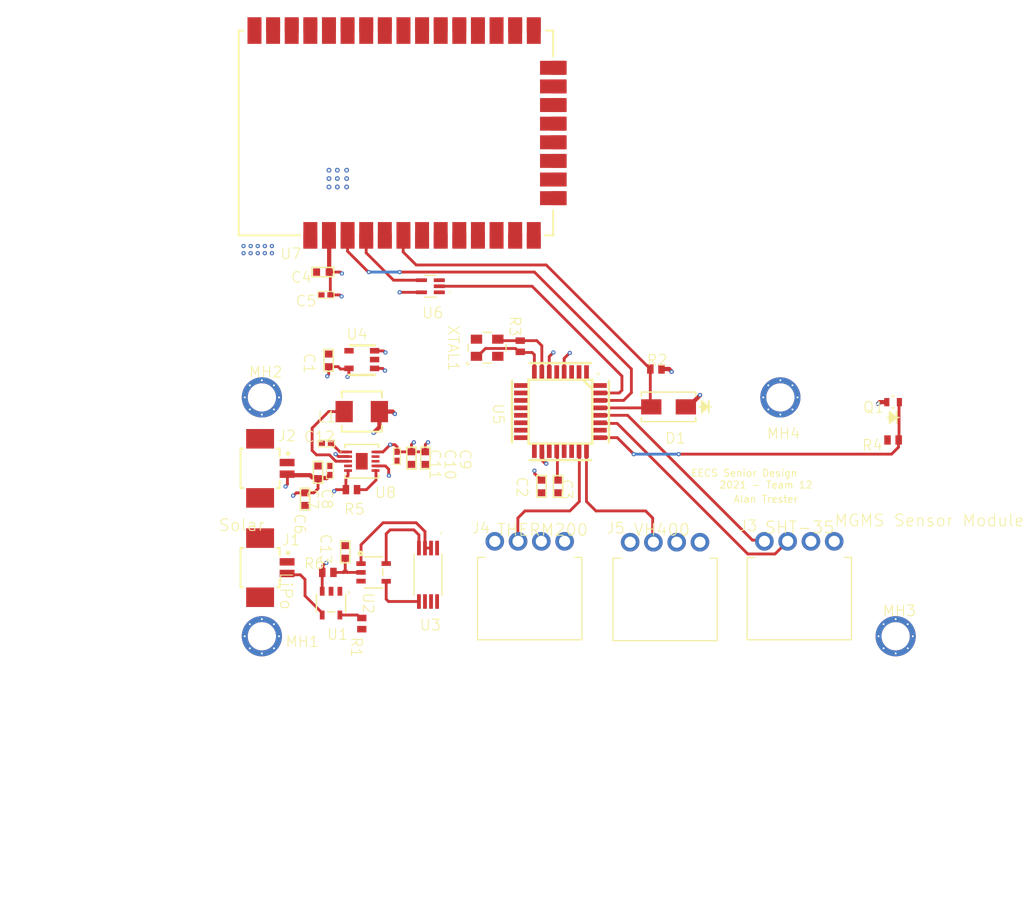
<source format=kicad_pcb>
(kicad_pcb (version 20171130) (host pcbnew 5.1.9+dfsg1-1~bpo10+1)

  (general
    (thickness 1.6)
    (drawings 620)
    (tracks 572)
    (zones 0)
    (modules 41)
    (nets 27)
  )

  (page A4)
  (layers
    (0 F.Cu signal)
    (31 B.Cu signal)
    (32 B.Adhes user)
    (33 F.Adhes user)
    (34 B.Paste user)
    (35 F.Paste user)
    (36 B.SilkS user)
    (37 F.SilkS user)
    (38 B.Mask user)
    (39 F.Mask user)
    (40 Dwgs.User user)
    (41 Cmts.User user)
    (42 Eco1.User user)
    (43 Eco2.User user)
    (44 Edge.Cuts user)
    (45 Margin user)
    (46 B.CrtYd user)
    (47 F.CrtYd user)
    (48 B.Fab user)
    (49 F.Fab user)
  )

  (setup
    (last_trace_width 0.254)
    (trace_clearance 0.127)
    (zone_clearance 0.0144)
    (zone_45_only no)
    (trace_min 0.254)
    (via_size 0.889)
    (via_drill 0.635)
    (via_min_size 0.889)
    (via_min_drill 0.508)
    (uvia_size 0.508)
    (uvia_drill 0.127)
    (uvias_allowed no)
    (uvia_min_size 0.508)
    (uvia_min_drill 0.127)
    (edge_width 0.1)
    (segment_width 0.2)
    (pcb_text_width 0.3)
    (pcb_text_size 1.5 1.5)
    (mod_edge_width 0.15)
    (mod_text_size 1 1)
    (mod_text_width 0.15)
    (pad_size 1.5 1.5)
    (pad_drill 0.6)
    (pad_to_mask_clearance 0)
    (aux_axis_origin 0 0)
    (visible_elements 7FFFF77F)
    (pcbplotparams
      (layerselection 0x00030_ffffffff)
      (usegerberextensions false)
      (usegerberattributes true)
      (usegerberadvancedattributes true)
      (creategerberjobfile true)
      (excludeedgelayer true)
      (linewidth 0.100000)
      (plotframeref false)
      (viasonmask false)
      (mode 1)
      (useauxorigin false)
      (hpglpennumber 1)
      (hpglpenspeed 20)
      (hpglpendiameter 15.000000)
      (psnegative false)
      (psa4output false)
      (plotreference true)
      (plotvalue true)
      (plotinvisibletext false)
      (padsonsilk false)
      (subtractmaskfromsilk false)
      (outputformat 1)
      (mirror false)
      (drillshape 0)
      (scaleselection 1)
      (outputdirectory "GerberOutput/"))
  )

  (net 0 "")
  (net 1 Net1)
  (net 2 V_in)
  (net 3 NetU6_4)
  (net 4 NetU5_31)
  (net 5 NetU5_30)
  (net 6 NetU2_5)
  (net 7 NetU2_4)
  (net 8 NetU2_1)
  (net 9 NetR5_2)
  (net 10 NetR3_2)
  (net 11 NetR3_1)
  (net 12 NetR1_1)
  (net 13 NetQ1_1)
  (net 14 NetL1_2)
  (net 15 NetJ5_3)
  (net 16 NetJ4_3)
  (net 17 NetJ3_4)
  (net 18 NetJ3_3)
  (net 19 NetJ2_2)
  (net 20 NetD1_2)
  (net 21 NetC13_1)
  (net 22 NetC12_1)
  (net 23 NetC3_1)
  (net 24 GND)
  (net 25 3V3)
  (net 26 +5)

  (net_class Default "This is the default net class."
    (clearance 0.127)
    (trace_width 0.254)
    (via_dia 0.889)
    (via_drill 0.635)
    (uvia_dia 0.508)
    (uvia_drill 0.127)
    (add_net +5)
    (add_net 3V3)
    (add_net GND)
    (add_net Net1)
    (add_net NetC12_1)
    (add_net NetC13_1)
    (add_net NetC3_1)
    (add_net NetD1_2)
    (add_net NetJ2_2)
    (add_net NetJ3_3)
    (add_net NetJ3_4)
    (add_net NetJ4_3)
    (add_net NetJ5_3)
    (add_net NetL1_2)
    (add_net NetQ1_1)
    (add_net NetR1_1)
    (add_net NetR3_1)
    (add_net NetR3_2)
    (add_net NetR5_2)
    (add_net NetU2_1)
    (add_net NetU2_4)
    (add_net NetU2_5)
    (add_net NetU5_30)
    (add_net NetU5_31)
    (add_net NetU6_4)
    (add_net V_in)
  )

  (module MH_2-56_PH (layer F.Cu) (tedit 4289BEAB) (tstamp 539EEDBF)
    (at 83.566 -53.975)
    (path /539EEC0F)
    (attr smd)
    (fp_text reference MH4 (at 0 0) (layer F.SilkS) hide
      (effects (font (size 1.524 1.524) (thickness 0.05)))
    )
    (fp_text value "Mounting Hole, 2-56 Pan Head, Close Fit Hole" (at 0 0) (layer F.SilkS) hide
      (effects (font (size 1.524 1.524) (thickness 0.05)))
    )
    (pad 1 thru_hole circle (at -1.2954 -1.2954) (size 0.4572 0.4572) (drill 0.2032) (layers *.Cu)
      (net 24 GND))
    (pad 1 thru_hole circle (at -1.8415 0) (size 0.4572 0.4572) (drill 0.2032) (layers *.Cu)
      (net 24 GND))
    (pad 1 thru_hole circle (at -1.2954 1.2954) (size 0.4572 0.4572) (drill 0.2032) (layers *.Cu)
      (net 24 GND))
    (pad 1 thru_hole circle (at 0 1.8415) (size 0.4572 0.4572) (drill 0.2032) (layers *.Cu)
      (net 24 GND))
    (pad 1 thru_hole circle (at 1.2954 1.2954) (size 0.4572 0.4572) (drill 0.2032) (layers *.Cu)
      (net 24 GND))
    (pad 1 thru_hole circle (at 1.8415 0) (size 0.4572 0.4572) (drill 0.2032) (layers *.Cu)
      (net 24 GND))
    (pad 1 thru_hole circle (at 1.2954 -1.2954) (size 0.4572 0.4572) (drill 0.2032) (layers *.Cu)
      (net 24 GND))
    (pad 1 thru_hole circle (at 0 -1.8415) (size 0.4572 0.4572) (drill 0.2032) (layers *.Cu)
      (net 24 GND))
    (pad 0 np_thru_hole circle (at 0 0) (size 0 0) (drill 2.4892) (layers *.Cu))
  )

  (module MH_2-56_PH (layer F.Cu) (tedit 4289BEAB) (tstamp 539EEDBF)
    (at 95.9485 -28.321)
    (path /539EEC0F)
    (attr smd)
    (fp_text reference MH3 (at 0 0) (layer F.SilkS) hide
      (effects (font (size 1.524 1.524) (thickness 0.05)))
    )
    (fp_text value "Mounting Hole, 2-56 Pan Head, Close Fit Hole" (at 0 0) (layer F.SilkS) hide
      (effects (font (size 1.524 1.524) (thickness 0.05)))
    )
    (pad 1 thru_hole circle (at -1.2954 -1.2954) (size 0.4572 0.4572) (drill 0.2032) (layers *.Cu)
      (net 24 GND))
    (pad 1 thru_hole circle (at -1.8415 0) (size 0.4572 0.4572) (drill 0.2032) (layers *.Cu)
      (net 24 GND))
    (pad 1 thru_hole circle (at -1.2954 1.2954) (size 0.4572 0.4572) (drill 0.2032) (layers *.Cu)
      (net 24 GND))
    (pad 1 thru_hole circle (at 0 1.8415) (size 0.4572 0.4572) (drill 0.2032) (layers *.Cu)
      (net 24 GND))
    (pad 1 thru_hole circle (at 1.2954 1.2954) (size 0.4572 0.4572) (drill 0.2032) (layers *.Cu)
      (net 24 GND))
    (pad 1 thru_hole circle (at 1.8415 0) (size 0.4572 0.4572) (drill 0.2032) (layers *.Cu)
      (net 24 GND))
    (pad 1 thru_hole circle (at 1.2954 -1.2954) (size 0.4572 0.4572) (drill 0.2032) (layers *.Cu)
      (net 24 GND))
    (pad 1 thru_hole circle (at 0 -1.8415) (size 0.4572 0.4572) (drill 0.2032) (layers *.Cu)
      (net 24 GND))
    (pad 0 np_thru_hole circle (at 0 0) (size 0 0) (drill 2.4892) (layers *.Cu))
  )

  (module MH_2-56_PH (layer F.Cu) (tedit 4289BEAB) (tstamp 539EEDBF)
    (at 27.8765 -53.975)
    (path /539EEC0F)
    (attr smd)
    (fp_text reference MH2 (at 0 0) (layer F.SilkS) hide
      (effects (font (size 1.524 1.524) (thickness 0.05)))
    )
    (fp_text value "Mounting Hole, 2-56 Pan Head, Close Fit Hole" (at 0 0) (layer F.SilkS) hide
      (effects (font (size 1.524 1.524) (thickness 0.05)))
    )
    (pad 1 thru_hole circle (at -1.2954 -1.2954) (size 0.4572 0.4572) (drill 0.2032) (layers *.Cu)
      (net 24 GND))
    (pad 1 thru_hole circle (at -1.8415 0) (size 0.4572 0.4572) (drill 0.2032) (layers *.Cu)
      (net 24 GND))
    (pad 1 thru_hole circle (at -1.2954 1.2954) (size 0.4572 0.4572) (drill 0.2032) (layers *.Cu)
      (net 24 GND))
    (pad 1 thru_hole circle (at 0 1.8415) (size 0.4572 0.4572) (drill 0.2032) (layers *.Cu)
      (net 24 GND))
    (pad 1 thru_hole circle (at 1.2954 1.2954) (size 0.4572 0.4572) (drill 0.2032) (layers *.Cu)
      (net 24 GND))
    (pad 1 thru_hole circle (at 1.8415 0) (size 0.4572 0.4572) (drill 0.2032) (layers *.Cu)
      (net 24 GND))
    (pad 1 thru_hole circle (at 1.2954 -1.2954) (size 0.4572 0.4572) (drill 0.2032) (layers *.Cu)
      (net 24 GND))
    (pad 1 thru_hole circle (at 0 -1.8415) (size 0.4572 0.4572) (drill 0.2032) (layers *.Cu)
      (net 24 GND))
    (pad 0 np_thru_hole circle (at 0 0) (size 0 0) (drill 2.4892) (layers *.Cu))
  )

  (module MH_2-56_PH (layer F.Cu) (tedit 4289BEAB) (tstamp 539EEDBF)
    (at 27.8765 -28.321)
    (path /539EEC0F)
    (attr smd)
    (fp_text reference MH1 (at 0 0) (layer F.SilkS) hide
      (effects (font (size 1.524 1.524) (thickness 0.05)))
    )
    (fp_text value "Mounting Hole, 2-56 Pan Head, Close Fit Hole" (at 0 0) (layer F.SilkS) hide
      (effects (font (size 1.524 1.524) (thickness 0.05)))
    )
    (pad 1 thru_hole circle (at -1.2954 -1.2954) (size 0.4572 0.4572) (drill 0.2032) (layers *.Cu)
      (net 24 GND))
    (pad 1 thru_hole circle (at -1.8415 0) (size 0.4572 0.4572) (drill 0.2032) (layers *.Cu)
      (net 24 GND))
    (pad 1 thru_hole circle (at -1.2954 1.2954) (size 0.4572 0.4572) (drill 0.2032) (layers *.Cu)
      (net 24 GND))
    (pad 1 thru_hole circle (at 0 1.8415) (size 0.4572 0.4572) (drill 0.2032) (layers *.Cu)
      (net 24 GND))
    (pad 1 thru_hole circle (at 1.2954 1.2954) (size 0.4572 0.4572) (drill 0.2032) (layers *.Cu)
      (net 24 GND))
    (pad 1 thru_hole circle (at 1.8415 0) (size 0.4572 0.4572) (drill 0.2032) (layers *.Cu)
      (net 24 GND))
    (pad 1 thru_hole circle (at 1.2954 -1.2954) (size 0.4572 0.4572) (drill 0.2032) (layers *.Cu)
      (net 24 GND))
    (pad 1 thru_hole circle (at 0 -1.8415) (size 0.4572 0.4572) (drill 0.2032) (layers *.Cu)
      (net 24 GND))
    (pad 0 np_thru_hole circle (at 0 0) (size 0 0) (drill 2.4892) (layers *.Cu))
  )

  (module "ALS-PT19 PHOTOTRANSISTOR" (layer F.Cu) (tedit 4289BEAB) (tstamp 539EEDBF)
    (at 95.67225 -53.467)
    (path /539EEC0F)
    (attr smd)
    (fp_text reference Q1 (at 0 0) (layer F.SilkS) hide
      (effects (font (size 1.524 1.524) (thickness 0.05)))
    )
    (fp_text value "" (at 0 0) (layer F.SilkS) hide
      (effects (font (size 1.524 1.524) (thickness 0.05)))
    )
    (pad 2 smd rect (at -0.67625 0 180) (size 0.5525 0.889) (layers F.Cu)
      (net 26 +5))
    (pad 1 smd rect (at 0.67625 0 180) (size 0.5525 0.889) (layers F.Cu)
      (net 13 NetQ1_1))
    (model ./wrlshp/0A037F0D-876E.wrl
      (at (xyz 0 0 0))
      (scale (xyz 1 1 1))
      (rotate (xyz 0 0 180))
    )
    (model ./wrlshp/02D6E447-260C.wrl
      (at (xyz 0 0 0))
      (scale (xyz 1 1 1))
      (rotate (xyz 0 0 0))
    )
  )

  (module MOLEX_53261-0271 (layer F.Cu) (tedit 4289BEAB) (tstamp 539EEDBF)
    (at 27.686 -35.687)
    (path /539EEC0F)
    (attr smd)
    (fp_text reference J2 (at 0 0) (layer F.SilkS) hide
      (effects (font (size 1.524 1.524) (thickness 0.05)))
    )
    (fp_text value "2 Pos Molex Microblade" (at 0 0) (layer F.SilkS) hide
      (effects (font (size 1.524 1.524) (thickness 0.05)))
    )
    (pad P1 smd rect (at 0 -3.175 270) (size 2.1 3) (layers F.Cu)
      (net 24 GND))
    (pad P2 smd rect (at 0 3.175 270) (size 2.1 3) (layers F.Cu)
      (net 24 GND))
    (pad 1 smd rect (at 2.9 -0.625 270) (size 0.8 1.6) (layers F.Cu)
      (net 24 GND))
    (pad 2 smd rect (at 2.9 0.625 270) (size 0.8 1.6) (layers F.Cu)
      (net 19 NetJ2_2))
    (model ./wrlshp/A8E8782A-CA08.wrl
      (at (xyz 0 0 0))
      (scale (xyz 1 1 1))
      (rotate (xyz 0 0 180))
    )
  )

  (module MOLEX_53261-0271 (layer F.Cu) (tedit 4289BEAB) (tstamp 539EEDBF)
    (at 27.686 -46.355)
    (path /539EEC0F)
    (attr smd)
    (fp_text reference J1 (at 0 0) (layer F.SilkS) hide
      (effects (font (size 1.524 1.524) (thickness 0.05)))
    )
    (fp_text value "2 Pos Molex Microblade" (at 0 0) (layer F.SilkS) hide
      (effects (font (size 1.524 1.524) (thickness 0.05)))
    )
    (pad P1 smd rect (at 0 -3.175 270) (size 2.1 3) (layers F.Cu)
      (net 24 GND))
    (pad P2 smd rect (at 0 3.175 270) (size 2.1 3) (layers F.Cu)
      (net 24 GND))
    (pad 1 smd rect (at 2.9 -0.625 270) (size 0.8 1.6) (layers F.Cu)
      (net 24 GND))
    (pad 2 smd rect (at 2.9 0.625 270) (size 0.8 1.6) (layers F.Cu)
      (net 2 V_in))
    (model ./wrlshp/A8E8782A-CA08.wrl
      (at (xyz 0 0 0))
      (scale (xyz 1 1 1))
      (rotate (xyz 0 0 180))
    )
  )

  (module "OSC SMD-4" (layer F.Cu) (tedit 4289BEAB) (tstamp 539EEDBF)
    (at 52.07 -59.309)
    (path /539EEC0F)
    (attr smd)
    (fp_text reference XTAL1 (at 0 0) (layer F.SilkS) hide
      (effects (font (size 1.524 1.524) (thickness 0.05)))
    )
    (fp_text value "16MHz Oscillator" (at 0 0) (layer F.SilkS) hide
      (effects (font (size 1.524 1.524) (thickness 0.05)))
    )
    (pad 1 smd rect (at -1.145 0.92) (size 1.22 0.97) (layers F.Cu)
      (net 11 NetR3_1))
    (pad 2 smd rect (at 1.145 0.92) (size 1.22 0.97) (layers F.Cu)
      (net 24 GND))
    (pad 3 smd rect (at 1.145 -0.92) (size 1.22 0.97) (layers F.Cu)
      (net 10 NetR3_2))
    (pad 4 smd rect (at -1.145 -0.92) (size 1.22 0.97) (layers F.Cu)
      (net 24 GND))
    (model ./wrlshp/82233DC8-ABD0.wrl
      (at (xyz 0 0 0))
      (scale (xyz 1 1 1))
      (rotate (xyz 0 0 180))
    )
  )

  (module "10-VFDFN Exposed Pad" (layer F.Cu) (tedit 4289BEAB) (tstamp 539EEDBF)
    (at 38.608 -47.117)
    (path /539EEC0F)
    (attr smd)
    (fp_text reference U8 (at 0 0) (layer F.SilkS) hide
      (effects (font (size 1.524 1.524) (thickness 0.05)))
    )
    (fp_text value "Used on Pololu step up regulator board" (at 0 0) (layer F.SilkS) hide
      (effects (font (size 1.524 1.524) (thickness 0.05)))
    )
    (pad 1 smd rect (at -1.475 -1) (size 0.85 0.28) (layers F.Cu)
      (net 22 NetC12_1))
    (pad 2 smd rect (at -1.475 -0.5) (size 0.85 0.28) (layers F.Cu)
      (net 26 +5))
    (pad 3 smd rect (at -1.475 0) (size 0.85 0.28) (layers F.Cu)
      (net 14 NetL1_2))
    (pad 4 smd rect (at -1.475 0.5) (size 0.85 0.28) (layers F.Cu)
      (net 24 GND))
    (pad 5 smd rect (at -1.475 1) (size 0.85 0.28) (layers F.Cu)
      (net 2 V_in))
    (pad 6 smd rect (at 1.475 1 180) (size 0.85 0.28) (layers F.Cu)
      (net 9 NetR5_2))
    (pad 7 smd rect (at 1.475 0.5 180) (size 0.85 0.28) (layers F.Cu)
      (net 2 V_in))
    (pad 8 smd rect (at 1.475 0 180) (size 0.85 0.28) (layers F.Cu)
      (net 24 GND))
    (pad 9 smd rect (at 1.475 -0.5 180) (size 0.85 0.28) (layers F.Cu)
      (net 24 GND))
    (pad 10 smd rect (at 1.475 -1 180) (size 0.85 0.28) (layers F.Cu)
      (net 26 +5))
    (pad 11 smd rect (at 0 0) (size 1.27 1.778) (layers F.Cu)
      (net 24 GND))
    (model ./wrlshp/864AD4CE-8971.wrl
      (at (xyz 0 0 0))
      (scale (xyz 1 1 1))
      (rotate (xyz 0 0 360))
    )
  )

  (module XBEE_1W_BASE (layer F.Cu) (tedit 4289BEAB) (tstamp 539EEDBF)
    (at 33.082 -71.377)
    (path /539EEC0F)
    (attr smd)
    (fp_text reference U7 (at 0 0) (layer F.SilkS) hide
      (effects (font (size 1.524 1.524) (thickness 0.05)))
    )
    (fp_text value "" (at 0 0) (layer F.SilkS) hide
      (effects (font (size 1.524 1.524) (thickness 0.05)))
    )
    (pad 1 smd roundrect (at 0 0 90) (size 2.86 1.5) (layers F.Cu) (roundrect_rratio 0)
      (net 24 GND))
    (pad 1 smd rect (at 0 0.508 90) (size 1.5 1.5) (layers F.Cu)
      (net 24 GND))
    (pad 21 smd rect (at 26.608 -17.998 180) (size 1.5 1.5) (layers F.Cu))
    (pad 20 smd rect (at 26.608 -15.998 180) (size 1.5 1.5) (layers F.Cu))
    (pad 19 smd rect (at 26.608 -13.998 180) (size 1.5 1.5) (layers F.Cu))
    (pad 18 smd rect (at 26.608 -11.998 180) (size 1.5 1.5) (layers F.Cu))
    (pad 17 smd rect (at 26.608 -9.998 180) (size 1.5 1.5) (layers F.Cu))
    (pad 16 smd rect (at 26.608 -7.998 180) (size 1.5 1.5) (layers F.Cu))
    (pad 15 smd rect (at 26.608 -5.998 180) (size 1.5 1.5) (layers F.Cu))
    (pad 14 smd rect (at 26.608 -3.998 180) (size 1.5 1.5) (layers F.Cu))
    (pad 36 smd rect (at -4 -22.508 270) (size 1.5 1.5) (layers F.Cu))
    (pad 35 smd rect (at -2 -22.508 270) (size 1.5 1.5) (layers F.Cu)
      (net 24 GND))
    (pad 34 smd rect (at 0 -22.508 270) (size 1.5 1.5) (layers F.Cu))
    (pad 33 smd rect (at 2 -22.508 270) (size 1.5 1.5) (layers F.Cu))
    (pad 32 smd rect (at 4 -22.508 270) (size 1.5 1.5) (layers F.Cu))
    (pad 31 smd rect (at 6 -22.508 270) (size 1.5 1.5) (layers F.Cu))
    (pad 30 smd rect (at 8 -22.508 270) (size 1.5 1.5) (layers F.Cu))
    (pad 29 smd rect (at 10 -22.508 270) (size 1.5 1.5) (layers F.Cu))
    (pad 28 smd rect (at 12 -22.508 270) (size 1.5 1.5) (layers F.Cu))
    (pad 27 smd rect (at 14 -22.508 270) (size 1.5 1.5) (layers F.Cu))
    (pad 26 smd rect (at 16 -22.508 270) (size 1.5 1.5) (layers F.Cu))
    (pad 25 smd rect (at 18 -22.508 270) (size 1.5 1.5) (layers F.Cu))
    (pad 24 smd rect (at 20 -22.508 270) (size 1.5 1.5) (layers F.Cu))
    (pad 23 smd rect (at 22 -22.508 270) (size 1.5 1.5) (layers F.Cu))
    (pad 22 smd rect (at 24 -22.508 270) (size 1.5 1.5) (layers F.Cu)
      (net 24 GND))
    (pad 13 smd rect (at 24 0.508 90) (size 1.5 1.5) (layers F.Cu)
      (net 24 GND))
    (pad 12 smd rect (at 22 0.508 90) (size 1.5 1.5) (layers F.Cu))
    (pad 11 smd rect (at 20 0.508 90) (size 1.5 1.5) (layers F.Cu)
      (net 24 GND))
    (pad 10 smd rect (at 18 0.508 90) (size 1.5 1.5) (layers F.Cu))
    (pad 9 smd rect (at 16 0.508 90) (size 1.5 1.5) (layers F.Cu))
    (pad 8 smd rect (at 14 0.508 90) (size 1.5 1.5) (layers F.Cu))
    (pad 7 smd rect (at 12 0.508 90) (size 1.5 1.5) (layers F.Cu))
    (pad 6 smd rect (at 10 0.508 90) (size 1.5 1.5) (layers F.Cu)
      (net 20 NetD1_2))
    (pad 5 smd rect (at 8 0.508 90) (size 1.5 1.5) (layers F.Cu))
    (pad 4 smd rect (at 6 0.508 90) (size 1.5 1.5) (layers F.Cu)
      (net 3 NetU6_4))
    (pad 3 smd rect (at 4 0.508 90) (size 1.5 1.5) (layers F.Cu)
      (net 5 NetU5_30))
    (pad 2 smd rect (at 2 0.508 90) (size 1.5 1.5) (layers F.Cu)
      (net 25 3V3))
    (pad 37 smd rect (at -6 -22.5 90) (size 1.5 1.5) (layers F.Cu))
    (pad 38 smd circle (at 2.9 -6.2 90) (size 0.2 0.2) (layers F.Cu)
      (net 24 GND))
    (pad 37 smd roundrect (at -6 -22 270) (size 2.86 1.5) (layers F.Cu) (roundrect_rratio 0))
    (pad 36 smd roundrect (at -4 -22 270) (size 2.86 1.5) (layers F.Cu) (roundrect_rratio 0))
    (pad 35 smd roundrect (at -2 -22 270) (size 2.86 1.5) (layers F.Cu) (roundrect_rratio 0)
      (net 24 GND))
    (pad 34 smd roundrect (at 0 -22 270) (size 2.86 1.5) (layers F.Cu) (roundrect_rratio 0))
    (pad 33 smd roundrect (at 2 -22 270) (size 2.86 1.5) (layers F.Cu) (roundrect_rratio 0))
    (pad 32 smd roundrect (at 4 -22 270) (size 2.86 1.5) (layers F.Cu) (roundrect_rratio 0))
    (pad 31 smd roundrect (at 6 -22 270) (size 2.86 1.5) (layers F.Cu) (roundrect_rratio 0))
    (pad 30 smd roundrect (at 8 -22 270) (size 2.86 1.5) (layers F.Cu) (roundrect_rratio 0))
    (pad 29 smd roundrect (at 10 -22 270) (size 2.86 1.5) (layers F.Cu) (roundrect_rratio 0))
    (pad 28 smd roundrect (at 12 -22 270) (size 2.86 1.5) (layers F.Cu) (roundrect_rratio 0))
    (pad 27 smd roundrect (at 14 -22 270) (size 2.86 1.5) (layers F.Cu) (roundrect_rratio 0))
    (pad 26 smd roundrect (at 16 -22 270) (size 2.86 1.5) (layers F.Cu) (roundrect_rratio 0))
    (pad 25 smd roundrect (at 18 -22 270) (size 2.86 1.5) (layers F.Cu) (roundrect_rratio 0))
    (pad 24 smd roundrect (at 20 -22 270) (size 2.86 1.5) (layers F.Cu) (roundrect_rratio 0))
    (pad 23 smd roundrect (at 22 -22 270) (size 2.86 1.5) (layers F.Cu) (roundrect_rratio 0))
    (pad 22 smd roundrect (at 24 -22 270) (size 2.86 1.5) (layers F.Cu) (roundrect_rratio 0)
      (net 24 GND))
    (pad 21 smd roundrect (at 26.1 -17.998 180) (size 2.86 1.5) (layers F.Cu) (roundrect_rratio 0))
    (pad 20 smd roundrect (at 26.1 -15.998 180) (size 2.86 1.5) (layers F.Cu) (roundrect_rratio 0))
    (pad 19 smd roundrect (at 26.1 -13.998 180) (size 2.86 1.5) (layers F.Cu) (roundrect_rratio 0))
    (pad 18 smd roundrect (at 26.1 -11.998 180) (size 2.86 1.5) (layers F.Cu) (roundrect_rratio 0))
    (pad 17 smd roundrect (at 26.1 -9.998 180) (size 2.86 1.5) (layers F.Cu) (roundrect_rratio 0))
    (pad 16 smd roundrect (at 26.1 -7.998 180) (size 2.86 1.5) (layers F.Cu) (roundrect_rratio 0))
    (pad 15 smd roundrect (at 26.1 -5.998 180) (size 2.86 1.5) (layers F.Cu) (roundrect_rratio 0))
    (pad 14 smd roundrect (at 26.1 -3.998 180) (size 2.86 1.5) (layers F.Cu) (roundrect_rratio 0))
    (pad 13 smd roundrect (at 24 0 90) (size 2.86 1.5) (layers F.Cu) (roundrect_rratio 0)
      (net 24 GND))
    (pad 12 smd roundrect (at 22 0 90) (size 2.86 1.5) (layers F.Cu) (roundrect_rratio 0))
    (pad 11 smd roundrect (at 20 0 90) (size 2.86 1.5) (layers F.Cu) (roundrect_rratio 0)
      (net 24 GND))
    (pad 10 smd roundrect (at 18 0 90) (size 2.86 1.5) (layers F.Cu) (roundrect_rratio 0))
    (pad 9 smd roundrect (at 16 0 90) (size 2.86 1.5) (layers F.Cu) (roundrect_rratio 0))
    (pad 8 smd roundrect (at 14 0 90) (size 2.86 1.5) (layers F.Cu) (roundrect_rratio 0))
    (pad 7 smd roundrect (at 12 0 90) (size 2.86 1.5) (layers F.Cu) (roundrect_rratio 0))
    (pad 6 smd roundrect (at 10 0 90) (size 2.86 1.5) (layers F.Cu) (roundrect_rratio 0)
      (net 20 NetD1_2))
    (pad 5 smd roundrect (at 8 0 90) (size 2.86 1.5) (layers F.Cu) (roundrect_rratio 0))
    (pad 4 smd roundrect (at 6 0 90) (size 2.86 1.5) (layers F.Cu) (roundrect_rratio 0)
      (net 3 NetU6_4))
    (pad 3 smd roundrect (at 4 0 90) (size 2.86 1.5) (layers F.Cu) (roundrect_rratio 0)
      (net 5 NetU5_30))
    (pad 2 smd roundrect (at 2 0 90) (size 2.86 1.5) (layers F.Cu) (roundrect_rratio 0)
      (net 25 3V3))
    (pad 38 thru_hole circle (at 2.9 -6.1 90) (size 0.508 0.508) (drill 0.254) (layers *.Cu)
      (net 24 GND))
    (pad 38 thru_hole circle (at 2.9 -5.2 90) (size 0.508 0.508) (drill 0.254) (layers *.Cu)
      (net 24 GND))
    (pad 38 thru_hole circle (at 2.9 -7 90) (size 0.508 0.508) (drill 0.254) (layers *.Cu)
      (net 24 GND))
    (pad 38 thru_hole circle (at 2 -7 90) (size 0.508 0.508) (drill 0.254) (layers *.Cu)
      (net 24 GND))
    (pad 38 thru_hole circle (at 2 -5.2 90) (size 0.508 0.508) (drill 0.254) (layers *.Cu)
      (net 24 GND))
    (pad 38 thru_hole circle (at 2 -6.1 90) (size 0.508 0.508) (drill 0.254) (layers *.Cu)
      (net 24 GND))
    (pad 38 thru_hole circle (at 3.9 -7 90) (size 0.508 0.508) (drill 0.254) (layers *.Cu)
      (net 24 GND))
    (pad 38 thru_hole circle (at 3.9 -5.2 90) (size 0.508 0.508) (drill 0.254) (layers *.Cu)
      (net 24 GND))
    (pad 38 thru_hole circle (at 3.9 -6.1 90) (size 0.508 0.508) (drill 0.254) (layers *.Cu)
      (net 24 GND))
    (model ./wrlshp/B93E636C-C336.wrl
      (at (xyz 0 0 0))
      (scale (xyz 1 1 1))
      (rotate (xyz 0 0 180))
    )
  )

  (module SOT-SC70-5 (layer F.Cu) (tedit 4289BEAB) (tstamp 539EEDBF)
    (at 45.974 -65.913)
    (path /539EEC0F)
    (attr smd)
    (fp_text reference U6 (at 0 0) (layer F.SilkS) hide
      (effects (font (size 1.524 1.524) (thickness 0.05)))
    )
    (fp_text value "Single Bus 3-State Buffer" (at 0 0) (layer F.SilkS) hide
      (effects (font (size 1.524 1.524) (thickness 0.05)))
    )
    (pad 5 smd roundrect (at -0.96 0.65 180) (size 1.19 0.4) (layers F.Cu) (roundrect_rratio 0.125)
      (net 25 3V3))
    (pad 4 smd roundrect (at -0.96 -0.65 180) (size 1.19 0.4) (layers F.Cu) (roundrect_rratio 0.125)
      (net 3 NetU6_4))
    (pad 3 smd roundrect (at 0.96 -0.65 180) (size 1.19 0.4) (layers F.Cu) (roundrect_rratio 0.125)
      (net 24 GND))
    (pad 2 smd roundrect (at 0.96 0 180) (size 1.19 0.4) (layers F.Cu) (roundrect_rratio 0.125)
      (net 4 NetU5_31))
    (pad 1 smd roundrect (at 0.96 0.65 180) (size 1.19 0.4) (layers F.Cu) (roundrect_rratio 0.125)
      (net 24 GND))
    (model ./wrlshp/B4566FCA-DE0E.wrl
      (at (xyz 0 0 0))
      (scale (xyz 1 1 1))
      (rotate (xyz 0 0 0))
    )
  )

  (module 32A_ATM (layer F.Cu) (tedit 4289BEAB) (tstamp 539EEDBF)
    (at 59.944 -52.451)
    (path /539EEC0F)
    (attr smd)
    (fp_text reference U5 (at 0 0) (layer F.SilkS) hide
      (effects (font (size 1.524 1.524) (thickness 0.05)))
    )
    (fp_text value "Arduino ATMEGA328 Chip" (at 0 0) (layer F.SilkS) hide
      (effects (font (size 1.524 1.524) (thickness 0.05)))
    )
    (pad 32 smd rect (at 4.2418 -2.8 90) (size 0.508 1.4732) (layers F.Cu))
    (pad 29 smd rect (at 4.2418 -0.4 90) (size 0.508 1.4732) (layers F.Cu)
      (net 20 NetD1_2))
    (pad 28 smd rect (at 4.2418 0.4 90) (size 0.508 1.4732) (layers F.Cu)
      (net 17 NetJ3_4))
    (pad 31 smd rect (at 4.2418 -2 90) (size 0.508 1.4732) (layers F.Cu)
      (net 4 NetU5_31))
    (pad 30 smd rect (at 4.2418 -1.2 90) (size 0.508 1.4732) (layers F.Cu)
      (net 5 NetU5_30))
    (pad 3 smd rect (at 1.2 -4.2418 180) (size 0.508 1.4732) (layers F.Cu)
      (net 24 GND))
    (pad 2 smd rect (at 2 -4.2418 180) (size 0.508 1.4732) (layers F.Cu))
    (pad 5 smd rect (at -0.4 -4.2418 180) (size 0.508 1.4732) (layers F.Cu)
      (net 24 GND))
    (pad 4 smd rect (at 0.4 -4.2418 180) (size 0.508 1.4732) (layers F.Cu)
      (net 26 +5))
    (pad 1 smd rect (at 2.8 -4.2418 180) (size 0.508 1.4732) (layers F.Cu))
    (pad 26 smd rect (at 4.2418 2 90) (size 0.508 1.4732) (layers F.Cu))
    (pad 27 smd rect (at 4.2418 1.2 90) (size 0.508 1.4732) (layers F.Cu)
      (net 18 NetJ3_3))
    (pad 25 smd rect (at 4.2418 2.8 90) (size 0.508 1.4732) (layers F.Cu)
      (net 13 NetQ1_1))
    (pad 21 smd rect (at 0.4 4.2418 180) (size 0.508 1.4732) (layers F.Cu)
      (net 24 GND))
    (pad 20 smd rect (at -0.4 4.2418 180) (size 0.508 1.4732) (layers F.Cu)
      (net 23 NetC3_1))
    (pad 24 smd rect (at 2.8 4.2418 180) (size 0.508 1.4732) (layers F.Cu)
      (net 15 NetJ5_3))
    (pad 22 smd rect (at 1.2 4.2418 180) (size 0.508 1.4732) (layers F.Cu))
    (pad 23 smd rect (at 2 4.2418 180) (size 0.508 1.4732) (layers F.Cu)
      (net 16 NetJ4_3))
    (pad 8 smd rect (at -2.8 -4.2418 180) (size 0.508 1.4732) (layers F.Cu)
      (net 11 NetR3_1))
    (pad 7 smd rect (at -2 -4.2418 180) (size 0.508 1.4732) (layers F.Cu)
      (net 10 NetR3_2))
    (pad 6 smd rect (at -1.2 -4.2418 180) (size 0.508 1.4732) (layers F.Cu)
      (net 26 +5))
    (pad 10 smd rect (at -4.2418 -2 90) (size 0.508 1.4732) (layers F.Cu))
    (pad 11 smd rect (at -4.2418 -1.2 90) (size 0.508 1.4732) (layers F.Cu))
    (pad 9 smd rect (at -4.2418 -2.8 90) (size 0.508 1.4732) (layers F.Cu))
    (pad 14 smd rect (at -4.2418 1.2 90) (size 0.508 1.4732) (layers F.Cu))
    (pad 15 smd rect (at -4.2418 2 90) (size 0.508 1.4732) (layers F.Cu))
    (pad 12 smd rect (at -4.2418 -0.4 90) (size 0.508 1.4732) (layers F.Cu))
    (pad 13 smd rect (at -4.2418 0.4 90) (size 0.508 1.4732) (layers F.Cu))
    (pad 17 smd rect (at -2.8 4.2418 180) (size 0.508 1.4732) (layers F.Cu))
    (pad 18 smd rect (at -2 4.2418 180) (size 0.508 1.4732) (layers F.Cu)
      (net 26 +5))
    (pad 19 smd rect (at -1.2 4.2418 180) (size 0.508 1.4732) (layers F.Cu))
    (pad 16 smd rect (at -4.2418 2.8 90) (size 0.508 1.4732) (layers F.Cu))
    (model ./wrlshp/0B49FBB1-41BD.wrl
      (at (xyz 0 0 0))
      (scale (xyz 1 1 1))
      (rotate (xyz 0 0 180))
    )
  )

  (module SOT23-5 (layer F.Cu) (tedit 4289BEAB) (tstamp 539EEDBF)
    (at 38.608 -58.039)
    (path /539EEC0F)
    (attr smd)
    (fp_text reference U4 (at 0 0) (layer F.SilkS) hide
      (effects (font (size 1.524 1.524) (thickness 0.05)))
    )
    (fp_text value "Arduino 3.3v regulator" (at 0 0) (layer F.SilkS) hide
      (effects (font (size 1.524 1.524) (thickness 0.05)))
    )
    (pad 1 smd rect (at 1.375 0.95 270) (size 0.6 1) (layers F.Cu)
      (net 2 V_in))
    (pad 2 smd rect (at 1.375 0 270) (size 0.6 1) (layers F.Cu)
      (net 24 GND))
    (pad 3 smd rect (at 1.375 -0.95 270) (size 0.6 1) (layers F.Cu)
      (net 2 V_in))
    (pad 4 smd rect (at -1.375 -0.95 270) (size 0.6 1) (layers F.Cu))
    (pad 5 smd rect (at -1.375 0.95 270) (size 0.6 1) (layers F.Cu)
      (net 25 3V3))
    (model ./wrlshp/995B9EFE-981D.wrl
      (at (xyz 0 0 0))
      (scale (xyz 1 1 1))
      (rotate (xyz 0 0 180))
    )
    (model ./wrlshp/02D6E447-260C.wrl
      (at (xyz 0 0 0))
      (scale (xyz 1 1 1))
      (rotate (xyz 0 0 0))
    )
  )

  (module 8-TSSOP (layer F.Cu) (tedit 4289BEAB) (tstamp 539EEDBF)
    (at 45.72 -34.925)
    (path /539EEC0F)
    (attr smd)
    (fp_text reference U3 (at 0 0) (layer F.SilkS) hide
      (effects (font (size 1.524 1.524) (thickness 0.05)))
    )
    (fp_text value "" (at 0 0) (layer F.SilkS) hide
      (effects (font (size 1.524 1.524) (thickness 0.05)))
    )
    (pad 8 smd roundrect (at 0.975 2.87 270) (size 1.57 0.41) (layers F.Cu) (roundrect_rratio 0.125))
    (pad 7 smd roundrect (at 0.325 2.87 270) (size 1.57 0.41) (layers F.Cu) (roundrect_rratio 0.125)
      (net 24 GND))
    (pad 6 smd roundrect (at -0.325 2.87 270) (size 1.57 0.41) (layers F.Cu) (roundrect_rratio 0.125)
      (net 24 GND))
    (pad 5 smd roundrect (at -0.975 2.87 270) (size 1.57 0.41) (layers F.Cu) (roundrect_rratio 0.125)
      (net 7 NetU2_4))
    (pad 4 smd roundrect (at -0.975 -2.87 270) (size 1.57 0.41) (layers F.Cu) (roundrect_rratio 0.125)
      (net 6 NetU2_5))
    (pad 3 smd roundrect (at -0.325 -2.87 270) (size 1.57 0.41) (layers F.Cu) (roundrect_rratio 0.125)
      (net 8 NetU2_1))
    (pad 2 smd roundrect (at 0.325 -2.87 270) (size 1.57 0.41) (layers F.Cu) (roundrect_rratio 0.125)
      (net 8 NetU2_1))
    (pad 1 smd roundrect (at 0.975 -2.87 270) (size 1.57 0.41) (layers F.Cu) (roundrect_rratio 0.125))
    (model ./wrlshp/9B7A5D86-5B5B.wrl
      (at (xyz 0 0 0))
      (scale (xyz 1 1 1))
      (rotate (xyz 0 0 180))
    )
  )

  (module SOT-25 (layer F.Cu) (tedit 4289BEAB) (tstamp 539EEDBF)
    (at 39.878 -35.179)
    (path /539EEC0F)
    (attr smd)
    (fp_text reference U2 (at 0 0) (layer F.SilkS) hide
      (effects (font (size 1.524 1.524) (thickness 0.05)))
    )
    (fp_text value "Battery Protection IC for LiPo" (at 0 0) (layer F.SilkS) hide
      (effects (font (size 1.524 1.524) (thickness 0.05)))
    )
    (pad 5 smd rect (at 1.35255 -0.9525) (size 1.0033 0.508) (layers F.Cu)
      (net 6 NetU2_5))
    (pad 4 smd rect (at 1.35255 0.9525) (size 1.0033 0.508) (layers F.Cu)
      (net 7 NetU2_4))
    (pad 3 smd rect (at -1.35255 0.9398) (size 1.0033 0.508) (layers F.Cu)
      (net 24 GND))
    (pad 2 smd rect (at -1.35255 0) (size 1.0033 0.508) (layers F.Cu)
      (net 21 NetC13_1))
    (pad 1 smd rect (at -1.35255 -0.9398) (size 1.0033 0.508) (layers F.Cu)
      (net 8 NetU2_1))
    (model ./wrlshp/4B9A2A26-85DF.wrl
      (at (xyz 0 0 0))
      (scale (xyz 1 1 1))
      (rotate (xyz 0 0 360))
    )
    (model ./wrlshp/02D6E447-260C.wrl
      (at (xyz 0 0 0))
      (scale (xyz 1 1 1))
      (rotate (xyz 0 0 360))
    )
  )

  (module TSOT-23-5 (layer F.Cu) (tedit 4289BEAB) (tstamp 539EEDBF)
    (at 35.306 -31.877)
    (path /539EEC0F)
    (attr smd)
    (fp_text reference U1 (at 0 0) (layer F.SilkS) hide
      (effects (font (size 1.524 1.524) (thickness 0.05)))
    )
    (fp_text value "800mA Standalone linear Li-ion charger with thermal regulation" (at 0 0) (layer F.SilkS) hide
      (effects (font (size 1.524 1.524) (thickness 0.05)))
    )
    (pad 1 smd rect (at 0.94996 -1.27635 270) (size 0.9525 0.508) (layers F.Cu))
    (pad 2 smd rect (at 0 -1.27635 270) (size 0.9525 0.508) (layers F.Cu)
      (net 24 GND))
    (pad 3 smd rect (at -0.94996 -1.27635 270) (size 0.9525 0.508) (layers F.Cu)
      (net 2 V_in))
    (pad 4 smd rect (at -0.94996 1.27635 270) (size 0.9525 0.508) (layers F.Cu)
      (net 19 NetJ2_2))
    (pad 5 smd rect (at 0.94996 1.27635 270) (size 0.9525 0.508) (layers F.Cu)
      (net 12 NetR1_1))
    (model ./wrlshp/237447A1-16E0.wrl
      (at (xyz 0 0 0))
      (scale (xyz 1 1 1))
      (rotate (xyz 0 0 270))
    )
    (model ./wrlshp/02D6E447-260C.wrl
      (at (xyz 0 0 0))
      (scale (xyz 1 1 1))
      (rotate (xyz 0 0 180))
    )
  )

  (module RES_0603_HD (layer F.Cu) (tedit 4289BEAB) (tstamp 539EEDBF)
    (at 34.96 -35.179)
    (path /539EEC0F)
    (attr smd)
    (fp_text reference R6 (at 0 0) (layer F.SilkS) hide
      (effects (font (size 1.524 1.524) (thickness 0.05)))
    )
    (fp_text value "" (at 0 0) (layer F.SilkS) hide
      (effects (font (size 1.524 1.524) (thickness 0.05)))
    )
    (pad 2 smd rect (at 0.6 0 90) (size 1 0.7) (layers F.Cu)
      (net 21 NetC13_1))
    (pad 1 smd rect (at -0.6 0 90) (size 1 0.7) (layers F.Cu)
      (net 2 V_in))
    (model ./wrlshp/F6A65F38-6D80.wrl
      (at (xyz 0 0 0))
      (scale (xyz 1 1 1))
      (rotate (xyz 0 0 360))
    )
  )

  (module RES_0603_HD (layer F.Cu) (tedit 4289BEAB) (tstamp 539EEDBF)
    (at 37.5 -44.069)
    (path /539EEC0F)
    (attr smd)
    (fp_text reference R5 (at 0 0) (layer F.SilkS) hide
      (effects (font (size 1.524 1.524) (thickness 0.05)))
    )
    (fp_text value "" (at 0 0) (layer F.SilkS) hide
      (effects (font (size 1.524 1.524) (thickness 0.05)))
    )
    (pad 2 smd rect (at 0.6 0 90) (size 1 0.7) (layers F.Cu)
      (net 9 NetR5_2))
    (pad 1 smd rect (at -0.6 0 90) (size 1 0.7) (layers F.Cu)
      (net 2 V_in))
    (model ./wrlshp/F6A65F38-6D80.wrl
      (at (xyz 0 0 0))
      (scale (xyz 1 1 1))
      (rotate (xyz 0 0 360))
    )
  )

  (module RES_0603_HD (layer F.Cu) (tedit 4289BEAB) (tstamp 539EEDBF)
    (at 95.67225 -49.403)
    (path /539EEC0F)
    (attr smd)
    (fp_text reference R4 (at 0 0) (layer F.SilkS) hide
      (effects (font (size 1.524 1.524) (thickness 0.05)))
    )
    (fp_text value "" (at 0 0) (layer F.SilkS) hide
      (effects (font (size 1.524 1.524) (thickness 0.05)))
    )
    (pad 2 smd rect (at 0.6 0 90) (size 1 0.7) (layers F.Cu)
      (net 13 NetQ1_1))
    (pad 1 smd rect (at -0.6 0 90) (size 1 0.7) (layers F.Cu)
      (net 24 GND))
    (model ./wrlshp/F6A65F38-6D80.wrl
      (at (xyz 0 0 0))
      (scale (xyz 1 1 1))
      (rotate (xyz 0 0 360))
    )
  )

  (module RES_0603_HD (layer F.Cu) (tedit 4289BEAB) (tstamp 539EEDBF)
    (at 55.626 -59.471)
    (path /539EEC0F)
    (attr smd)
    (fp_text reference R3 (at 0 0) (layer F.SilkS) hide
      (effects (font (size 1.524 1.524) (thickness 0.05)))
    )
    (fp_text value "" (at 0 0) (layer F.SilkS) hide
      (effects (font (size 1.524 1.524) (thickness 0.05)))
    )
    (pad 2 smd rect (at 0 -0.6 180) (size 1 0.7) (layers F.Cu)
      (net 10 NetR3_2))
    (pad 1 smd rect (at 0 0.6 180) (size 1 0.7) (layers F.Cu)
      (net 11 NetR3_1))
    (model ./wrlshp/F6A65F38-6D80.wrl
      (at (xyz 0 0 0))
      (scale (xyz 1 1 1))
      (rotate (xyz 0 0 180))
    )
  )

  (module RES_0603_HD (layer F.Cu) (tedit 4289BEAB) (tstamp 539EEDBF)
    (at 70.196 -57.023)
    (path /539EEC0F)
    (attr smd)
    (fp_text reference R2 (at 0 0) (layer F.SilkS) hide
      (effects (font (size 1.524 1.524) (thickness 0.05)))
    )
    (fp_text value "" (at 0 0) (layer F.SilkS) hide
      (effects (font (size 1.524 1.524) (thickness 0.05)))
    )
    (pad 2 smd rect (at -0.6 0 270) (size 1 0.7) (layers F.Cu)
      (net 20 NetD1_2))
    (pad 1 smd rect (at 0.6 0 270) (size 1 0.7) (layers F.Cu)
      (net 26 +5))
    (model ./wrlshp/F6A65F38-6D80.wrl
      (at (xyz 0 0 0))
      (scale (xyz 1 1 1))
      (rotate (xyz 0 0 0))
    )
  )

  (module RES_0603_HD (layer F.Cu) (tedit 4289BEAB) (tstamp 539EEDBF)
    (at 38.608 -29.683)
    (path /539EEC0F)
    (attr smd)
    (fp_text reference R1 (at 0 0) (layer F.SilkS) hide
      (effects (font (size 1.524 1.524) (thickness 0.05)))
    )
    (fp_text value "" (at 0 0) (layer F.SilkS) hide
      (effects (font (size 1.524 1.524) (thickness 0.05)))
    )
    (pad 2 smd rect (at 0 0.6) (size 1 0.7) (layers F.Cu)
      (net 24 GND))
    (pad 1 smd rect (at 0 -0.6) (size 1 0.7) (layers F.Cu)
      (net 12 NetR1_1))
    (model ./wrlshp/F6A65F38-6D80.wrl
      (at (xyz 0 0 0))
      (scale (xyz 1 1 1))
      (rotate (xyz 0 0 180))
    )
  )

  (module IND_1616 (layer F.Cu) (tedit 4289BEAB) (tstamp 539EEDBF)
    (at 38.608 -52.451)
    (path /539EEC0F)
    (attr smd)
    (fp_text reference L1 (at 0 0) (layer F.SilkS) hide
      (effects (font (size 1.524 1.524) (thickness 0.05)))
    )
    (fp_text value "Inductor SMT, 27nH, Wire-wound Ceramic, 0402HP" (at 0 0) (layer F.SilkS) hide
      (effects (font (size 1.524 1.524) (thickness 0.05)))
    )
    (pad 1 smd rect (at 1.89225 0 180) (size 1.8545 2.286) (layers F.Cu)
      (net 2 V_in))
    (pad 2 smd rect (at -1.89225 0 180) (size 1.8545 2.286) (layers F.Cu)
      (net 14 NetL1_2))
    (model ./wrlshp/40792275-6183.wrl
      (at (xyz 0 0 0))
      (scale (xyz 1 1 1))
      (rotate (xyz 0 0 0))
    )
  )

  (module CON_105313-2304 (layer F.Cu) (tedit 4289BEAB) (tstamp 539EEDBF)
    (at 71.18 -34.832)
    (path /539EEC0F)
    (attr smd)
    (fp_text reference J5 (at 0 0) (layer F.SilkS) hide
      (effects (font (size 1.524 1.524) (thickness 0.05)))
    )
    (fp_text value "Connector, 2.5MM, 4 pos Singlel Row Header - Right Angle" (at 0 0) (layer F.SilkS) hide
      (effects (font (size 1.524 1.524) (thickness 0.05)))
    )
    (pad 1 thru_hole circle (at 3.75 -3.59) (size 2 2) (drill 1.2) (layers *.Cu)
      (net 24 GND))
    (pad 2 thru_hole circle (at 1.25 -3.59) (size 2 2) (drill 1.2) (layers *.Cu)
      (net 26 +5))
    (pad 3 thru_hole circle (at -1.25 -3.59) (size 2 2) (drill 1.2) (layers *.Cu)
      (net 15 NetJ5_3))
    (pad 4 thru_hole circle (at -3.75 -3.59) (size 2 2) (drill 1.2) (layers *.Cu))
    (pad 0 np_thru_hole circle (at -3.75 3.59) (size 0 0) (drill 1.7) (layers *.Cu))
    (pad 0 np_thru_hole circle (at 3.75 3.59) (size 0 0) (drill 1.7) (layers *.Cu))
    (model ./wrlshp/897A1FAF-AF3B.wrl
      (at (xyz 0 0 0))
      (scale (xyz 1 1 1))
      (rotate (xyz 0 0 0))
    )
  )

  (module CON_105313-2304 (layer F.Cu) (tedit 4289BEAB) (tstamp 539EEDBF)
    (at 56.642 -34.925)
    (path /539EEC0F)
    (attr smd)
    (fp_text reference J4 (at 0 0) (layer F.SilkS) hide
      (effects (font (size 1.524 1.524) (thickness 0.05)))
    )
    (fp_text value "Connector, 2.5MM, 4 pos Singlel Row Header - Right Angle" (at 0 0) (layer F.SilkS) hide
      (effects (font (size 1.524 1.524) (thickness 0.05)))
    )
    (pad 1 thru_hole circle (at 3.75 -3.59) (size 2 2) (drill 1.2) (layers *.Cu)
      (net 24 GND))
    (pad 2 thru_hole circle (at 1.25 -3.59) (size 2 2) (drill 1.2) (layers *.Cu)
      (net 26 +5))
    (pad 3 thru_hole circle (at -1.25 -3.59) (size 2 2) (drill 1.2) (layers *.Cu)
      (net 16 NetJ4_3))
    (pad 4 thru_hole circle (at -3.75 -3.59) (size 2 2) (drill 1.2) (layers *.Cu))
    (pad 0 np_thru_hole circle (at -3.75 3.59) (size 0 0) (drill 1.7) (layers *.Cu))
    (pad 0 np_thru_hole circle (at 3.75 3.59) (size 0 0) (drill 1.7) (layers *.Cu))
    (model ./wrlshp/897A1FAF-AF3B.wrl
      (at (xyz 0 0 0))
      (scale (xyz 1 1 1))
      (rotate (xyz 0 0 0))
    )
  )

  (module CON_105313-2304 (layer F.Cu) (tedit 4289BEAB) (tstamp 539EEDBF)
    (at 85.598 -34.925)
    (path /539EEC0F)
    (attr smd)
    (fp_text reference J3 (at 0 0) (layer F.SilkS) hide
      (effects (font (size 1.524 1.524) (thickness 0.05)))
    )
    (fp_text value "Connector, 2.5MM, 4 pos Singlel Row Header - Right Angle" (at 0 0) (layer F.SilkS) hide
      (effects (font (size 1.524 1.524) (thickness 0.05)))
    )
    (pad 1 thru_hole circle (at 3.75 -3.59) (size 2 2) (drill 1.2) (layers *.Cu)
      (net 24 GND))
    (pad 2 thru_hole circle (at 1.25 -3.59) (size 2 2) (drill 1.2) (layers *.Cu)
      (net 26 +5))
    (pad 3 thru_hole circle (at -1.25 -3.59) (size 2 2) (drill 1.2) (layers *.Cu)
      (net 18 NetJ3_3))
    (pad 4 thru_hole circle (at -3.75 -3.59) (size 2 2) (drill 1.2) (layers *.Cu)
      (net 17 NetJ3_4))
    (pad 0 np_thru_hole circle (at -3.75 3.59) (size 0 0) (drill 1.7) (layers *.Cu))
    (pad 0 np_thru_hole circle (at 3.75 3.59) (size 0 0) (drill 1.7) (layers *.Cu))
    (model ./wrlshp/897A1FAF-AF3B.wrl
      (at (xyz 0 0 0))
      (scale (xyz 1 1 1))
      (rotate (xyz 0 0 0))
    )
  )

  (module SMA_DIODE (layer F.Cu) (tedit 4289BEAB) (tstamp 539EEDBF)
    (at 71.558 -52.959)
    (path /539EEC0F)
    (attr smd)
    (fp_text reference D1 (at 0 0) (layer F.SilkS) hide
      (effects (font (size 1.524 1.524) (thickness 0.05)))
    )
    (fp_text value "" (at 0 0) (layer F.SilkS) hide
      (effects (font (size 1.524 1.524) (thickness 0.05)))
    )
    (pad 1 smd rect (at 1.8572 0 270) (size 1.63 2.1804) (layers F.Cu)
      (net 26 +5))
    (pad 2 smd rect (at -1.8572 0 270) (size 1.63 2.1804) (layers F.Cu)
      (net 20 NetD1_2))
    (model ./wrlshp/89B70DCF-C9DB.wrl
      (at (xyz 0 0 0))
      (scale (xyz 1 1 1))
      (rotate (xyz 0 0 180))
    )
    (model ./wrlshp/02D6E447-260C.wrl
      (at (xyz 0 0 0))
      (scale (xyz 1 1 1))
      (rotate (xyz 0 0 0))
    )
  )

  (module CAP0603_HD (layer F.Cu) (tedit 4289BEAB) (tstamp 539EEDBF)
    (at 36.83 -37.378)
    (path /539EEC0F)
    (attr smd)
    (fp_text reference C13 (at 0 0) (layer F.SilkS) hide
      (effects (font (size 1.524 1.524) (thickness 0.05)))
    )
    (fp_text value "CAP, 100nF, 100V, 10%, X7R, 0603(1608M)" (at 0 0) (layer F.SilkS) hide
      (effects (font (size 1.524 1.524) (thickness 0.05)))
    )
    (pad 2 smd rect (at 0 -0.675 180) (size 0.8 0.75) (layers F.Cu)
      (net 24 GND))
    (pad 1 smd rect (at 0 0.675 180) (size 0.8 0.75) (layers F.Cu)
      (net 21 NetC13_1))
    (model ./wrlshp/5FECB8E8-B0DD.wrl
      (at (xyz 0 0 0))
      (scale (xyz 1 1 1))
      (rotate (xyz 0 0 180))
    )
  )

  (module CAP0402_HD (layer F.Cu) (tedit 4289BEAB) (tstamp 539EEDBF)
    (at 34.808 -49.043)
    (path /539EEC0F)
    (attr smd)
    (fp_text reference C12 (at 0 0) (layer F.SilkS) hide
      (effects (font (size 1.524 1.524) (thickness 0.05)))
    )
    (fp_text value "CAP, 0.1uF, 25V, 10%, X7R, 0402(1005M)" (at 0 0) (layer F.SilkS) hide
      (effects (font (size 1.524 1.524) (thickness 0.05)))
    )
    (pad 2 smd rect (at -0.475 0 270) (size 0.55 0.65) (layers F.Cu)
      (net 24 GND))
    (pad 1 smd rect (at 0.475 0 270) (size 0.55 0.65) (layers F.Cu)
      (net 22 NetC12_1))
    (model ./wrlshp/666436CA-CB69.wrl
      (at (xyz 0 0 0))
      (scale (xyz 1 1 1))
      (rotate (xyz 0 0 0))
    )
  )

  (module CAP0402_HD (layer F.Cu) (tedit 4289BEAB) (tstamp 539EEDBF)
    (at 42.39487 -47.65202)
    (path /539EEC0F)
    (attr smd)
    (fp_text reference C11 (at 0 0) (layer F.SilkS) hide
      (effects (font (size 1.524 1.524) (thickness 0.05)))
    )
    (fp_text value "CAP, 0.1uF, 25V, 10%, X7R, 0402(1005M)" (at 0 0) (layer F.SilkS) hide
      (effects (font (size 1.524 1.524) (thickness 0.05)))
    )
    (pad 2 smd rect (at 0 0.475) (size 0.55 0.65) (layers F.Cu)
      (net 24 GND))
    (pad 1 smd rect (at 0 -0.475) (size 0.55 0.65) (layers F.Cu)
      (net 26 +5))
    (model ./wrlshp/666436CA-CB69.wrl
      (at (xyz 0 0 0))
      (scale (xyz 1 1 1))
      (rotate (xyz 0 0 180))
    )
  )

  (module CAP0603_HD (layer F.Cu) (tedit 4289BEAB) (tstamp 539EEDBF)
    (at 43.942 -47.458)
    (path /539EEC0F)
    (attr smd)
    (fp_text reference C10 (at 0 0) (layer F.SilkS) hide
      (effects (font (size 1.524 1.524) (thickness 0.05)))
    )
    (fp_text value "CAP, 1.0uF, 50V, 10%, X7R, 0603(1608M)" (at 0 0) (layer F.SilkS) hide
      (effects (font (size 1.524 1.524) (thickness 0.05)))
    )
    (pad 2 smd rect (at 0 0.675) (size 0.8 0.75) (layers F.Cu)
      (net 24 GND))
    (pad 1 smd rect (at 0 -0.675) (size 0.8 0.75) (layers F.Cu)
      (net 26 +5))
    (model ./wrlshp/5FECB8E8-B0DD.wrl
      (at (xyz 0 0 0))
      (scale (xyz 1 1 1))
      (rotate (xyz 0 0 180))
    )
  )

  (module CAP0603_HD (layer F.Cu) (tedit 4289BEAB) (tstamp 539EEDBF)
    (at 45.43216 -47.458)
    (path /539EEC0F)
    (attr smd)
    (fp_text reference C9 (at 0 0) (layer F.SilkS) hide
      (effects (font (size 1.524 1.524) (thickness 0.05)))
    )
    (fp_text value "CAP, 10uF, 10V, 15%, X5R, 0603(1608M)" (at 0 0) (layer F.SilkS) hide
      (effects (font (size 1.524 1.524) (thickness 0.05)))
    )
    (pad 2 smd rect (at 0 0.675) (size 0.8 0.75) (layers F.Cu)
      (net 24 GND))
    (pad 1 smd rect (at 0 -0.675) (size 0.8 0.75) (layers F.Cu)
      (net 26 +5))
    (model ./wrlshp/5FECB8E8-B0DD.wrl
      (at (xyz 0 0 0))
      (scale (xyz 1 1 1))
      (rotate (xyz 0 0 180))
    )
  )

  (module CAP0402_HD (layer F.Cu) (tedit 4289BEAB) (tstamp 539EEDBF)
    (at 35.179 -46.128)
    (path /539EEC0F)
    (attr smd)
    (fp_text reference C8 (at 0 0) (layer F.SilkS) hide
      (effects (font (size 1.524 1.524) (thickness 0.05)))
    )
    (fp_text value "CAP, 0.1uF, 25V, 10%, X7R, 0402(1005M)" (at 0 0) (layer F.SilkS) hide
      (effects (font (size 1.524 1.524) (thickness 0.05)))
    )
    (pad 2 smd rect (at 0 -0.475 180) (size 0.55 0.65) (layers F.Cu)
      (net 24 GND))
    (pad 1 smd rect (at 0 0.475 180) (size 0.55 0.65) (layers F.Cu)
      (net 2 V_in))
    (model ./wrlshp/666436CA-CB69.wrl
      (at (xyz 0 0 0))
      (scale (xyz 1 1 1))
      (rotate (xyz 0 0 180))
    )
  )

  (module CAP0603_HD (layer F.Cu) (tedit 4289BEAB) (tstamp 539EEDBF)
    (at 33.909 -45.928)
    (path /539EEC0F)
    (attr smd)
    (fp_text reference C7 (at 0 0) (layer F.SilkS) hide
      (effects (font (size 1.524 1.524) (thickness 0.05)))
    )
    (fp_text value "CAP, 10uF, 10V, 15%, X5R, 0603(1608M)" (at 0 0) (layer F.SilkS) hide
      (effects (font (size 1.524 1.524) (thickness 0.05)))
    )
    (pad 2 smd rect (at 0 -0.675 180) (size 0.8 0.75) (layers F.Cu)
      (net 24 GND))
    (pad 1 smd rect (at 0 0.675 180) (size 0.8 0.75) (layers F.Cu)
      (net 2 V_in))
    (model ./wrlshp/5FECB8E8-B0DD.wrl
      (at (xyz 0 0 0))
      (scale (xyz 1 1 1))
      (rotate (xyz 0 0 180))
    )
  )

  (module CAP0603_HD (layer F.Cu) (tedit 4289BEAB) (tstamp 539EEDBF)
    (at 32.512 -43.053)
    (path /539EEC0F)
    (attr smd)
    (fp_text reference C6 (at 0 0) (layer F.SilkS) hide
      (effects (font (size 1.524 1.524) (thickness 0.05)))
    )
    (fp_text value "CAP, 100nF, 100V, 10%, X7R, 0603(1608M)" (at 0 0) (layer F.SilkS) hide
      (effects (font (size 1.524 1.524) (thickness 0.05)))
    )
    (pad 2 smd rect (at 0 0.675) (size 0.8 0.75) (layers F.Cu)
      (net 24 GND))
    (pad 1 smd rect (at 0 -0.675) (size 0.8 0.75) (layers F.Cu)
      (net 2 V_in))
    (model ./wrlshp/5FECB8E8-B0DD.wrl
      (at (xyz 0 0 0))
      (scale (xyz 1 1 1))
      (rotate (xyz 0 0 180))
    )
  )

  (module CAP0402_HD (layer F.Cu) (tedit 4289BEAB) (tstamp 539EEDBF)
    (at 34.75459 -64.9838)
    (path /539EEC0F)
    (attr smd)
    (fp_text reference C5 (at 0 0) (layer F.SilkS) hide
      (effects (font (size 1.524 1.524) (thickness 0.05)))
    )
    (fp_text value "CAP, 0.1uF, 25V, 10%, X7R, 0402(1005M)" (at 0 0) (layer F.SilkS) hide
      (effects (font (size 1.524 1.524) (thickness 0.05)))
    )
    (pad 2 smd rect (at -0.475 0 270) (size 0.55 0.65) (layers F.Cu)
      (net 24 GND))
    (pad 1 smd rect (at 0.475 0 270) (size 0.55 0.65) (layers F.Cu)
      (net 25 3V3))
    (model ./wrlshp/666436CA-CB69.wrl
      (at (xyz 0 0 0))
      (scale (xyz 1 1 1))
      (rotate (xyz 0 0 0))
    )
  )

  (module CAP0603_HD (layer F.Cu) (tedit 4289BEAB) (tstamp 539EEDBF)
    (at 34.42919 -67.43701)
    (path /539EEC0F)
    (attr smd)
    (fp_text reference C4 (at 0 0) (layer F.SilkS) hide
      (effects (font (size 1.524 1.524) (thickness 0.05)))
    )
    (fp_text value "CAP, 10uF, 10V, 15%, X5R, 0603(1608M)" (at 0 0) (layer F.SilkS) hide
      (effects (font (size 1.524 1.524) (thickness 0.05)))
    )
    (pad 2 smd rect (at -0.675 0 270) (size 0.8 0.75) (layers F.Cu)
      (net 24 GND))
    (pad 1 smd rect (at 0.675 0 270) (size 0.8 0.75) (layers F.Cu)
      (net 25 3V3))
    (model ./wrlshp/5FECB8E8-B0DD.wrl
      (at (xyz 0 0 0))
      (scale (xyz 1 1 1))
      (rotate (xyz 0 0 0))
    )
  )

  (module CAP0603_HD (layer F.Cu) (tedit 4289BEAB) (tstamp 539EEDBF)
    (at 59.69 -44.41)
    (path /539EEC0F)
    (attr smd)
    (fp_text reference C3 (at 0 0) (layer F.SilkS) hide
      (effects (font (size 1.524 1.524) (thickness 0.05)))
    )
    (fp_text value "CAP, 100nF, 100V, 10%, X7R, 0603(1608M)" (at 0 0) (layer F.SilkS) hide
      (effects (font (size 1.524 1.524) (thickness 0.05)))
    )
    (pad 2 smd rect (at 0 0.675) (size 0.8 0.75) (layers F.Cu)
      (net 24 GND))
    (pad 1 smd rect (at 0 -0.675) (size 0.8 0.75) (layers F.Cu)
      (net 23 NetC3_1))
    (model ./wrlshp/5FECB8E8-B0DD.wrl
      (at (xyz 0 0 0))
      (scale (xyz 1 1 1))
      (rotate (xyz 0 0 180))
    )
  )

  (module CAP0603_HD (layer F.Cu) (tedit 4289BEAB) (tstamp 539EEDBF)
    (at 57.912 -44.41)
    (path /539EEC0F)
    (attr smd)
    (fp_text reference C2 (at 0 0) (layer F.SilkS) hide
      (effects (font (size 1.524 1.524) (thickness 0.05)))
    )
    (fp_text value "CAP, 100nF, 100V, 10%, X7R, 0603(1608M)" (at 0 0) (layer F.SilkS) hide
      (effects (font (size 1.524 1.524) (thickness 0.05)))
    )
    (pad 2 smd rect (at 0 0.675) (size 0.8 0.75) (layers F.Cu)
      (net 24 GND))
    (pad 1 smd rect (at 0 -0.675) (size 0.8 0.75) (layers F.Cu)
      (net 26 +5))
    (model ./wrlshp/5FECB8E8-B0DD.wrl
      (at (xyz 0 0 0))
      (scale (xyz 1 1 1))
      (rotate (xyz 0 0 180))
    )
  )

  (module CAP0603_HD (layer F.Cu) (tedit 4289BEAB) (tstamp 539EEDBF)
    (at 35.052 -57.952)
    (path /539EEC0F)
    (attr smd)
    (fp_text reference C1 (at 0 0) (layer F.SilkS) hide
      (effects (font (size 1.524 1.524) (thickness 0.05)))
    )
    (fp_text value "CAP, 1.0uF, 50V, 10%, X7R, 0603(1608M)" (at 0 0) (layer F.SilkS) hide
      (effects (font (size 1.524 1.524) (thickness 0.05)))
    )
    (pad 2 smd rect (at 0 -0.675 180) (size 0.8 0.75) (layers F.Cu)
      (net 24 GND))
    (pad 1 smd rect (at 0 0.675 180) (size 0.8 0.75) (layers F.Cu)
      (net 25 3V3))
    (model ./wrlshp/5FECB8E8-B0DD.wrl
      (at (xyz 0 0 0))
      (scale (xyz 1 1 1))
      (rotate (xyz 0 0 180))
    )
  )

  (module DEFAULT (layer F.Cu) (tedit 4289BEAB) (tstamp 539EEDBF)
    (at 0 0)
    (path /539EEC0F)
    (attr smd)
    (fp_text reference "" (at 0 0) (layer F.SilkS)
      (effects (font (size 1.27 1.27) (thickness 0.15)))
    )
    (fp_text value "" (at 0 0) (layer F.SilkS)
      (effects (font (size 1.27 1.27) (thickness 0.15)))
    )
    (model ./wrlshp/65B114FF-0949.wrl
      (at (xyz 0 0 0))
      (scale (xyz 1 1 1))
      (rotate (xyz 0 0 0))
    )
    (model ./wrlshp/101C7B4C-543D.wrl
      (at (xyz 0 0 0))
      (scale (xyz 1 1 1))
      (rotate (xyz 0 0 0))
    )
  )

  (gr_line (start 58.99 -71.0455) (end 58.99 -93.0445) (angle 90) (layer F.CrtYd) (width 0.2))
  (gr_line (start 58.99 -93.0445) (end 25.20548 -93.0445) (angle 90) (layer F.CrtYd) (width 0.2))
  (gr_line (start 25.20548 -93.0445) (end 25.20548 -71.0455) (angle 90) (layer F.CrtYd) (width 0.2))
  (gr_line (start 25.20548 -71.0455) (end 58.99 -71.0455) (angle 90) (layer F.CrtYd) (width 0.2))
  (gr_line (start 16.19601 -24.51641) (end 87.39601 -24.51641) (angle 90) (layer F.CrtYd) (width 0.2))
  (gr_line (start 87.39601 -24.51641) (end 87.39601 -78.35361) (angle 90) (layer F.CrtYd) (width 0.2))
  (gr_line (start 87.39601 -78.35361) (end 16.19601 -78.35361) (angle 90) (layer F.CrtYd) (width 0.2))
  (gr_line (start 16.19601 -78.35361) (end 16.19601 -24.51641) (angle 90) (layer F.CrtYd) (width 0.2))
  (gr_line (start 51.17218 -26.70018) (end 62.11214 -26.70018) (angle 90) (layer F.CrtYd) (width 0.2))
  (gr_line (start 62.11214 -26.70018) (end 62.11214 -38.85771) (angle 90) (layer F.CrtYd) (width 0.2))
  (gr_line (start 62.11214 -38.85771) (end 51.17218 -38.85771) (angle 90) (layer F.CrtYd) (width 0.2))
  (gr_line (start 51.17218 -38.85771) (end 51.17218 -26.70018) (angle 90) (layer F.CrtYd) (width 0.2))
  (gr_line (start 65.71018 -26.60718) (end 76.65014 -26.60718) (angle 90) (layer F.CrtYd) (width 0.2))
  (gr_line (start 76.65014 -26.60718) (end 76.65014 -38.76471) (angle 90) (layer F.CrtYd) (width 0.2))
  (gr_line (start 76.65014 -38.76471) (end 65.71018 -38.76471) (angle 90) (layer F.CrtYd) (width 0.2))
  (gr_line (start 65.71018 -38.76471) (end 65.71018 -26.60718) (angle 90) (layer F.CrtYd) (width 0.2))
  (gr_line (start 37.10928 -45.56707) (end 40.10721 -45.56707) (angle 90) (layer F.CrtYd) (width 0.2))
  (gr_line (start 40.10721 -45.56707) (end 40.10721 -48.66709) (angle 90) (layer F.CrtYd) (width 0.2))
  (gr_line (start 40.10721 -48.66709) (end 37.10928 -48.66709) (angle 90) (layer F.CrtYd) (width 0.2))
  (gr_line (start 37.10928 -48.66709) (end 37.10928 -45.56707) (angle 90) (layer F.CrtYd) (width 0.2))
  (gr_line (start 96.62412 -53.96484) (end 94.72005 -53.96484) (angle 90) (layer F.CrtYd) (width 0.2))
  (gr_line (start 94.72005 -53.96484) (end 94.72005 -52.96883) (angle 90) (layer F.CrtYd) (width 0.2))
  (gr_line (start 94.72005 -52.96883) (end 96.62412 -52.96883) (angle 90) (layer F.CrtYd) (width 0.2))
  (gr_line (start 96.62412 -52.96883) (end 96.62412 -53.96484) (angle 90) (layer F.CrtYd) (width 0.2))
  (gr_line (start 94.84734 -48.92808) (end 96.49732 -48.92808) (angle 90) (layer F.CrtYd) (width 0.2))
  (gr_line (start 96.49732 -48.92808) (end 96.49732 -49.87808) (angle 90) (layer F.CrtYd) (width 0.2))
  (gr_line (start 96.49732 -49.87808) (end 94.84734 -49.87808) (angle 90) (layer F.CrtYd) (width 0.2))
  (gr_line (start 94.84734 -49.87808) (end 94.84734 -48.92808) (angle 90) (layer F.CrtYd) (width 0.2))
  (gr_line (start 35.4519 -57.15204) (end 35.4519 -58.75212) (angle 90) (layer F.CrtYd) (width 0.2))
  (gr_line (start 35.4519 -58.75212) (end 34.65194 -58.75212) (angle 90) (layer F.CrtYd) (width 0.2))
  (gr_line (start 34.65194 -58.75212) (end 34.65194 -57.15204) (angle 90) (layer F.CrtYd) (width 0.2))
  (gr_line (start 34.65194 -57.15204) (end 35.4519 -57.15204) (angle 90) (layer F.CrtYd) (width 0.2))
  (gr_line (start 74.35281 -54.41883) (end 68.76286 -54.41883) (angle 90) (layer F.CrtYd) (width 0.2))
  (gr_line (start 68.76286 -54.41883) (end 68.76286 -51.49876) (angle 90) (layer F.CrtYd) (width 0.2))
  (gr_line (start 68.76286 -51.49876) (end 74.35281 -51.49876) (angle 90) (layer F.CrtYd) (width 0.2))
  (gr_line (start 74.35281 -51.49876) (end 74.35281 -54.41883) (angle 90) (layer F.CrtYd) (width 0.2))
  (gr_line (start 47.02398 -66.929) (end 44.92402 -66.929) (angle 90) (layer F.CrtYd) (width 0.2))
  (gr_line (start 44.92402 -66.929) (end 44.92402 -64.92902) (angle 90) (layer F.CrtYd) (width 0.2))
  (gr_line (start 44.92402 -64.92902) (end 47.02398 -64.92902) (angle 90) (layer F.CrtYd) (width 0.2))
  (gr_line (start 47.02398 -64.92902) (end 47.02398 -66.929) (angle 90) (layer F.CrtYd) (width 0.2))
  (gr_line (start 30.89502 -31.86196) (end 30.89502 -39.51204) (angle 90) (layer F.CrtYd) (width 0.2))
  (gr_line (start 30.89502 -39.51204) (end 25.69497 -39.51204) (angle 90) (layer F.CrtYd) (width 0.2))
  (gr_line (start 25.69497 -39.51204) (end 25.69497 -31.86196) (angle 90) (layer F.CrtYd) (width 0.2))
  (gr_line (start 25.69497 -31.86196) (end 30.89502 -31.86196) (angle 90) (layer F.CrtYd) (width 0.2))
  (gr_line (start 37.19023 -56.53898) (end 40.02577 -56.53898) (angle 90) (layer F.CrtYd) (width 0.2))
  (gr_line (start 40.02577 -56.53898) (end 40.02577 -59.53902) (angle 90) (layer F.CrtYd) (width 0.2))
  (gr_line (start 40.02577 -59.53902) (end 37.19023 -59.53902) (angle 90) (layer F.CrtYd) (width 0.2))
  (gr_line (start 37.19023 -59.53902) (end 37.19023 -56.53898) (angle 90) (layer F.CrtYd) (width 0.2))
  (gr_line (start 80.12818 -26.70018) (end 91.06814 -26.70018) (angle 90) (layer F.CrtYd) (width 0.2))
  (gr_line (start 91.06814 -26.70018) (end 91.06814 -38.85771) (angle 90) (layer F.CrtYd) (width 0.2))
  (gr_line (start 91.06814 -38.85771) (end 80.12818 -38.85771) (angle 90) (layer F.CrtYd) (width 0.2))
  (gr_line (start 80.12818 -38.85771) (end 80.12818 -26.70018) (angle 90) (layer F.CrtYd) (width 0.2))
  (gr_line (start 44.21998 -38.12499) (end 44.21998 -31.72501) (angle 90) (layer F.CrtYd) (width 0.2))
  (gr_line (start 44.21998 -31.72501) (end 47.22002 -31.72501) (angle 90) (layer F.CrtYd) (width 0.2))
  (gr_line (start 47.22002 -31.72501) (end 47.22002 -38.12499) (angle 90) (layer F.CrtYd) (width 0.2))
  (gr_line (start 47.22002 -38.12499) (end 44.21998 -38.12499) (angle 90) (layer F.CrtYd) (width 0.2))
  (gr_line (start 38.3792 -33.63009) (end 41.37713 -33.63009) (angle 90) (layer F.CrtYd) (width 0.2))
  (gr_line (start 41.37713 -33.63009) (end 41.37713 -36.72816) (angle 90) (layer F.CrtYd) (width 0.2))
  (gr_line (start 41.37713 -36.72816) (end 38.3792 -36.72816) (angle 90) (layer F.CrtYd) (width 0.2))
  (gr_line (start 38.3792 -36.72816) (end 38.3792 -33.63009) (angle 90) (layer F.CrtYd) (width 0.2))
  (gr_line (start 38.13308 -30.50791) (end 38.13308 -28.85793) (angle 90) (layer F.CrtYd) (width 0.2))
  (gr_line (start 38.13308 -28.85793) (end 39.08308 -28.85793) (angle 90) (layer F.CrtYd) (width 0.2))
  (gr_line (start 39.08308 -28.85793) (end 39.08308 -30.50791) (angle 90) (layer F.CrtYd) (width 0.2))
  (gr_line (start 39.08308 -30.50791) (end 38.13308 -30.50791) (angle 90) (layer F.CrtYd) (width 0.2))
  (gr_line (start 34.13509 -34.70408) (end 35.78507 -34.70408) (angle 90) (layer F.CrtYd) (width 0.2))
  (gr_line (start 35.78507 -34.70408) (end 35.78507 -35.65408) (angle 90) (layer F.CrtYd) (width 0.2))
  (gr_line (start 35.78507 -35.65408) (end 34.13509 -35.65408) (angle 90) (layer F.CrtYd) (width 0.2))
  (gr_line (start 34.13509 -35.65408) (end 34.13509 -34.70408) (angle 90) (layer F.CrtYd) (width 0.2))
  (gr_line (start 35.25446 -65.23366) (end 34.25439 -65.23366) (angle 90) (layer F.CrtYd) (width 0.2))
  (gr_line (start 34.25439 -65.23366) (end 34.25439 -64.73362) (angle 90) (layer F.CrtYd) (width 0.2))
  (gr_line (start 34.25439 -64.73362) (end 35.25446 -64.73362) (angle 90) (layer F.CrtYd) (width 0.2))
  (gr_line (start 35.25446 -64.73362) (end 35.25446 -65.23366) (angle 90) (layer F.CrtYd) (width 0.2))
  (gr_line (start 35.22914 -67.8369) (end 33.62907 -67.8369) (angle 90) (layer F.CrtYd) (width 0.2))
  (gr_line (start 33.62907 -67.8369) (end 33.62907 -67.03694) (angle 90) (layer F.CrtYd) (width 0.2))
  (gr_line (start 33.62907 -67.03694) (end 35.22914 -67.03694) (angle 90) (layer F.CrtYd) (width 0.2))
  (gr_line (start 35.22914 -67.03694) (end 35.22914 -67.8369) (angle 90) (layer F.CrtYd) (width 0.2))
  (gr_line (start 53.67 -58.05899) (end 53.67 -60.55901) (angle 90) (layer F.CrtYd) (width 0.2))
  (gr_line (start 53.67 -60.55901) (end 50.47 -60.55901) (angle 90) (layer F.CrtYd) (width 0.2))
  (gr_line (start 50.47 -60.55901) (end 50.47 -58.05899) (angle 90) (layer F.CrtYd) (width 0.2))
  (gr_line (start 50.47 -58.05899) (end 53.67 -58.05899) (angle 90) (layer F.CrtYd) (width 0.2))
  (gr_line (start 56.10092 -58.64609) (end 56.10092 -60.29607) (angle 90) (layer F.CrtYd) (width 0.2))
  (gr_line (start 56.10092 -60.29607) (end 55.15092 -60.29607) (angle 90) (layer F.CrtYd) (width 0.2))
  (gr_line (start 55.15092 -60.29607) (end 55.15092 -58.64609) (angle 90) (layer F.CrtYd) (width 0.2))
  (gr_line (start 55.15092 -58.64609) (end 56.10092 -58.64609) (angle 90) (layer F.CrtYd) (width 0.2))
  (gr_line (start 36.67509 -43.59408) (end 38.32507 -43.59408) (angle 90) (layer F.CrtYd) (width 0.2))
  (gr_line (start 38.32507 -43.59408) (end 38.32507 -44.54408) (angle 90) (layer F.CrtYd) (width 0.2))
  (gr_line (start 38.32507 -44.54408) (end 36.67509 -44.54408) (angle 90) (layer F.CrtYd) (width 0.2))
  (gr_line (start 36.67509 -44.54408) (end 36.67509 -43.59408) (angle 90) (layer F.CrtYd) (width 0.2))
  (gr_line (start 34.3089 -45.12804) (end 34.3089 -46.72812) (angle 90) (layer F.CrtYd) (width 0.2))
  (gr_line (start 34.3089 -46.72812) (end 33.50894 -46.72812) (angle 90) (layer F.CrtYd) (width 0.2))
  (gr_line (start 33.50894 -46.72812) (end 33.50894 -45.12804) (angle 90) (layer F.CrtYd) (width 0.2))
  (gr_line (start 33.50894 -45.12804) (end 34.3089 -45.12804) (angle 90) (layer F.CrtYd) (width 0.2))
  (gr_line (start 35.42885 -45.62813) (end 35.42885 -46.6282) (angle 90) (layer F.CrtYd) (width 0.2))
  (gr_line (start 35.42885 -46.6282) (end 34.92882 -46.6282) (angle 90) (layer F.CrtYd) (width 0.2))
  (gr_line (start 34.92882 -46.6282) (end 34.92882 -45.62813) (angle 90) (layer F.CrtYd) (width 0.2))
  (gr_line (start 34.92882 -45.62813) (end 35.42885 -45.62813) (angle 90) (layer F.CrtYd) (width 0.2))
  (gr_line (start 45.03227 -48.25796) (end 45.03227 -46.65788) (angle 90) (layer F.CrtYd) (width 0.2))
  (gr_line (start 45.03227 -46.65788) (end 45.83222 -46.65788) (angle 90) (layer F.CrtYd) (width 0.2))
  (gr_line (start 45.83222 -46.65788) (end 45.83222 -48.25796) (angle 90) (layer F.CrtYd) (width 0.2))
  (gr_line (start 45.83222 -48.25796) (end 45.03227 -48.25796) (angle 90) (layer F.CrtYd) (width 0.2))
  (gr_line (start 43.5421 -48.25796) (end 43.5421 -46.65788) (angle 90) (layer F.CrtYd) (width 0.2))
  (gr_line (start 43.5421 -46.65788) (end 44.34206 -46.65788) (angle 90) (layer F.CrtYd) (width 0.2))
  (gr_line (start 44.34206 -46.65788) (end 44.34206 -48.25796) (angle 90) (layer F.CrtYd) (width 0.2))
  (gr_line (start 44.34206 -48.25796) (end 43.5421 -48.25796) (angle 90) (layer F.CrtYd) (width 0.2))
  (gr_line (start 42.14502 -48.15189) (end 42.14502 -47.15182) (angle 90) (layer F.CrtYd) (width 0.2))
  (gr_line (start 42.14502 -47.15182) (end 42.64505 -47.15182) (angle 90) (layer F.CrtYd) (width 0.2))
  (gr_line (start 42.64505 -47.15182) (end 42.64505 -48.15189) (angle 90) (layer F.CrtYd) (width 0.2))
  (gr_line (start 42.64505 -48.15189) (end 42.14502 -48.15189) (angle 90) (layer F.CrtYd) (width 0.2))
  (gr_line (start 35.30787 -49.29285) (end 34.3078 -49.29285) (angle 90) (layer F.CrtYd) (width 0.2))
  (gr_line (start 34.3078 -49.29285) (end 34.3078 -48.79282) (angle 90) (layer F.CrtYd) (width 0.2))
  (gr_line (start 34.3078 -48.79282) (end 35.30787 -48.79282) (angle 90) (layer F.CrtYd) (width 0.2))
  (gr_line (start 35.30787 -48.79282) (end 35.30787 -49.29285) (angle 90) (layer F.CrtYd) (width 0.2))
  (gr_line (start 32.1121 -43.85296) (end 32.1121 -42.25288) (angle 90) (layer F.CrtYd) (width 0.2))
  (gr_line (start 32.1121 -42.25288) (end 32.91206 -42.25288) (angle 90) (layer F.CrtYd) (width 0.2))
  (gr_line (start 32.91206 -42.25288) (end 32.91206 -43.85296) (angle 90) (layer F.CrtYd) (width 0.2))
  (gr_line (start 32.91206 -43.85296) (end 32.1121 -43.85296) (angle 90) (layer F.CrtYd) (width 0.2))
  (gr_line (start 37.2299 -36.57804) (end 37.2299 -38.17812) (angle 90) (layer F.CrtYd) (width 0.2))
  (gr_line (start 37.2299 -38.17812) (end 36.42994 -38.17812) (angle 90) (layer F.CrtYd) (width 0.2))
  (gr_line (start 36.42994 -38.17812) (end 36.42994 -36.57804) (angle 90) (layer F.CrtYd) (width 0.2))
  (gr_line (start 36.42994 -36.57804) (end 37.2299 -36.57804) (angle 90) (layer F.CrtYd) (width 0.2))
  (gr_line (start 33.85816 -33.27384) (end 33.85816 -30.47992) (angle 90) (layer F.CrtYd) (width 0.2))
  (gr_line (start 33.85816 -30.47992) (end 36.75417 -30.47992) (angle 90) (layer F.CrtYd) (width 0.2))
  (gr_line (start 36.75417 -30.47992) (end 36.75417 -33.27384) (angle 90) (layer F.CrtYd) (width 0.2))
  (gr_line (start 36.75417 -33.27384) (end 33.85816 -33.27384) (angle 90) (layer F.CrtYd) (width 0.2))
  (gr_line (start 30.89502 -42.52996) (end 30.89502 -50.18004) (angle 90) (layer F.CrtYd) (width 0.2))
  (gr_line (start 30.89502 -50.18004) (end 25.69497 -50.18004) (angle 90) (layer F.CrtYd) (width 0.2))
  (gr_line (start 25.69497 -50.18004) (end 25.69497 -42.52996) (angle 90) (layer F.CrtYd) (width 0.2))
  (gr_line (start 25.69497 -42.52996) (end 30.89502 -42.52996) (angle 90) (layer F.CrtYd) (width 0.2))
  (gr_line (start 55.32116 -57.07384) (end 55.32116 -47.82791) (angle 90) (layer F.CrtYd) (width 0.2))
  (gr_line (start 55.32116 -47.82791) (end 64.56709 -47.82791) (angle 90) (layer F.CrtYd) (width 0.2))
  (gr_line (start 64.56709 -47.82791) (end 64.56709 -57.07384) (angle 90) (layer F.CrtYd) (width 0.2))
  (gr_line (start 64.56709 -57.07384) (end 55.32116 -57.07384) (angle 90) (layer F.CrtYd) (width 0.2))
  (gr_line (start 59.2901 -45.20996) (end 59.2901 -43.60988) (angle 90) (layer F.CrtYd) (width 0.2))
  (gr_line (start 59.2901 -43.60988) (end 60.09006 -43.60988) (angle 90) (layer F.CrtYd) (width 0.2))
  (gr_line (start 60.09006 -43.60988) (end 60.09006 -45.20996) (angle 90) (layer F.CrtYd) (width 0.2))
  (gr_line (start 60.09006 -45.20996) (end 59.2901 -45.20996) (angle 90) (layer F.CrtYd) (width 0.2))
  (gr_line (start 57.5121 -45.20996) (end 57.5121 -43.60988) (angle 90) (layer F.CrtYd) (width 0.2))
  (gr_line (start 57.5121 -43.60988) (end 58.31206 -43.60988) (angle 90) (layer F.CrtYd) (width 0.2))
  (gr_line (start 58.31206 -43.60988) (end 58.31206 -45.20996) (angle 90) (layer F.CrtYd) (width 0.2))
  (gr_line (start 58.31206 -45.20996) (end 57.5121 -45.20996) (angle 90) (layer F.CrtYd) (width 0.2))
  (gr_line (start 71.02091 -57.49792) (end 69.37093 -57.49792) (angle 90) (layer F.CrtYd) (width 0.2))
  (gr_line (start 69.37093 -57.49792) (end 69.37093 -56.54792) (angle 90) (layer F.CrtYd) (width 0.2))
  (gr_line (start 69.37093 -56.54792) (end 71.02091 -56.54792) (angle 90) (layer F.CrtYd) (width 0.2))
  (gr_line (start 71.02091 -56.54792) (end 71.02091 -57.49792) (angle 90) (layer F.CrtYd) (width 0.2))
  (gr_line (start 13.402 -30.53419) (end 84.59082 -30.53419) (angle 90) (layer F.CrtYd) (width 0.2))
  (gr_line (start 84.59082 -30.53419) (end 84.59082 -83.51183) (angle 90) (layer F.CrtYd) (width 0.2))
  (gr_line (start 84.59082 -83.51183) (end 13.402 -83.51183) (angle 90) (layer F.CrtYd) (width 0.2))
  (gr_line (start 13.402 -83.51183) (end 13.402 -30.53419) (angle 90) (layer F.CrtYd) (width 0.2))
  (gr_line (start 95.67225 -53.467) (end 95.67225 -53.467) (angle 90) (layer F.CrtYd) (width 0.2))
  (gr_line (start 95.67225 -53.467) (end 95.41825 -53.467) (angle 90) (layer F.CrtYd) (width 0.2))
  (gr_line (start 95.41825 -53.467) (end 95.41825 -53.213) (angle 90) (layer F.CrtYd) (width 0.2))
  (gr_line (start 95.41825 -53.213) (end 95.67225 -53.213) (angle 90) (layer F.CrtYd) (width 0.2))
  (gr_line (start 95.67225 -53.213) (end 95.67225 -53.467) (angle 90) (layer F.CrtYd) (width 0.2))
  (gr_line (start 71.558 -52.959) (end 71.558 -52.959) (angle 90) (layer F.CrtYd) (width 0.2))
  (gr_line (start 71.558 -52.959) (end 71.304 -52.959) (angle 90) (layer F.CrtYd) (width 0.2))
  (gr_line (start 71.304 -52.959) (end 71.304 -52.705) (angle 90) (layer F.CrtYd) (width 0.2))
  (gr_line (start 71.304 -52.705) (end 71.558 -52.705) (angle 90) (layer F.CrtYd) (width 0.2))
  (gr_line (start 71.558 -52.705) (end 71.558 -52.959) (angle 90) (layer F.CrtYd) (width 0.2))
  (gr_line (start 38.608 -58.039) (end 38.608 -58.039) (angle 90) (layer F.CrtYd) (width 0.2))
  (gr_line (start 38.608 -58.039) (end 38.354 -58.039) (angle 90) (layer F.CrtYd) (width 0.2))
  (gr_line (start 38.354 -58.039) (end 38.354 -57.785) (angle 90) (layer F.CrtYd) (width 0.2))
  (gr_line (start 38.354 -57.785) (end 38.608 -57.785) (angle 90) (layer F.CrtYd) (width 0.2))
  (gr_line (start 38.608 -57.785) (end 38.608 -58.039) (angle 90) (layer F.CrtYd) (width 0.2))
  (gr_line (start 39.878 -35.179) (end 39.878 -35.179) (angle 90) (layer F.CrtYd) (width 0.2))
  (gr_line (start 39.878 -35.179) (end 40.132 -35.179) (angle 90) (layer F.CrtYd) (width 0.2))
  (gr_line (start 40.132 -35.179) (end 40.132 -35.433) (angle 90) (layer F.CrtYd) (width 0.2))
  (gr_line (start 40.132 -35.433) (end 39.878 -35.433) (angle 90) (layer F.CrtYd) (width 0.2))
  (gr_line (start 39.878 -35.433) (end 39.878 -35.179) (angle 90) (layer F.CrtYd) (width 0.2))
  (gr_line (start 35.306 -31.877) (end 35.306 -31.877) (angle 90) (layer F.CrtYd) (width 0.2))
  (gr_line (start 35.306 -31.877) (end 35.306 -31.623) (angle 90) (layer F.CrtYd) (width 0.2))
  (gr_line (start 35.306 -31.623) (end 35.56 -31.623) (angle 90) (layer F.CrtYd) (width 0.2))
  (gr_line (start 35.56 -31.623) (end 35.56 -31.877) (angle 90) (layer F.CrtYd) (width 0.2))
  (gr_line (start 35.56 -31.877) (end 35.306 -31.877) (angle 90) (layer F.CrtYd) (width 0.2))
  (gr_line (start 41.5275 -50.194) (end 35.6885 -50.194) (angle 90) (layer F.CrtYd) (width 0.2))
  (gr_line (start 35.6885 -50.194) (end 35.6885 -54.708) (angle 90) (layer F.CrtYd) (width 0.2))
  (gr_line (start 35.6885 -54.708) (end 41.5275 -54.708) (angle 90) (layer F.CrtYd) (width 0.2))
  (gr_line (start 41.5275 -54.708) (end 41.5275 -50.194) (angle 90) (layer F.CrtYd) (width 0.2))
  (gr_arc (start 36.3564 -48.117) (end 36.4326 -48.117) (angle -360) (layer In5.Cu) (width 0.127))
  (gr_arc (start 38.608 -48.667) (end 38.3032 -48.667) (angle -180) (layer In5.Cu) (width 0.127))
  (gr_arc (start 96.68825 -52.197) (end 96.76445 -52.197) (angle -360) (layer In5.Cu) (width 0.0381))
  (gr_arc (start 48.0314 -65.2272) (end 48.0882 -65.2272) (angle -360) (layer In5.Cu) (width 0.0284))
  (gr_arc (start 47.117 -39.37) (end 47.244 -39.37) (angle -360) (layer In5.Cu) (width 0.0635))
  (gr_arc (start 39.878 -36.7284) (end 39.5732 -36.7284) (angle -180) (layer In5.Cu) (width 0.1))
  (gr_arc (start 38.862 -37.084) (end 38.989 -37.084) (angle -360) (layer In5.Cu) (width 0.0635))
  (gr_arc (start 50.927 -58.547) (end 51.027 -58.547) (angle -360) (layer In5.Cu) (width 0.05))
  (gr_arc (start 36.7538 -31.877) (end 36.7538 -32.1818) (angle -180) (layer In5.Cu) (width 0.1))
  (gr_arc (start 37.211 -33.02) (end 37.338 -33.02) (angle -360) (layer In5.Cu) (width 0.0635))
  (gr_arc (start 64.008 -56.515) (end 64.135 -56.515) (angle -360) (layer In5.Cu) (width 0.0635))
  (gr_arc (start 48.074 -65.263) (end 48.174 -65.263) (angle -360) (layer Dwgs.User) (width 0.05))
  (gr_arc (start 47.105 -39.365) (end 47.205 -39.365) (angle -360) (layer Dwgs.User) (width 0.05))
  (gr_arc (start 36.3564 -48.117) (end 36.4326 -48.117) (angle -360) (layer F.SilkS) (width 0.0381))
  (gr_arc (start 48.074 -65.263) (end 48.174 -65.263) (angle -360) (layer F.SilkS) (width 0.05))
  (gr_arc (start 30.686 -37.287) (end 30.82742 -37.287) (angle -360) (layer F.SilkS) (width 0.2))
  (gr_arc (start 47.105 -39.365) (end 47.205 -39.365) (angle -360) (layer F.SilkS) (width 0.05))
  (gr_arc (start 38.481 -37.211) (end 38.66061 -37.211) (angle -360) (layer F.SilkS) (width 0.254))
  (gr_arc (start 37.211 -33.02) (end 37.338 -33.02) (angle -360) (layer F.SilkS) (width 0.0635))
  (gr_arc (start 30.686 -47.955) (end 30.82742 -47.955) (angle -360) (layer F.SilkS) (width 0.2))
  (gr_arc (start 64.008 -56.515) (end 64.135 -56.515) (angle -360) (layer F.SilkS) (width 0.0635))
  (gr_arc (start 95.9485 -28.321) (end 97.79 -28.321) (angle -360) (layer F.Cu) (width 0.635))
  (gr_arc (start 27.8765 -53.975) (end 29.718 -53.975) (angle -360) (layer F.Cu) (width 0.635))
  (gr_arc (start 83.566 -53.975) (end 85.4075 -53.975) (angle -360) (layer F.Cu) (width 0.635))
  (gr_arc (start 27.8765 -28.321) (end 29.718 -28.321) (angle -360) (layer F.Cu) (width 0.635))
  (gr_arc (start 95.9485 -28.321) (end 98.1075 -28.321) (angle -360) (layer F.CrtYd) (width 0.127))
  (gr_arc (start 27.8765 -53.975) (end 30.0355 -53.975) (angle -360) (layer F.CrtYd) (width 0.127))
  (gr_arc (start 83.566 -53.975) (end 85.725 -53.975) (angle -360) (layer F.CrtYd) (width 0.127))
  (gr_arc (start 27.8765 -28.321) (end 30.0355 -28.321) (angle -360) (layer F.CrtYd) (width 0.127))
  (gr_arc (start 95.9485 -28.321) (end 97.79 -28.321) (angle -360) (layer B.Cu) (width 0.635))
  (gr_arc (start 27.8765 -53.975) (end 29.718 -53.975) (angle -360) (layer B.Cu) (width 0.635))
  (gr_arc (start 83.566 -53.975) (end 85.4075 -53.975) (angle -360) (layer B.Cu) (width 0.635))
  (gr_arc (start 27.8765 -28.321) (end 29.718 -28.321) (angle -360) (layer B.Cu) (width 0.635))
  (gr_line (start 59.1678 -93.3734) (end 59.168 -71.377) (layer F.CrtYd) (width 0.1524))
  (gr_line (start 25.3858 -93.3734) (end 59.1678 -93.3734) (layer F.CrtYd) (width 0.1524))
  (gr_line (start 25.3858 -93.3734) (end 25.3862 -71.377) (layer F.CrtYd) (width 0.1524))
  (gr_line (start 25.3862 -71.377) (end 59.168 -71.377) (layer F.CrtYd) (width 0.1524))
  (gr_line (start 50.117 -26.515) (end 50.117 -39.74) (layer F.CrtYd) (width 0.05))
  (gr_line (start 50.117 -26.515) (end 63.142 -26.515) (layer F.CrtYd) (width 0.05))
  (gr_line (start 63.142 -26.515) (end 63.142 -39.74) (layer F.CrtYd) (width 0.05))
  (gr_line (start 50.117 -39.74) (end 63.142 -39.74) (layer F.CrtYd) (width 0.05))
  (gr_line (start 64.655 -26.422) (end 64.655 -39.647) (layer F.CrtYd) (width 0.05))
  (gr_line (start 64.655 -26.422) (end 77.68 -26.422) (layer F.CrtYd) (width 0.05))
  (gr_line (start 77.68 -26.422) (end 77.68 -39.647) (layer F.CrtYd) (width 0.05))
  (gr_line (start 64.655 -39.647) (end 77.68 -39.647) (layer F.CrtYd) (width 0.05))
  (gr_line (start 36.454 -45.313) (end 36.454 -48.921) (layer F.CrtYd) (width 0.1524))
  (gr_line (start 36.454 -48.921) (end 40.762 -48.921) (layer F.CrtYd) (width 0.1524))
  (gr_line (start 40.762 -45.313) (end 40.762 -48.921) (layer F.CrtYd) (width 0.1524))
  (gr_line (start 36.454 -45.313) (end 40.762 -45.313) (layer F.CrtYd) (width 0.1524))
  (gr_line (start 94.46575 -54.2163) (end 96.87875 -54.2163) (layer F.CrtYd) (width 0.1524))
  (gr_line (start 94.46575 -54.1655) (end 94.46575 -54.2163) (layer F.CrtYd) (width 0.1524))
  (gr_line (start 94.46575 -52.7177) (end 94.46575 -52.7685) (layer F.CrtYd) (width 0.1524))
  (gr_line (start 94.46575 -52.7177) (end 96.87875 -52.7177) (layer F.CrtYd) (width 0.1524))
  (gr_line (start 96.87875 -52.7177) (end 96.87875 -52.7685) (layer F.CrtYd) (width 0.1524))
  (gr_line (start 96.87875 -54.1655) (end 96.87875 -54.2163) (layer F.CrtYd) (width 0.1524))
  (gr_line (start 94.46575 -52.7685) (end 94.46575 -54.1655) (layer F.CrtYd) (width 0.1524))
  (gr_line (start 96.87875 -52.7685) (end 96.87875 -54.1655) (layer F.CrtYd) (width 0.1524))
  (gr_line (start 94.62225 -48.803) (end 96.72225 -48.803) (layer F.CrtYd) (width 0.05))
  (gr_line (start 94.62225 -50.003) (end 96.72225 -50.003) (layer F.CrtYd) (width 0.05))
  (gr_line (start 96.72225 -48.803) (end 96.72225 -50.003) (layer F.CrtYd) (width 0.05))
  (gr_line (start 94.62225 -48.803) (end 94.62225 -50.003) (layer F.CrtYd) (width 0.05))
  (gr_line (start 95.17225 -49.403) (end 96.17225 -49.403) (layer F.CrtYd) (width 0.1))
  (gr_line (start 95.67225 -48.903) (end 95.67225 -49.903) (layer F.CrtYd) (width 0.1))
  (gr_line (start 34.602 -57.952) (end 35.502 -57.952) (layer F.CrtYd) (width 0.1))
  (gr_line (start 35.052 -57.502) (end 35.052 -58.402) (layer F.CrtYd) (width 0.1))
  (gr_line (start 74.7594 -51.89) (end 74.7594 -54.028) (layer F.CrtYd) (width 0.1524))
  (gr_line (start 74.607 -51.89) (end 74.7594 -51.89) (layer F.CrtYd) (width 0.1524))
  (gr_line (start 68.3566 -51.89) (end 68.509 -51.89) (layer F.CrtYd) (width 0.1524))
  (gr_line (start 68.3566 -51.89) (end 68.3566 -54.028) (layer F.CrtYd) (width 0.1524))
  (gr_line (start 68.3566 -54.028) (end 68.509 -54.028) (layer F.CrtYd) (width 0.1524))
  (gr_line (start 74.607 -54.028) (end 74.7594 -54.028) (layer F.CrtYd) (width 0.1524))
  (gr_line (start 74.607 -54.028) (end 74.607 -54.673) (layer F.CrtYd) (width 0.1524))
  (gr_line (start 74.607 -51.245) (end 74.607 -51.89) (layer F.CrtYd) (width 0.1524))
  (gr_line (start 68.509 -51.245) (end 74.607 -51.245) (layer F.CrtYd) (width 0.1524))
  (gr_line (start 68.509 -51.245) (end 68.509 -51.89) (layer F.CrtYd) (width 0.1524))
  (gr_line (start 68.509 -54.028) (end 68.509 -54.673) (layer F.CrtYd) (width 0.1524))
  (gr_line (start 68.509 -54.673) (end 74.607 -54.673) (layer F.CrtYd) (width 0.1524))
  (gr_line (start 44.164 -67.243) (end 47.784 -67.243) (layer F.CrtYd) (width 0.05))
  (gr_line (start 44.164 -64.583) (end 44.164 -67.243) (layer F.CrtYd) (width 0.05))
  (gr_line (start 44.164 -64.583) (end 47.784 -64.583) (layer F.CrtYd) (width 0.05))
  (gr_line (start 47.784 -64.583) (end 47.784 -67.243) (layer F.CrtYd) (width 0.05))
  (gr_line (start 31.636 -34.387) (end 31.636 -36.987) (layer F.CrtYd) (width 0.1524))
  (gr_line (start 30.086 -34.387) (end 31.636 -34.387) (layer F.CrtYd) (width 0.1524))
  (gr_line (start 30.086 -33.287) (end 30.086 -34.387) (layer F.CrtYd) (width 0.1524))
  (gr_line (start 29.436 -33.287) (end 30.086 -33.287) (layer F.CrtYd) (width 0.1524))
  (gr_line (start 29.436 -31.187) (end 29.436 -33.287) (layer F.CrtYd) (width 0.1524))
  (gr_line (start 25.336 -31.187) (end 29.436 -31.187) (layer F.CrtYd) (width 0.1524))
  (gr_line (start 25.336 -31.187) (end 25.336 -40.187) (layer F.CrtYd) (width 0.1524))
  (gr_line (start 25.336 -40.187) (end 29.436 -40.187) (layer F.CrtYd) (width 0.1524))
  (gr_line (start 29.436 -38.087) (end 29.436 -40.187) (layer F.CrtYd) (width 0.1524))
  (gr_line (start 29.436 -38.087) (end 30.086 -38.087) (layer F.CrtYd) (width 0.1524))
  (gr_line (start 30.086 -36.987) (end 30.086 -38.087) (layer F.CrtYd) (width 0.1524))
  (gr_line (start 30.086 -36.987) (end 31.636 -36.987) (layer F.CrtYd) (width 0.1524))
  (gr_line (start 40.8178 -56.0832) (end 40.8178 -59.9948) (layer F.CrtYd) (width 0.1524))
  (gr_line (start 36.3982 -56.0832) (end 36.3982 -59.9948) (layer F.CrtYd) (width 0.1524))
  (gr_line (start 36.3982 -56.0832) (end 40.8178 -56.0832) (layer F.CrtYd) (width 0.1524))
  (gr_line (start 36.3982 -59.9948) (end 40.8178 -59.9948) (layer F.CrtYd) (width 0.1524))
  (gr_line (start 79.073 -26.515) (end 79.073 -39.74) (layer F.CrtYd) (width 0.05))
  (gr_line (start 79.073 -26.515) (end 92.098 -26.515) (layer F.CrtYd) (width 0.05))
  (gr_line (start 92.098 -26.515) (end 92.098 -39.74) (layer F.CrtYd) (width 0.05))
  (gr_line (start 79.073 -39.74) (end 92.098 -39.74) (layer F.CrtYd) (width 0.05))
  (gr_line (start 43.97 -31.02) (end 47.47 -31.02) (layer F.CrtYd) (width 0.05))
  (gr_line (start 43.97 -38.83) (end 47.47 -38.83) (layer F.CrtYd) (width 0.05))
  (gr_line (start 43.97 -31.02) (end 43.97 -38.83) (layer F.CrtYd) (width 0.05))
  (gr_line (start 47.47 -31.02) (end 47.47 -38.83) (layer F.CrtYd) (width 0.05))
  (gr_line (start 38.7731 -33.3756) (end 40.9829 -33.3756) (layer F.CrtYd) (width 0.1524))
  (gr_line (start 40.9829 -33.3756) (end 40.9829 -33.8455) (layer F.CrtYd) (width 0.1524))
  (gr_line (start 40.9829 -33.8455) (end 41.8846 -33.8455) (layer F.CrtYd) (width 0.1524))
  (gr_line (start 41.8846 -33.8455) (end 41.8846 -36.5125) (layer F.CrtYd) (width 0.1524))
  (gr_line (start 40.9829 -36.5125) (end 41.8846 -36.5125) (layer F.CrtYd) (width 0.1524))
  (gr_line (start 40.9829 -36.5125) (end 40.9829 -36.9824) (layer F.CrtYd) (width 0.1524))
  (gr_line (start 38.7731 -36.9824) (end 40.9829 -36.9824) (layer F.CrtYd) (width 0.1524))
  (gr_line (start 38.7731 -36.4998) (end 38.7731 -36.9824) (layer F.CrtYd) (width 0.1524))
  (gr_line (start 37.8714 -36.4998) (end 38.7731 -36.4998) (layer F.CrtYd) (width 0.1524))
  (gr_line (start 37.8714 -33.8582) (end 37.8714 -36.4998) (layer F.CrtYd) (width 0.1524))
  (gr_line (start 37.8714 -33.8582) (end 38.7731 -33.8582) (layer F.CrtYd) (width 0.1524))
  (gr_line (start 38.7731 -33.3756) (end 38.7731 -33.8582) (layer F.CrtYd) (width 0.1524))
  (gr_line (start 38.008 -28.633) (end 38.008 -30.733) (layer F.CrtYd) (width 0.05))
  (gr_line (start 39.208 -28.633) (end 39.208 -30.733) (layer F.CrtYd) (width 0.05))
  (gr_line (start 38.008 -28.633) (end 39.208 -28.633) (layer F.CrtYd) (width 0.05))
  (gr_line (start 38.008 -30.733) (end 39.208 -30.733) (layer F.CrtYd) (width 0.05))
  (gr_line (start 38.608 -29.183) (end 38.608 -30.183) (layer F.CrtYd) (width 0.1))
  (gr_line (start 38.108 -29.683) (end 39.108 -29.683) (layer F.CrtYd) (width 0.1))
  (gr_line (start 33.91 -34.579) (end 36.01 -34.579) (layer F.CrtYd) (width 0.05))
  (gr_line (start 33.91 -35.779) (end 36.01 -35.779) (layer F.CrtYd) (width 0.05))
  (gr_line (start 36.01 -34.579) (end 36.01 -35.779) (layer F.CrtYd) (width 0.05))
  (gr_line (start 33.91 -34.579) (end 33.91 -35.779) (layer F.CrtYd) (width 0.05))
  (gr_line (start 34.46 -35.179) (end 35.46 -35.179) (layer F.CrtYd) (width 0.1))
  (gr_line (start 34.96 -34.679) (end 34.96 -35.679) (layer F.CrtYd) (width 0.1))
  (gr_line (start 34.75459 -64.7088) (end 34.75459 -65.2588) (layer F.CrtYd) (width 0.1))
  (gr_line (start 34.47959 -64.9838) (end 35.02959 -64.9838) (layer F.CrtYd) (width 0.1))
  (gr_line (start 34.42919 -66.98701) (end 34.42919 -67.88701) (layer F.CrtYd) (width 0.1))
  (gr_line (start 33.97919 -67.43701) (end 34.87919 -67.43701) (layer F.CrtYd) (width 0.1))
  (gr_line (start 50.06 -60.969) (end 54.08 -60.969) (layer F.CrtYd) (width 0.05))
  (gr_line (start 54.08 -57.649) (end 54.08 -60.969) (layer F.CrtYd) (width 0.05))
  (gr_line (start 50.06 -57.649) (end 54.08 -57.649) (layer F.CrtYd) (width 0.05))
  (gr_line (start 50.06 -57.649) (end 50.06 -60.969) (layer F.CrtYd) (width 0.05))
  (gr_line (start 56.226 -58.421) (end 56.226 -60.521) (layer F.CrtYd) (width 0.05))
  (gr_line (start 55.026 -58.421) (end 55.026 -60.521) (layer F.CrtYd) (width 0.05))
  (gr_line (start 55.026 -60.521) (end 56.226 -60.521) (layer F.CrtYd) (width 0.05))
  (gr_line (start 55.026 -58.421) (end 56.226 -58.421) (layer F.CrtYd) (width 0.05))
  (gr_line (start 55.626 -58.971) (end 55.626 -59.971) (layer F.CrtYd) (width 0.1))
  (gr_line (start 55.126 -59.471) (end 56.126 -59.471) (layer F.CrtYd) (width 0.1))
  (gr_line (start 36.45 -43.469) (end 38.55 -43.469) (layer F.CrtYd) (width 0.05))
  (gr_line (start 36.45 -44.669) (end 38.55 -44.669) (layer F.CrtYd) (width 0.05))
  (gr_line (start 38.55 -43.469) (end 38.55 -44.669) (layer F.CrtYd) (width 0.05))
  (gr_line (start 36.45 -43.469) (end 36.45 -44.669) (layer F.CrtYd) (width 0.05))
  (gr_line (start 37 -44.069) (end 38 -44.069) (layer F.CrtYd) (width 0.1))
  (gr_line (start 37.5 -43.569) (end 37.5 -44.569) (layer F.CrtYd) (width 0.1))
  (gr_line (start 33.459 -45.928) (end 34.359 -45.928) (layer F.CrtYd) (width 0.1))
  (gr_line (start 33.909 -45.478) (end 33.909 -46.378) (layer F.CrtYd) (width 0.1))
  (gr_line (start 34.904 -46.128) (end 35.454 -46.128) (layer F.CrtYd) (width 0.1))
  (gr_line (start 35.179 -45.853) (end 35.179 -46.403) (layer F.CrtYd) (width 0.1))
  (gr_line (start 44.98216 -47.458) (end 45.88216 -47.458) (layer F.CrtYd) (width 0.1))
  (gr_line (start 45.43216 -47.008) (end 45.43216 -47.908) (layer F.CrtYd) (width 0.1))
  (gr_line (start 43.492 -47.458) (end 44.392 -47.458) (layer F.CrtYd) (width 0.1))
  (gr_line (start 43.942 -47.008) (end 43.942 -47.908) (layer F.CrtYd) (width 0.1))
  (gr_line (start 42.11987 -47.65202) (end 42.66987 -47.65202) (layer F.CrtYd) (width 0.1))
  (gr_line (start 42.39487 -47.37701) (end 42.39487 -47.92702) (layer F.CrtYd) (width 0.1))
  (gr_line (start 34.808 -48.768) (end 34.808 -49.318) (layer F.CrtYd) (width 0.1))
  (gr_line (start 34.533 -49.043) (end 35.083 -49.043) (layer F.CrtYd) (width 0.1))
  (gr_line (start 35.6885 -50.194) (end 41.5275 -50.194) (layer F.CrtYd) (width 0.2))
  (gr_line (start 35.6885 -50.194) (end 35.6885 -54.708) (layer F.CrtYd) (width 0.2))
  (gr_line (start 35.6885 -54.708) (end 41.5275 -54.708) (layer F.CrtYd) (width 0.2))
  (gr_line (start 41.5275 -50.194) (end 41.5275 -54.708) (layer F.CrtYd) (width 0.2))
  (gr_line (start 38.108 -52.451) (end 39.108 -52.451) (layer F.CrtYd) (width 0.1))
  (gr_line (start 38.608 -51.951) (end 38.608 -52.951) (layer F.CrtYd) (width 0.1))
  (gr_line (start 32.062 -43.053) (end 32.962 -43.053) (layer F.CrtYd) (width 0.1))
  (gr_line (start 32.512 -42.603) (end 32.512 -43.503) (layer F.CrtYd) (width 0.1))
  (gr_line (start 36.38 -37.378) (end 37.28 -37.378) (layer F.CrtYd) (width 0.1))
  (gr_line (start 36.83 -36.928) (end 36.83 -37.828) (layer F.CrtYd) (width 0.1))
  (gr_line (start 33.6042 -32.9311) (end 33.97504 -32.9311) (layer F.CrtYd) (width 0.1524))
  (gr_line (start 33.97504 -32.9311) (end 33.97504 -33.782) (layer F.CrtYd) (width 0.1524))
  (gr_line (start 33.97504 -33.782) (end 36.63696 -33.782) (layer F.CrtYd) (width 0.1524))
  (gr_line (start 36.63696 -32.9311) (end 36.63696 -33.782) (layer F.CrtYd) (width 0.1524))
  (gr_line (start 36.63696 -32.9311) (end 37.0078 -32.9311) (layer F.CrtYd) (width 0.1524))
  (gr_line (start 37.0078 -30.8229) (end 37.0078 -32.9311) (layer F.CrtYd) (width 0.1524))
  (gr_line (start 36.63696 -30.8229) (end 37.0078 -30.8229) (layer F.CrtYd) (width 0.1524))
  (gr_line (start 36.63696 -29.972) (end 36.63696 -30.8229) (layer F.CrtYd) (width 0.1524))
  (gr_line (start 33.97504 -29.972) (end 36.63696 -29.972) (layer F.CrtYd) (width 0.1524))
  (gr_line (start 33.97504 -29.972) (end 33.97504 -30.8229) (layer F.CrtYd) (width 0.1524))
  (gr_line (start 33.6042 -30.8229) (end 33.97504 -30.8229) (layer F.CrtYd) (width 0.1524))
  (gr_line (start 33.6042 -30.8229) (end 33.6042 -32.9311) (layer F.CrtYd) (width 0.1524))
  (gr_line (start 31.636 -45.055) (end 31.636 -47.655) (layer F.CrtYd) (width 0.1524))
  (gr_line (start 30.086 -45.055) (end 31.636 -45.055) (layer F.CrtYd) (width 0.1524))
  (gr_line (start 30.086 -43.955) (end 30.086 -45.055) (layer F.CrtYd) (width 0.1524))
  (gr_line (start 29.436 -43.955) (end 30.086 -43.955) (layer F.CrtYd) (width 0.1524))
  (gr_line (start 29.436 -41.855) (end 29.436 -43.955) (layer F.CrtYd) (width 0.1524))
  (gr_line (start 25.336 -41.855) (end 29.436 -41.855) (layer F.CrtYd) (width 0.1524))
  (gr_line (start 25.336 -41.855) (end 25.336 -50.855) (layer F.CrtYd) (width 0.1524))
  (gr_line (start 25.336 -50.855) (end 29.436 -50.855) (layer F.CrtYd) (width 0.1524))
  (gr_line (start 29.436 -48.755) (end 29.436 -50.855) (layer F.CrtYd) (width 0.1524))
  (gr_line (start 29.436 -48.755) (end 30.086 -48.755) (layer F.CrtYd) (width 0.1524))
  (gr_line (start 30.086 -47.655) (end 30.086 -48.755) (layer F.CrtYd) (width 0.1524))
  (gr_line (start 30.086 -47.655) (end 31.636 -47.655) (layer F.CrtYd) (width 0.1524))
  (gr_line (start 63.7032 -55.759) (end 65.1764 -55.759) (layer F.CrtYd) (width 0.1524))
  (gr_line (start 63.7032 -55.759) (end 63.7032 -56.2102) (layer F.CrtYd) (width 0.1524))
  (gr_line (start 63.252 -56.2102) (end 63.252 -57.6834) (layer F.CrtYd) (width 0.1524))
  (gr_line (start 63.252 -56.2102) (end 63.7032 -56.2102) (layer F.CrtYd) (width 0.1524))
  (gr_line (start 65.1764 -49.143) (end 65.1764 -55.759) (layer F.CrtYd) (width 0.1524))
  (gr_line (start 63.7032 -49.143) (end 65.1764 -49.143) (layer F.CrtYd) (width 0.1524))
  (gr_line (start 63.7032 -48.6918) (end 63.7032 -49.143) (layer F.CrtYd) (width 0.1524))
  (gr_line (start 63.252 -48.6918) (end 63.7032 -48.6918) (layer F.CrtYd) (width 0.1524))
  (gr_line (start 63.252 -47.2186) (end 63.252 -48.6918) (layer F.CrtYd) (width 0.1524))
  (gr_line (start 56.636 -57.6834) (end 63.252 -57.6834) (layer F.CrtYd) (width 0.1524))
  (gr_line (start 56.636 -56.2102) (end 56.636 -57.6834) (layer F.CrtYd) (width 0.1524))
  (gr_line (start 56.1848 -56.2102) (end 56.636 -56.2102) (layer F.CrtYd) (width 0.1524))
  (gr_line (start 56.1848 -55.759) (end 56.1848 -56.2102) (layer F.CrtYd) (width 0.1524))
  (gr_line (start 54.7116 -55.759) (end 56.1848 -55.759) (layer F.CrtYd) (width 0.1524))
  (gr_line (start 56.636 -47.2186) (end 63.252 -47.2186) (layer F.CrtYd) (width 0.1524))
  (gr_line (start 56.636 -47.2186) (end 56.636 -48.6918) (layer F.CrtYd) (width 0.1524))
  (gr_line (start 54.7116 -49.143) (end 54.7116 -55.759) (layer F.CrtYd) (width 0.1524))
  (gr_line (start 56.1848 -48.6918) (end 56.1848 -49.143) (layer F.CrtYd) (width 0.1524))
  (gr_line (start 56.1848 -48.6918) (end 56.636 -48.6918) (layer F.CrtYd) (width 0.1524))
  (gr_line (start 54.7116 -49.143) (end 56.1848 -49.143) (layer F.CrtYd) (width 0.1524))
  (gr_line (start 59.24 -44.41) (end 60.14 -44.41) (layer F.CrtYd) (width 0.1))
  (gr_line (start 59.69 -43.96) (end 59.69 -44.86) (layer F.CrtYd) (width 0.1))
  (gr_line (start 57.462 -44.41) (end 58.362 -44.41) (layer F.CrtYd) (width 0.1))
  (gr_line (start 57.912 -43.96) (end 57.912 -44.86) (layer F.CrtYd) (width 0.1))
  (gr_line (start 69.146 -57.623) (end 71.246 -57.623) (layer F.CrtYd) (width 0.05))
  (gr_line (start 69.146 -56.423) (end 71.246 -56.423) (layer F.CrtYd) (width 0.05))
  (gr_line (start 69.146 -56.423) (end 69.146 -57.623) (layer F.CrtYd) (width 0.05))
  (gr_line (start 71.246 -56.423) (end 71.246 -57.623) (layer F.CrtYd) (width 0.05))
  (gr_line (start 69.696 -57.023) (end 70.696 -57.023) (layer F.CrtYd) (width 0.1))
  (gr_line (start 70.196 -56.523) (end 70.196 -57.523) (layer F.CrtYd) (width 0.1))
  (gr_line (start 25.3858 -71.377) (end 31.982 -71.377) (layer F.SilkS) (width 0.2))
  (gr_line (start 25.3858 -71.377) (end 25.3858 -93.3734) (layer F.SilkS) (width 0.2))
  (gr_line (start 25.3858 -93.3734) (end 25.882 -93.3734) (layer F.SilkS) (width 0.2))
  (gr_line (start 58.382 -93.3734) (end 59.16783 -93.3734) (layer F.SilkS) (width 0.2))
  (gr_line (start 59.16783 -90.577) (end 59.16783 -93.3734) (layer F.SilkS) (width 0.2))
  (gr_line (start 59.168 -71.377) (end 59.168 -74.077) (layer F.SilkS) (width 0.2))
  (gr_line (start 58.282 -71.377) (end 59.168 -71.377) (layer F.SilkS) (width 0.2))
  (gr_line (start 51.042 -27.94) (end 51.042 -36.79) (layer F.SilkS) (width 0.127))
  (gr_line (start 51.042 -27.94) (end 62.242 -27.94) (layer F.SilkS) (width 0.127))
  (gr_line (start 62.242 -27.94) (end 62.242 -36.79) (layer F.SilkS) (width 0.127))
  (gr_line (start 61.492 -36.79) (end 62.242 -36.79) (layer F.SilkS) (width 0.127))
  (gr_line (start 51.042 -36.79) (end 51.842 -36.79) (layer F.SilkS) (width 0.127))
  (gr_line (start 65.58 -27.847) (end 65.58 -36.697) (layer F.SilkS) (width 0.127))
  (gr_line (start 65.58 -27.847) (end 76.78 -27.847) (layer F.SilkS) (width 0.127))
  (gr_line (start 76.78 -27.847) (end 76.78 -36.697) (layer F.SilkS) (width 0.127))
  (gr_line (start 76.03 -36.697) (end 76.78 -36.697) (layer F.SilkS) (width 0.127))
  (gr_line (start 65.58 -36.697) (end 66.38 -36.697) (layer F.SilkS) (width 0.127))
  (gr_line (start 40.412 -48.58974) (end 40.412 -48.921) (layer F.SilkS) (width 0.1524))
  (gr_line (start 36.804 -45.313) (end 40.412 -45.313) (layer F.SilkS) (width 0.1524))
  (gr_line (start 40.412 -45.313) (end 40.412 -45.64426) (layer F.SilkS) (width 0.1524))
  (gr_line (start 36.804 -48.921) (end 40.412 -48.921) (layer F.SilkS) (width 0.1524))
  (gr_line (start 36.804 -48.58974) (end 36.804 -48.921) (layer F.SilkS) (width 0.1524))
  (gr_line (start 36.804 -45.313) (end 36.804 -45.64426) (layer F.SilkS) (width 0.1524))
  (gr_line (start 95.5535 -52.8447) (end 95.791 -52.8447) (layer F.SilkS) (width 0.1524))
  (gr_line (start 95.5535 -54.0893) (end 95.791 -54.0893) (layer F.SilkS) (width 0.1524))
  (gr_line (start 95.29125 -51.181) (end 95.29125 -52.451) (layer F.SilkS) (width 0.1524))
  (gr_line (start 95.29125 -51.943) (end 96.05325 -51.816) (layer F.SilkS) (width 0.1524))
  (gr_line (start 95.29125 -52.07) (end 96.05325 -51.816) (layer F.SilkS) (width 0.1524))
  (gr_line (start 95.29125 -52.197) (end 96.05325 -51.816) (layer F.SilkS) (width 0.1524))
  (gr_line (start 95.29125 -52.324) (end 96.05325 -51.816) (layer F.SilkS) (width 0.1524))
  (gr_line (start 95.29125 -52.451) (end 96.05325 -51.816) (layer F.SilkS) (width 0.1524))
  (gr_line (start 95.29125 -51.689) (end 96.05325 -51.816) (layer F.SilkS) (width 0.1524))
  (gr_line (start 95.29125 -51.562) (end 96.05325 -51.816) (layer F.SilkS) (width 0.1524))
  (gr_line (start 95.29125 -51.435) (end 96.05325 -51.816) (layer F.SilkS) (width 0.1524))
  (gr_line (start 95.29125 -51.308) (end 96.05325 -51.816) (layer F.SilkS) (width 0.1524))
  (gr_line (start 95.29125 -51.181) (end 96.05325 -51.816) (layer F.SilkS) (width 0.1524))
  (gr_line (start 96.05325 -51.181) (end 96.05325 -52.451) (layer F.SilkS) (width 0.1524))
  (gr_line (start 95.03725 -51.816) (end 96.30725 -51.816) (layer F.SilkS) (width 0.1524))
  (gr_line (start 34.552 -56.777) (end 35.552 -56.777) (layer F.SilkS) (width 0.1524))
  (gr_line (start 35.552 -56.777) (end 35.552 -59.127) (layer F.SilkS) (width 0.1524))
  (gr_line (start 34.552 -56.777) (end 34.552 -59.127) (layer F.SilkS) (width 0.1524))
  (gr_line (start 34.552 -59.127) (end 35.552 -59.127) (layer F.SilkS) (width 0.1524))
  (gr_line (start 68.636 -51.372) (end 68.636 -51.81126) (layer F.SilkS) (width 0.1524))
  (gr_line (start 68.636 -54.546) (end 74.48 -54.546) (layer F.SilkS) (width 0.1524))
  (gr_line (start 68.636 -54.10674) (end 68.636 -54.546) (layer F.SilkS) (width 0.1524))
  (gr_line (start 68.636 -51.372) (end 74.48 -51.372) (layer F.SilkS) (width 0.1524))
  (gr_line (start 74.48 -51.372) (end 74.48 -51.81126) (layer F.SilkS) (width 0.1524))
  (gr_line (start 74.48 -54.10674) (end 74.48 -54.546) (layer F.SilkS) (width 0.1524))
  (gr_line (start 75.115 -52.324) (end 75.115 -53.594) (layer F.SilkS) (width 0.1524))
  (gr_line (start 75.115 -52.832) (end 75.877 -52.959) (layer F.SilkS) (width 0.1524))
  (gr_line (start 75.115 -52.324) (end 75.877 -52.959) (layer F.SilkS) (width 0.1524))
  (gr_line (start 75.115 -53.086) (end 75.877 -52.959) (layer F.SilkS) (width 0.1524))
  (gr_line (start 75.115 -53.213) (end 75.877 -52.959) (layer F.SilkS) (width 0.1524))
  (gr_line (start 75.115 -53.34) (end 75.877 -52.959) (layer F.SilkS) (width 0.1524))
  (gr_line (start 75.115 -53.467) (end 75.877 -52.959) (layer F.SilkS) (width 0.1524))
  (gr_line (start 75.115 -53.594) (end 75.877 -52.959) (layer F.SilkS) (width 0.1524))
  (gr_line (start 75.115 -52.705) (end 75.877 -52.959) (layer F.SilkS) (width 0.1524))
  (gr_line (start 75.115 -52.578) (end 75.877 -52.959) (layer F.SilkS) (width 0.1524))
  (gr_line (start 75.115 -52.451) (end 75.877 -52.959) (layer F.SilkS) (width 0.1524))
  (gr_line (start 74.861 -52.959) (end 76.131 -52.959) (layer F.SilkS) (width 0.1524))
  (gr_line (start 75.877 -52.324) (end 75.877 -53.594) (layer F.SilkS) (width 0.1524))
  (gr_line (start 45.349 -67.083) (end 46.599 -67.083) (layer F.SilkS) (width 0.127))
  (gr_line (start 45.349 -64.743) (end 46.599 -64.743) (layer F.SilkS) (width 0.127))
  (gr_line (start 29.786 -36.987) (end 29.786 -37.812) (layer F.SilkS) (width 0.2))
  (gr_line (start 29.486 -37.812) (end 29.786 -37.812) (layer F.SilkS) (width 0.2))
  (gr_line (start 29.786 -33.562) (end 29.786 -34.387) (layer F.SilkS) (width 0.2))
  (gr_line (start 29.486 -33.562) (end 29.786 -33.562) (layer F.SilkS) (width 0.2))
  (gr_line (start 25.586 -37.812) (end 25.886 -37.812) (layer F.SilkS) (width 0.2))
  (gr_line (start 25.586 -33.562) (end 25.586 -37.812) (layer F.SilkS) (width 0.2))
  (gr_line (start 25.586 -33.562) (end 25.886 -33.562) (layer F.SilkS) (width 0.2))
  (gr_line (start 37.338 -59.563) (end 40.005 -59.563) (layer F.SilkS) (width 0.254))
  (gr_line (start 37.211 -56.388) (end 40.005 -56.388) (layer F.SilkS) (width 0.254))
  (gr_line (start 79.998 -27.94) (end 79.998 -36.79) (layer F.SilkS) (width 0.127))
  (gr_line (start 79.998 -27.94) (end 91.198 -27.94) (layer F.SilkS) (width 0.127))
  (gr_line (start 91.198 -27.94) (end 91.198 -36.79) (layer F.SilkS) (width 0.127))
  (gr_line (start 90.448 -36.79) (end 91.198 -36.79) (layer F.SilkS) (width 0.127))
  (gr_line (start 79.998 -36.79) (end 80.798 -36.79) (layer F.SilkS) (width 0.127))
  (gr_line (start 44.22 -32.725) (end 44.22 -37.125) (layer F.SilkS) (width 0.127))
  (gr_line (start 47.22 -32.725) (end 47.22 -37.125) (layer F.SilkS) (width 0.127))
  (gr_line (start 38.9001 -36.8554) (end 40.8559 -36.8554) (layer F.SilkS) (width 0.1524))
  (gr_line (start 40.8559 -34.81324) (end 40.8559 -35.54476) (layer F.SilkS) (width 0.1524))
  (gr_line (start 38.9001 -33.5026) (end 40.8559 -33.5026) (layer F.SilkS) (width 0.1524))
  (gr_line (start 33.87959 -65.35881) (end 35.62959 -65.35881) (layer F.SilkS) (width 0.1016))
  (gr_line (start 35.62959 -64.6088) (end 35.62959 -65.35881) (layer F.SilkS) (width 0.1016))
  (gr_line (start 33.87959 -64.6088) (end 33.87959 -65.35881) (layer F.SilkS) (width 0.1016))
  (gr_line (start 33.87959 -64.6088) (end 35.62959 -64.6088) (layer F.SilkS) (width 0.1016))
  (gr_line (start 35.60419 -66.93701) (end 35.60419 -67.93701) (layer F.SilkS) (width 0.1524))
  (gr_line (start 33.25419 -67.93701) (end 35.60419 -67.93701) (layer F.SilkS) (width 0.1524))
  (gr_line (start 33.25419 -66.93701) (end 35.60419 -66.93701) (layer F.SilkS) (width 0.1524))
  (gr_line (start 33.25419 -66.93701) (end 33.25419 -67.93701) (layer F.SilkS) (width 0.1524))
  (gr_line (start 50.038 -58.928) (end 50.038 -59.69) (layer F.SilkS) (width 0.127))
  (gr_line (start 54.102 -58.928) (end 54.102 -59.69) (layer F.SilkS) (width 0.127))
  (gr_line (start 49.911 -57.531) (end 49.911 -57.785) (layer F.SilkS) (width 0.127))
  (gr_line (start 49.911 -57.531) (end 50.165 -57.531) (layer F.SilkS) (width 0.127))
  (gr_line (start 51.63145 -60.96207) (end 52.578 -60.96) (layer F.SilkS) (width 0.127))
  (gr_line (start 51.59673 -57.65904) (end 52.54327 -57.65696) (layer F.SilkS) (width 0.127))
  (gr_line (start 33.409 -44.753) (end 34.409 -44.753) (layer F.SilkS) (width 0.1524))
  (gr_line (start 34.409 -44.753) (end 34.409 -47.103) (layer F.SilkS) (width 0.1524))
  (gr_line (start 33.409 -44.753) (end 33.409 -47.103) (layer F.SilkS) (width 0.1524))
  (gr_line (start 33.409 -47.103) (end 34.409 -47.103) (layer F.SilkS) (width 0.1524))
  (gr_line (start 35.554 -45.253) (end 35.554 -47.003) (layer F.SilkS) (width 0.1016))
  (gr_line (start 34.804 -45.253) (end 35.554 -45.253) (layer F.SilkS) (width 0.1016))
  (gr_line (start 34.804 -47.003) (end 35.554 -47.003) (layer F.SilkS) (width 0.1016))
  (gr_line (start 34.804 -45.253) (end 34.804 -47.003) (layer F.SilkS) (width 0.1016))
  (gr_line (start 44.93216 -48.633) (end 45.93216 -48.633) (layer F.SilkS) (width 0.1524))
  (gr_line (start 44.93216 -46.283) (end 44.93216 -48.633) (layer F.SilkS) (width 0.1524))
  (gr_line (start 45.93216 -46.283) (end 45.93216 -48.633) (layer F.SilkS) (width 0.1524))
  (gr_line (start 44.93216 -46.283) (end 45.93216 -46.283) (layer F.SilkS) (width 0.1524))
  (gr_line (start 43.442 -48.633) (end 44.442 -48.633) (layer F.SilkS) (width 0.1524))
  (gr_line (start 43.442 -46.283) (end 43.442 -48.633) (layer F.SilkS) (width 0.1524))
  (gr_line (start 44.442 -46.283) (end 44.442 -48.633) (layer F.SilkS) (width 0.1524))
  (gr_line (start 43.442 -46.283) (end 44.442 -46.283) (layer F.SilkS) (width 0.1524))
  (gr_line (start 42.01987 -46.77702) (end 42.01987 -48.52701) (layer F.SilkS) (width 0.1016))
  (gr_line (start 42.01987 -48.52701) (end 42.76987 -48.52701) (layer F.SilkS) (width 0.1016))
  (gr_line (start 42.01987 -46.77702) (end 42.76987 -46.77702) (layer F.SilkS) (width 0.1016))
  (gr_line (start 42.76987 -46.77702) (end 42.76987 -48.52701) (layer F.SilkS) (width 0.1016))
  (gr_line (start 33.933 -49.418) (end 35.683 -49.418) (layer F.SilkS) (width 0.1016))
  (gr_line (start 35.683 -48.668) (end 35.683 -49.418) (layer F.SilkS) (width 0.1016))
  (gr_line (start 33.933 -48.668) (end 33.933 -49.418) (layer F.SilkS) (width 0.1016))
  (gr_line (start 33.933 -48.668) (end 35.683 -48.668) (layer F.SilkS) (width 0.1016))
  (gr_line (start 36.451 -50.294) (end 40.765 -50.294) (layer F.SilkS) (width 0.2))
  (gr_line (start 36.451 -53.969) (end 36.451 -54.608) (layer F.SilkS) (width 0.2))
  (gr_line (start 36.451 -50.294) (end 36.451 -50.933) (layer F.SilkS) (width 0.2))
  (gr_line (start 36.451 -54.608) (end 40.765 -54.608) (layer F.SilkS) (width 0.2))
  (gr_line (start 40.765 -53.969) (end 40.765 -54.608) (layer F.SilkS) (width 0.2))
  (gr_line (start 40.765 -50.294) (end 40.765 -50.933) (layer F.SilkS) (width 0.2))
  (gr_line (start 32.012 -44.228) (end 33.012 -44.228) (layer F.SilkS) (width 0.1524))
  (gr_line (start 32.012 -41.878) (end 32.012 -44.228) (layer F.SilkS) (width 0.1524))
  (gr_line (start 33.012 -41.878) (end 33.012 -44.228) (layer F.SilkS) (width 0.1524))
  (gr_line (start 32.012 -41.878) (end 33.012 -41.878) (layer F.SilkS) (width 0.1524))
  (gr_line (start 36.33 -36.203) (end 37.33 -36.203) (layer F.SilkS) (width 0.1524))
  (gr_line (start 37.33 -36.203) (end 37.33 -38.553) (layer F.SilkS) (width 0.1524))
  (gr_line (start 36.33 -36.203) (end 36.33 -38.553) (layer F.SilkS) (width 0.1524))
  (gr_line (start 36.33 -38.553) (end 37.33 -38.553) (layer F.SilkS) (width 0.1524))
  (gr_line (start 33.7312 -30.9499) (end 33.7312 -32.8041) (layer F.SilkS) (width 0.1524))
  (gr_line (start 34.94278 -30.9499) (end 35.66922 -30.9499) (layer F.SilkS) (width 0.1524))
  (gr_line (start 36.8808 -30.9499) (end 36.8808 -32.8041) (layer F.SilkS) (width 0.1524))
  (gr_line (start 29.786 -47.655) (end 29.786 -48.48) (layer F.SilkS) (width 0.2))
  (gr_line (start 29.486 -48.48) (end 29.786 -48.48) (layer F.SilkS) (width 0.2))
  (gr_line (start 29.786 -44.23) (end 29.786 -45.055) (layer F.SilkS) (width 0.2))
  (gr_line (start 29.486 -44.23) (end 29.786 -44.23) (layer F.SilkS) (width 0.2))
  (gr_line (start 25.586 -48.48) (end 25.886 -48.48) (layer F.SilkS) (width 0.2))
  (gr_line (start 25.586 -44.23) (end 25.586 -48.48) (layer F.SilkS) (width 0.2))
  (gr_line (start 25.586 -44.23) (end 25.886 -44.23) (layer F.SilkS) (width 0.2))
  (gr_line (start 62.357 -55.88) (end 63.373 -54.864) (layer F.SilkS) (width 0.254))
  (gr_line (start 65.151 -49.149) (end 65.151 -55.753) (layer F.SilkS) (width 0.254))
  (gr_line (start 63.373 -49.022) (end 63.373 -55.88) (layer F.SilkS) (width 0.254))
  (gr_line (start 56.642 -57.658) (end 63.246 -57.658) (layer F.SilkS) (width 0.254))
  (gr_line (start 56.515 -55.88) (end 63.373 -55.88) (layer F.SilkS) (width 0.254))
  (gr_line (start 56.515 -49.022) (end 63.373 -49.022) (layer F.SilkS) (width 0.254))
  (gr_line (start 56.642 -47.244) (end 63.246 -47.244) (layer F.SilkS) (width 0.254))
  (gr_line (start 56.515 -49.022) (end 56.515 -55.88) (layer F.SilkS) (width 0.254))
  (gr_line (start 54.737 -49.149) (end 54.737 -55.753) (layer F.SilkS) (width 0.254))
  (gr_line (start 59.19 -45.585) (end 60.19 -45.585) (layer F.SilkS) (width 0.1524))
  (gr_line (start 59.19 -43.235) (end 59.19 -45.585) (layer F.SilkS) (width 0.1524))
  (gr_line (start 60.19 -43.235) (end 60.19 -45.585) (layer F.SilkS) (width 0.1524))
  (gr_line (start 59.19 -43.235) (end 60.19 -43.235) (layer F.SilkS) (width 0.1524))
  (gr_line (start 57.412 -45.585) (end 58.412 -45.585) (layer F.SilkS) (width 0.1524))
  (gr_line (start 57.412 -43.235) (end 57.412 -45.585) (layer F.SilkS) (width 0.1524))
  (gr_line (start 58.412 -43.235) (end 58.412 -45.585) (layer F.SilkS) (width 0.1524))
  (gr_line (start 57.412 -43.235) (end 58.412 -43.235) (layer F.SilkS) (width 0.1524))
  (gr_line (start 25.3862 -71.377) (end 59.168 -71.377) (layer B.CrtYd) (width 0.0254))
  (gr_line (start 25.3858 -93.3734) (end 25.3862 -71.377) (layer B.CrtYd) (width 0.0254))
  (gr_line (start 25.3858 -93.3734) (end 59.1678 -93.3734) (layer B.CrtYd) (width 0.0254))
  (gr_line (start 59.1678 -93.3734) (end 59.168 -71.377) (layer B.CrtYd) (width 0.0254))
  (gr_line (start 33.1074 -81.7656) (end 33.1074 -83.0356) (layer B.CrtYd) (width 0.1))
  (gr_line (start 32.447 -82.3752) (end 33.717 -82.3752) (layer B.CrtYd) (width 0.1))
  (gr_line (start 32.082 -71.377) (end 34.082 -71.377) (layer B.CrtYd) (width 0.1))
  (gr_line (start 33.082 -70.377) (end 33.082 -72.377) (layer B.CrtYd) (width 0.1))
  (gr_text U7 (at 29.78181 -69.40569) (layer F.SilkS)
    (effects (font (size 1.143 1.143) (thickness 0.1)) (justify left))
  )
  (gr_text Solar (at 23.17484 -40.259) (layer F.SilkS)
    (effects (font (size 1.27 1.27) (thickness 0.1)) (justify left))
  )
  (gr_text LiPo (at 30.47999 -35.26677 270) (layer F.SilkS)
    (effects (font (size 1.27 1.27) (thickness 0.1)) (justify left))
  )
  (gr_text SHT-35 (at 81.81842 -40.005) (layer F.SilkS)
    (effects (font (size 1.27 1.27) (thickness 0.1)) (justify left))
  )
  (gr_text VH400 (at 67.75123 -39.751) (layer F.SilkS)
    (effects (font (size 1.27 1.27) (thickness 0.1)) (justify left))
  )
  (gr_text THERM200 (at 53.04524 -39.751) (layer F.SilkS)
    (effects (font (size 1.27 1.27) (thickness 0.1)) (justify left))
  )
  (gr_text "MGMS Sensor Module" (at 89.31332 -40.767) (layer F.SilkS)
    (effects (font (size 1.27 1.27) (thickness 0.1)) (justify left))
  )
  (gr_text "Alan Trester" (at 78.486 -43.053) (layer F.SilkS)
    (effects (font (size 0.762 0.762) (thickness 0.1)) (justify left))
  )
  (gr_text "2021 - Team 12" (at 76.95634 -44.577) (layer F.SilkS)
    (effects (font (size 0.762 0.762) (thickness 0.1)) (justify left))
  )
  (gr_text "EECS Senior Design" (at 73.914 -45.847) (layer F.SilkS)
    (effects (font (size 0.762 0.762) (thickness 0.1)) (justify left))
  )
  (gr_text MH4 (at 82.04249 -50.10169) (layer F.SilkS)
    (effects (font (size 1.143 1.143) (thickness 0.1)) (justify left))
  )
  (gr_text MH3 (at 94.48849 -31.05169) (layer F.SilkS)
    (effects (font (size 1.143 1.143) (thickness 0.1)) (justify left))
  )
  (gr_text MH2 (at 26.41649 -56.70569) (layer F.SilkS)
    (effects (font (size 1.143 1.143) (thickness 0.1)) (justify left))
  )
  (gr_text MH1 (at 30.35343 -27.74969) (layer F.SilkS)
    (effects (font (size 1.143 1.143) (thickness 0.1)) (justify left))
  )
  (gr_text Q1 (at 92.3705 -52.89569) (layer F.SilkS)
    (effects (font (size 1.143 1.143) (thickness 0.1)) (justify left))
  )
  (gr_text J2 (at 29.52781 -49.84769) (layer F.SilkS)
    (effects (font (size 1.143 1.143) (thickness 0.1)) (justify left))
  )
  (gr_text J1 (at 29.97225 -38.67169) (layer F.SilkS)
    (effects (font (size 1.143 1.143) (thickness 0.1)) (justify left))
  )
  (gr_text XTAL1 (at 48.45068 -61.7847 270) (layer F.SilkS)
    (effects (font (size 1.143 1.143) (thickness 0.1)) (justify left))
  )
  (gr_text U8 (at 39.94181 -43.75169) (layer F.SilkS)
    (effects (font (size 1.143 1.143) (thickness 0.1)) (justify left))
  )
  (gr_text U6 (at 45.02181 -63.05569) (layer F.SilkS)
    (effects (font (size 1.143 1.143) (thickness 0.1)) (justify left))
  )
  (gr_text U5 (at 53.27669 -53.40319 270) (layer F.SilkS)
    (effects (font (size 1.143 1.143) (thickness 0.1)) (justify left))
  )
  (gr_text U4 (at 36.89381 -60.76969) (layer F.SilkS)
    (effects (font (size 1.143 1.143) (thickness 0.1)) (justify left))
  )
  (gr_text U3 (at 44.76781 -29.52769) (layer F.SilkS)
    (effects (font (size 1.143 1.143) (thickness 0.1)) (justify left))
  )
  (gr_text U2 (at 39.30668 -33.08319 270) (layer F.SilkS)
    (effects (font (size 1.143 1.143) (thickness 0.1)) (justify left))
  )
  (gr_text U1 (at 34.79825 -28.51169) (layer F.SilkS)
    (effects (font (size 1.143 1.143) (thickness 0.1)) (justify left))
  )
  (gr_text R6 (at 32.32181 -36.13169) (layer F.SilkS)
    (effects (font (size 1.143 1.143) (thickness 0.1)) (justify left))
  )
  (gr_text R5 (at 36.63981 -41.97369) (layer F.SilkS)
    (effects (font (size 1.143 1.143) (thickness 0.1)) (justify left))
  )
  (gr_text R4 (at 92.26581 -48.83169) (layer F.SilkS)
    (effects (font (size 1.143 1.143) (thickness 0.1)) (justify left))
  )
  (gr_text R3 (at 55.05468 -62.80119 270) (layer F.SilkS)
    (effects (font (size 1.143 1.143) (thickness 0.1)) (justify left))
  )
  (gr_text R2 (at 69.15181 -57.97569) (layer F.SilkS)
    (effects (font (size 1.143 1.143) (thickness 0.1)) (justify left))
  )
  (gr_text R1 (at 38.03669 -28.32075 270) (layer F.SilkS)
    (effects (font (size 1.143 1.143) (thickness 0.1)) (justify left))
  )
  (gr_text L1 (at 33.78225 -51.87969) (layer F.SilkS)
    (effects (font (size 1.143 1.143) (thickness 0.1)) (justify left))
  )
  (gr_text J5 (at 64.83381 -39.94169) (layer F.SilkS)
    (effects (font (size 1.143 1.143) (thickness 0.1)) (justify left))
  )
  (gr_text J4 (at 50.35581 -39.94169) (layer F.SilkS)
    (effects (font (size 1.143 1.143) (thickness 0.1)) (justify left))
  )
  (gr_text J3 (at 79.05781 -40.19569) (layer F.SilkS)
    (effects (font (size 1.143 1.143) (thickness 0.1)) (justify left))
  )
  (gr_text D1 (at 71.12025 -49.59369) (layer F.SilkS)
    (effects (font (size 1.143 1.143) (thickness 0.1)) (justify left))
  )
  (gr_text C13 (at 34.73469 -39.40129 270) (layer F.SilkS)
    (effects (font (size 1.143 1.143) (thickness 0.1)) (justify left))
  )
  (gr_text C12 (at 32.33071 -49.74168) (layer F.SilkS)
    (effects (font (size 1.143 1.143) (thickness 0.1)) (justify left))
  )
  (gr_text C11 (at 46.46532 -48.49719 270) (layer F.SilkS)
    (effects (font (size 1.143 1.143) (thickness 0.1)) (justify left))
  )
  (gr_text C10 (at 48.093 -48.49719 270) (layer F.SilkS)
    (effects (font (size 1.143 1.143) (thickness 0.1)) (justify left))
  )
  (gr_text C9 (at 49.72068 -48.49719 270) (layer F.SilkS)
    (effects (font (size 1.143 1.143) (thickness 0.1)) (justify left))
  )
  (gr_text C8 (at 34.86168 -44.25319 270) (layer F.SilkS)
    (effects (font (size 1.143 1.143) (thickness 0.1)) (justify left))
  )
  (gr_text C7 (at 33.33769 -44.25319 270) (layer F.SilkS)
    (effects (font (size 1.143 1.143) (thickness 0.1)) (justify left))
  )
  (gr_text C6 (at 31.94069 -41.55219 270) (layer F.SilkS)
    (effects (font (size 1.143 1.143) (thickness 0.1)) (justify left))
  )
  (gr_text C5 (at 31.44499 -64.32569) (layer F.SilkS)
    (effects (font (size 1.143 1.143) (thickness 0.1)) (justify left))
  )
  (gr_text C4 (at 30.93699 -66.86569) (layer F.SilkS)
    (effects (font (size 1.143 1.143) (thickness 0.1)) (justify left))
  )
  (gr_text C3 (at 60.64268 -45.27519 270) (layer F.SilkS)
    (effects (font (size 1.143 1.143) (thickness 0.1)) (justify left))
  )
  (gr_text C2 (at 55.81668 -45.52919 270) (layer F.SilkS)
    (effects (font (size 1.143 1.143) (thickness 0.1)) (justify left))
  )
  (gr_text C1 (at 32.95669 -58.80075 270) (layer F.SilkS)
    (effects (font (size 1.143 1.143) (thickness 0.1)) (justify left))
  )

  (segment (start 35.10419 -67.43701) (end 36.27868 -67.43701) (width 0.3048) (layer F.Cu) (net 25))
  (segment (start 39.28564 -67.46616) (end 39.34084 -67.46616) (width 0.3048) (layer F.Cu) (net 5))
  (segment (start 35.052 -71.347) (end 35.082 -71.377) (width 0.3048) (layer F.Cu) (net 25))
  (segment (start 37.082 -69.6698) (end 39.28564 -67.46616) (width 0.3048) (layer F.Cu) (net 5))
  (segment (start 39.34084 -67.46616) (end 39.37 -67.437) (width 0.3048) (layer F.Cu) (net 5))
  (segment (start 37.082 -69.6698) (end 37.082 -70.869) (width 0.3048) (layer F.Cu) (net 5))
  (segment (start 43.082 -70.895) (end 43.082 -71.377) (width 0.3048) (layer F.Cu) (net 20))
  (segment (start 35.10419 -67.43701) (end 35.10419 -71.362) (width 0.4572) (layer F.Cu) (net 25))
  (segment (start 56.896 -65.913) (end 66.548 -56.261) (width 0.3048) (layer F.Cu) (net 4))
  (segment (start 66.262 -54.451) (end 66.548 -54.737) (width 0.3048) (layer F.Cu) (net 4))
  (segment (start 66.548 -54.737) (end 66.548 -56.261) (width 0.3048) (layer F.Cu) (net 4))
  (segment (start 42.672 -67.437) (end 57.15 -67.437) (width 0.3048) (layer F.Cu) (net 5))
  (segment (start 67.564 -54.483) (end 67.564 -57.023) (width 0.3048) (layer F.Cu) (net 5))
  (segment (start 57.15 -67.437) (end 67.564 -57.023) (width 0.3048) (layer F.Cu) (net 5))
  (segment (start 71.61418 -57.023) (end 71.882 -56.75518) (width 0.4572) (layer F.Cu) (net 26))
  (segment (start 70.796 -57.023) (end 71.61418 -57.023) (width 0.4572) (layer F.Cu) (net 26))
  (segment (start 71.882 -56.72516) (end 71.882 -56.75518) (width 0.4572) (layer F.Cu) (net 26))
  (segment (start 94.05746 -53.28572) (end 94.23875 -53.467) (width 0.4572) (layer F.Cu) (net 26))
  (segment (start 94.23875 -53.467) (end 94.996 -53.467) (width 0.4572) (layer F.Cu) (net 26))
  (segment (start 41.49635 -45.59842) (end 41.51992 -45.57485) (width 0.3048) (layer F.Cu) (net 2))
  (segment (start 41.49635 -45.59842) (end 41.49635 -46.26065) (width 0.3048) (layer F.Cu) (net 2))
  (segment (start 41.14 -46.617) (end 41.49635 -46.26065) (width 0.3048) (layer F.Cu) (net 2))
  (segment (start 35.84966 -44.069) (end 36.9 -44.069) (width 0.3048) (layer F.Cu) (net 2))
  (segment (start 35.67818 -43.89752) (end 35.84966 -44.069) (width 0.3048) (layer F.Cu) (net 2))
  (segment (start 35.63694 -43.89752) (end 35.67818 -43.89752) (width 0.3048) (layer F.Cu) (net 2))
  (segment (start 34.42703 -35.24603) (end 34.42703 -35.91174) (width 0.3048) (layer F.Cu) (net 2))
  (segment (start 34.35802 -35.17702) (end 34.36 -35.179) (width 0.3048) (layer F.Cu) (net 2))
  (segment (start 34.42703 -35.91174) (end 34.68112 -36.16584) (width 0.3048) (layer F.Cu) (net 2))
  (segment (start 34.36 -35.179) (end 34.42703 -35.24603) (width 0.3048) (layer F.Cu) (net 2))
  (segment (start 34.68112 -36.16584) (end 34.76884 -36.16584) (width 0.3048) (layer F.Cu) (net 2))
  (segment (start 34.76884 -36.16584) (end 34.798 -36.195) (width 0.3048) (layer F.Cu) (net 2))
  (segment (start 72.644 -47.879) (end 95.504 -47.879) (width 0.3048) (layer F.Cu) (net 13))
  (segment (start 57.9694 -47.3136) (end 57.9694 -48.1838) (width 0.4572) (layer F.Cu) (net 26))
  (segment (start 57.9694 -47.3136) (end 58.42 -46.863) (width 0.4572) (layer F.Cu) (net 26))
  (segment (start 45.43216 -48.90005) (end 45.68111 -49.149) (width 0.3048) (layer F.Cu) (net 26))
  (segment (start 45.43216 -48.133) (end 45.43216 -48.90005) (width 0.3048) (layer F.Cu) (net 26))
  (segment (start 45.68111 -49.149) (end 45.72 -49.149) (width 0.3048) (layer F.Cu) (net 26))
  (segment (start 43.942 -48.90005) (end 44.19095 -49.149) (width 0.3048) (layer F.Cu) (net 26))
  (segment (start 43.942 -48.133) (end 43.942 -48.90005) (width 0.3048) (layer F.Cu) (net 26))
  (segment (start 44.19095 -49.149) (end 44.196 -49.149) (width 0.3048) (layer F.Cu) (net 26))
  (segment (start 41.91 -52.451) (end 42.164 -52.197) (width 0.4572) (layer F.Cu) (net 2))
  (segment (start 40.50025 -52.451) (end 41.91 -52.451) (width 0.4572) (layer F.Cu) (net 2))
  (segment (start 39.983 -57.089) (end 40.8519 -57.089) (width 0.3048) (layer F.Cu) (net 2))
  (segment (start 41.08572 -56.85518) (end 41.10085 -56.85518) (width 0.3048) (layer F.Cu) (net 2))
  (segment (start 40.8519 -57.089) (end 41.08572 -56.85518) (width 0.3048) (layer F.Cu) (net 2))
  (segment (start 39.983 -58.989) (end 40.00444 -58.96756) (width 0.3048) (layer F.Cu) (net 2))
  (segment (start 41.10676 -58.801) (end 41.148 -58.801) (width 0.3048) (layer F.Cu) (net 2))
  (segment (start 40.00444 -58.96756) (end 40.9402 -58.96756) (width 0.3048) (layer F.Cu) (net 2))
  (segment (start 40.9402 -58.96756) (end 41.10676 -58.801) (width 0.3048) (layer F.Cu) (net 2))
  (segment (start 32.512 -32.66694) (end 32.512 -34.417) (width 0.3048) (layer F.Cu) (net 19))
  (segment (start 32.512 -32.66694) (end 34.35604 -30.8229) (width 0.3048) (layer F.Cu) (net 19))
  (segment (start 34.35604 -30.60065) (end 34.35604 -30.8229) (width 0.3048) (layer F.Cu) (net 19))
  (segment (start 42.164 -48.895) (end 42.39487 -48.66413) (width 0.3048) (layer F.Cu) (net 26))
  (segment (start 41.656 -48.895) (end 42.164 -48.895) (width 0.3048) (layer F.Cu) (net 26))
  (segment (start 42.39487 -48.12702) (end 42.39487 -48.66413) (width 0.3048) (layer F.Cu) (net 26))
  (segment (start 73.6904 -52.959) (end 74.93 -54.1986) (width 0.4572) (layer F.Cu) (net 26))
  (segment (start 74.93 -54.1986) (end 74.93 -54.229) (width 0.4572) (layer F.Cu) (net 26))
  (segment (start 73.4152 -52.959) (end 73.6904 -52.959) (width 0.4572) (layer F.Cu) (net 26))
  (segment (start 57.6644 -45.3076) (end 57.6644 -45.30761) (width 0.3048) (layer F.Cu) (net 26))
  (segment (start 57.17916 -45.79285) (end 57.6644 -45.30761) (width 0.3048) (layer F.Cu) (net 26))
  (segment (start 57.17916 -45.79285) (end 57.17916 -46.07184) (width 0.3048) (layer F.Cu) (net 26))
  (segment (start 57.15 -46.101) (end 57.17916 -46.07184) (width 0.3048) (layer F.Cu) (net 26))
  (segment (start 57.6644 -45.3076) (end 57.887 -45.085) (width 0.3048) (layer F.Cu) (net 26))
  (segment (start 57.887 -45.085) (end 57.912 -45.085) (width 0.3048) (layer F.Cu) (net 26))
  (segment (start 57.944 -48.2092) (end 57.9694 -48.1838) (width 0.4572) (layer F.Cu) (net 26))
  (segment (start 35.22959 -64.9838) (end 36.23431 -64.9838) (width 0.3048) (layer F.Cu) (net 25))
  (segment (start 36.23431 -64.9838) (end 36.39274 -64.82537) (width 0.3048) (layer F.Cu) (net 25))
  (segment (start 36.39274 -64.82537) (end 36.43398 -64.82537) (width 0.3048) (layer F.Cu) (net 25))
  (segment (start 35.10419 -67.43701) (end 35.22959 -67.31161) (width 0.3048) (layer F.Cu) (net 25))
  (segment (start 35.22959 -64.9838) (end 35.22959 -67.31161) (width 0.3048) (layer F.Cu) (net 25))
  (segment (start 36.27868 -67.43701) (end 36.42941 -67.28627) (width 0.3048) (layer F.Cu) (net 25))
  (segment (start 36.42941 -67.28627) (end 36.47065 -67.28627) (width 0.3048) (layer F.Cu) (net 25))
  (segment (start 37.22239 -56.37304) (end 37.22239 -57.07839) (width 0.3048) (layer F.Cu) (net 25))
  (segment (start 37.07166 -56.22231) (end 37.22239 -56.37304) (width 0.3048) (layer F.Cu) (net 25))
  (segment (start 37.07166 -56.18107) (end 37.07166 -56.22231) (width 0.3048) (layer F.Cu) (net 25))
  (segment (start 34.90127 -56.25154) (end 34.90127 -56.29278) (width 0.3048) (layer F.Cu) (net 25))
  (segment (start 35.052 -56.44351) (end 35.052 -57.277) (width 0.3048) (layer F.Cu) (net 25))
  (segment (start 34.90127 -56.29278) (end 35.052 -56.44351) (width 0.3048) (layer F.Cu) (net 25))
  (segment (start 36.9 -45.34123) (end 37.13596 -45.57719) (width 0.3048) (layer F.Cu) (net 2))
  (segment (start 36.9 -44.069) (end 36.9 -45.34123) (width 0.3048) (layer F.Cu) (net 2))
  (segment (start 37.133 -45.58015) (end 37.13596 -45.57719) (width 0.3048) (layer F.Cu) (net 2))
  (segment (start 37.133 -45.58015) (end 37.133 -46.117) (width 0.3048) (layer F.Cu) (net 2))
  (segment (start 30.586 -45.51659) (end 30.586 -45.6215) (width 0.3048) (layer F.Cu) (net 2))
  (segment (start 30.62019 -44.64736) (end 30.62019 -45.4824) (width 0.3048) (layer F.Cu) (net 2))
  (segment (start 30.41876 -44.40469) (end 30.41876 -44.44593) (width 0.3048) (layer F.Cu) (net 2))
  (segment (start 30.586 -45.51659) (end 30.62019 -45.4824) (width 0.3048) (layer F.Cu) (net 2))
  (segment (start 30.41876 -44.44593) (end 30.62019 -44.64736) (width 0.3048) (layer F.Cu) (net 2))
  (segment (start 31.2331 -43.42302) (end 31.27434 -43.42302) (width 0.3048) (layer F.Cu) (net 2))
  (segment (start 31.57756 -43.72624) (end 32.51024 -43.72624) (width 0.3048) (layer F.Cu) (net 2))
  (segment (start 31.27434 -43.42302) (end 31.57756 -43.72624) (width 0.3048) (layer F.Cu) (net 2))
  (segment (start 60.344 -58.16464) (end 60.9278 -58.74843) (width 0.3048) (layer F.Cu) (net 26))
  (segment (start 60.344 -56.6928) (end 60.344 -58.16464) (width 0.3048) (layer F.Cu) (net 26))
  (segment (start 60.9278 -58.74843) (end 60.9456 -58.74843) (width 0.3048) (layer F.Cu) (net 26))
  (segment (start 58.744 -58.363) (end 59.182 -58.801) (width 0.3048) (layer F.Cu) (net 26))
  (segment (start 58.744 -56.6928) (end 58.744 -58.363) (width 0.3048) (layer F.Cu) (net 26))
  (segment (start 42.67465 -65.263) (end 45.014 -65.263) (width 0.3048) (layer F.Cu) (net 25))
  (segment (start 42.67398 -65.26232) (end 42.67465 -65.263) (width 0.3048) (layer F.Cu) (net 25))
  (segment (start 37.167 -57.023) (end 37.22239 -57.07839) (width 0.3048) (layer F.Cu) (net 25))
  (segment (start 37.22239 -57.07839) (end 37.233 -57.089) (width 0.3048) (layer F.Cu) (net 25))
  (segment (start 36.322 -57.023) (end 37.167 -57.023) (width 0.3048) (layer F.Cu) (net 25))
  (segment (start 35.052 -57.277) (end 36.068 -57.277) (width 0.3048) (layer F.Cu) (net 25))
  (segment (start 36.068 -57.277) (end 36.322 -57.023) (width 0.3048) (layer F.Cu) (net 25))
  (segment (start 39.878 -50.165) (end 40.50025 -50.78725) (width 0.4572) (layer F.Cu) (net 2))
  (segment (start 40.50025 -50.78725) (end 40.50025 -52.451) (width 0.4572) (layer F.Cu) (net 2))
  (segment (start 35.052 -52.451) (end 36.71575 -52.451) (width 0.3048) (layer F.Cu) (net 14))
  (segment (start 33.27325 -48.27253) (end 33.27325 -50.67225) (width 0.3048) (layer F.Cu) (net 14))
  (segment (start 33.27325 -50.67225) (end 35.052 -52.451) (width 0.3048) (layer F.Cu) (net 14))
  (segment (start 34.35604 -33.15335) (end 34.35802 -33.15533) (width 0.3048) (layer F.Cu) (net 2))
  (segment (start 34.35802 -33.15533) (end 34.35802 -35.17702) (width 0.3048) (layer F.Cu) (net 2))
  (segment (start 33.45808 -43.728) (end 33.909 -44.17892) (width 0.3048) (layer F.Cu) (net 2))
  (segment (start 32.512 -43.728) (end 33.45808 -43.728) (width 0.3048) (layer F.Cu) (net 2))
  (segment (start 33.909 -44.17892) (end 33.909 -45.253) (width 0.3048) (layer F.Cu) (net 2))
  (segment (start 32.51024 -43.72624) (end 32.512 -43.728) (width 0.3048) (layer F.Cu) (net 2))
  (segment (start 40.083 -46.617) (end 41.14 -46.617) (width 0.3048) (layer F.Cu) (net 2))
  (segment (start 43.942 -48.133) (end 45.43216 -48.133) (width 0.3048) (layer F.Cu) (net 26))
  (segment (start 42.39487 -48.12702) (end 42.39786 -48.13001) (width 0.3048) (layer F.Cu) (net 26))
  (segment (start 43.93901 -48.13001) (end 43.942 -48.133) (width 0.3048) (layer F.Cu) (net 26))
  (segment (start 42.39786 -48.13001) (end 43.93901 -48.13001) (width 0.3048) (layer F.Cu) (net 26))
  (segment (start 40.878 -48.117) (end 41.656 -48.895) (width 0.3048) (layer F.Cu) (net 26))
  (segment (start 40.083 -48.117) (end 40.878 -48.117) (width 0.3048) (layer F.Cu) (net 26))
  (segment (start 37.125 -47.625) (end 37.133 -47.617) (width 0.3048) (layer F.Cu) (net 26))
  (segment (start 36.08676 -47.625) (end 37.125 -47.625) (width 0.3048) (layer F.Cu) (net 26))
  (segment (start 36.27193 -48.117) (end 37.133 -48.117) (width 0.3048) (layer F.Cu) (net 22))
  (segment (start 35.34593 -49.03006) (end 35.34593 -49.043) (width 0.3048) (layer F.Cu) (net 22))
  (segment (start 35.46854 -48.9204) (end 36.27193 -48.117) (width 0.3048) (layer F.Cu) (net 22))
  (segment (start 35.34593 -49.03006) (end 35.4556 -48.9204) (width 0.3048) (layer F.Cu) (net 22))
  (segment (start 35.83369 -47.87807) (end 36.08676 -47.625) (width 0.3048) (layer F.Cu) (net 26))
  (segment (start 35.4556 -48.9204) (end 35.46854 -48.9204) (width 0.3048) (layer F.Cu) (net 22))
  (segment (start 35.79245 -47.87807) (end 35.83369 -47.87807) (width 0.3048) (layer F.Cu) (net 26))
  (segment (start 35.814 -47.117) (end 37.133 -47.117) (width 0.3048) (layer F.Cu) (net 14))
  (segment (start 35.12583 -47.80517) (end 35.814 -47.117) (width 0.3048) (layer F.Cu) (net 14))
  (segment (start 33.74061 -47.80517) (end 35.12583 -47.80517) (width 0.3048) (layer F.Cu) (net 14))
  (segment (start 33.27325 -48.27253) (end 33.74061 -47.80517) (width 0.3048) (layer F.Cu) (net 14))
  (segment (start 33.2706 -45.3994) (end 33.7626 -45.3994) (width 0.4572) (layer F.Cu) (net 2))
  (segment (start 33.0485 -45.6215) (end 33.2706 -45.3994) (width 0.4572) (layer F.Cu) (net 2))
  (segment (start 33.7626 -45.3994) (end 33.909 -45.253) (width 0.4572) (layer F.Cu) (net 2))
  (segment (start 33.909 -45.253) (end 33.97087 -45.31487) (width 0.4572) (layer F.Cu) (net 2))
  (segment (start 33.97087 -45.31487) (end 34.84087 -45.31487) (width 0.4572) (layer F.Cu) (net 2))
  (segment (start 35.0826 -45.5566) (end 35.1326 -45.5566) (width 0.4572) (layer F.Cu) (net 2))
  (segment (start 34.84087 -45.31487) (end 35.0826 -45.5566) (width 0.4572) (layer F.Cu) (net 2))
  (segment (start 35.1326 -45.5566) (end 35.179 -45.603) (width 0.4572) (layer F.Cu) (net 2))
  (segment (start 35.179 -45.603) (end 35.179 -45.653) (width 0.4572) (layer F.Cu) (net 2))
  (segment (start 38.1 -44.069) (end 39.116 -44.069) (width 0.3048) (layer F.Cu) (net 9))
  (segment (start 39.116 -44.069) (end 40.132 -45.085) (width 0.3048) (layer F.Cu) (net 9))
  (segment (start 40.132 -45.085) (end 40.132 -46.1046) (width 0.3048) (layer F.Cu) (net 9))
  (segment (start 40.1196 -46.117) (end 40.132 -46.1046) (width 0.3048) (layer F.Cu) (net 9))
  (segment (start 40.083 -46.117) (end 40.1196 -46.117) (width 0.3048) (layer F.Cu) (net 9))
  (segment (start 31.9755 -45.6215) (end 33.0485 -45.6215) (width 0.4572) (layer F.Cu) (net 2))
  (segment (start 31.8715 -45.6215) (end 31.9755 -45.6215) (width 0.3048) (layer F.Cu) (net 2))
  (segment (start 30.6945 -45.6215) (end 31.8715 -45.6215) (width 0.4572) (layer F.Cu) (net 2))
  (segment (start 30.586 -45.73) (end 30.6945 -45.6215) (width 0.3048) (layer F.Cu) (net 2))
  (segment (start 95.504 -47.879) (end 96.24935 -48.62435) (width 0.3048) (layer F.Cu) (net 13))
  (segment (start 96.24935 -48.62435) (end 96.24935 -49.3801) (width 0.3048) (layer F.Cu) (net 13))
  (segment (start 96.24935 -49.3801) (end 96.31037 -49.44112) (width 0.3048) (layer F.Cu) (net 13))
  (segment (start 69.088 -41.783) (end 69.85 -41.021) (width 0.3048) (layer F.Cu) (net 1))
  (segment (start 63.754 -41.783) (end 69.088 -41.783) (width 0.3048) (layer F.Cu) (net 1))
  (segment (start 69.85 -38.502) (end 69.85 -41.021) (width 0.3048) (layer F.Cu) (net 1))
  (segment (start 69.85 -38.502) (end 69.93 -38.422) (width 0.3048) (layer F.Cu) (net 1))
  (segment (start 80.56935 -38.64007) (end 81.72293 -38.64007) (width 0.3048) (layer F.Cu) (net 1))
  (segment (start 81.72293 -38.64007) (end 81.848 -38.515) (width 0.3048) (layer F.Cu) (net 1))
  (segment (start 67.15842 -52.051) (end 80.56935 -38.64007) (width 0.3048) (layer F.Cu) (net 1))
  (segment (start 30.723 -34.925) (end 32.004 -34.925) (width 0.3048) (layer F.Cu) (net 19))
  (segment (start 32.004 -34.925) (end 32.512 -34.417) (width 0.3048) (layer F.Cu) (net 19))
  (segment (start 30.586 -35.062) (end 30.723 -34.925) (width 0.3048) (layer F.Cu) (net 19))
  (segment (start 96.31037 -53.42887) (end 96.3485 -53.467) (width 0.3048) (layer F.Cu) (net 13))
  (segment (start 96.31037 -49.44112) (end 96.31037 -53.42887) (width 0.3048) (layer F.Cu) (net 13))
  (segment (start 58.42 -68.199) (end 69.2484 -57.3706) (width 0.3048) (layer F.Cu) (net 20))
  (segment (start 43.05465 -69.59435) (end 44.45 -68.199) (width 0.3048) (layer F.Cu) (net 20))
  (segment (start 44.45 -68.199) (end 58.42 -68.199) (width 0.3048) (layer F.Cu) (net 20))
  (segment (start 64.1858 -49.651) (end 66.046 -49.651) (width 0.3048) (layer F.Cu) (net 13))
  (segment (start 66.046 -49.651) (end 67.818 -47.879) (width 0.3048) (layer F.Cu) (net 13))
  (segment (start 45.395 -37.795) (end 46.045 -37.795) (width 0.3048) (layer F.Cu) (net 8))
  (segment (start 41.23055 -32.30245) (end 41.23055 -34.2265) (width 0.3048) (layer F.Cu) (net 7))
  (segment (start 41.478 -32.055) (end 44.745 -32.055) (width 0.3048) (layer F.Cu) (net 7))
  (segment (start 41.23055 -32.30245) (end 41.478 -32.055) (width 0.3048) (layer F.Cu) (net 7))
  (segment (start 44.745 -37.795) (end 44.745 -39.202) (width 0.3048) (layer F.Cu) (net 6))
  (segment (start 41.656 -39.751) (end 44.196 -39.751) (width 0.3048) (layer F.Cu) (net 6))
  (segment (start 44.196 -39.751) (end 44.745 -39.202) (width 0.3048) (layer F.Cu) (net 6))
  (segment (start 41.23055 -36.1315) (end 41.23055 -39.32555) (width 0.3048) (layer F.Cu) (net 6))
  (segment (start 41.23055 -39.32555) (end 41.656 -39.751) (width 0.3048) (layer F.Cu) (net 6))
  (segment (start 44.45 -40.513) (end 45.395 -39.568) (width 0.3048) (layer F.Cu) (net 8))
  (segment (start 45.395 -37.795) (end 45.395 -39.568) (width 0.3048) (layer F.Cu) (net 8))
  (segment (start 40.894 -40.513) (end 44.45 -40.513) (width 0.3048) (layer F.Cu) (net 8))
  (segment (start 38.52545 -38.14445) (end 40.894 -40.513) (width 0.3048) (layer F.Cu) (net 8))
  (segment (start 38.52545 -36.1188) (end 38.52545 -38.14445) (width 0.3048) (layer F.Cu) (net 8))
  (segment (start 38.14035 -30.60065) (end 38.458 -30.283) (width 0.3048) (layer F.Cu) (net 12))
  (segment (start 36.25596 -30.60065) (end 38.14035 -30.60065) (width 0.3048) (layer F.Cu) (net 12))
  (segment (start 38.458 -30.283) (end 38.608 -30.283) (width 0.3048) (layer F.Cu) (net 12))
  (segment (start 36.83 -35.433) (end 37.084 -35.179) (width 0.3048) (layer F.Cu) (net 21))
  (segment (start 36.576 -35.179) (end 38.52545 -35.179) (width 0.3048) (layer F.Cu) (net 21))
  (segment (start 35.56 -35.179) (end 36.576 -35.179) (width 0.3048) (layer F.Cu) (net 21))
  (segment (start 36.576 -35.179) (end 36.83 -35.433) (width 0.3048) (layer F.Cu) (net 21))
  (segment (start 36.83 -35.433) (end 36.83 -36.703) (width 0.3048) (layer F.Cu) (net 21))
  (segment (start 39.082 -69.503) (end 42.022 -66.563) (width 0.3048) (layer F.Cu) (net 3))
  (segment (start 42.022 -66.563) (end 45.014 -66.563) (width 0.3048) (layer F.Cu) (net 3))
  (segment (start 39.082 -69.503) (end 39.082 -70.869) (width 0.3048) (layer F.Cu) (net 3))
  (segment (start 43.05465 -69.59435) (end 43.05465 -70.86765) (width 0.3048) (layer F.Cu) (net 20))
  (segment (start 46.934 -65.913) (end 56.896 -65.913) (width 0.3048) (layer F.Cu) (net 4))
  (segment (start 43.05465 -70.86765) (end 43.082 -70.895) (width 0.3048) (layer F.Cu) (net 20))
  (segment (start 69.3984 -57.3706) (end 69.596 -57.173) (width 0.3048) (layer F.Cu) (net 20))
  (segment (start 69.2484 -57.3706) (end 69.3984 -57.3706) (width 0.3048) (layer F.Cu) (net 20))
  (segment (start 69.596 -57.023) (end 69.596 -57.173) (width 0.3048) (layer F.Cu) (net 20))
  (segment (start 66.732 -53.651) (end 67.564 -54.483) (width 0.3048) (layer F.Cu) (net 5))
  (segment (start 64.1858 -53.651) (end 66.732 -53.651) (width 0.3048) (layer F.Cu) (net 5))
  (segment (start 64.1858 -54.451) (end 66.262 -54.451) (width 0.3048) (layer F.Cu) (net 4))
  (segment (start 69.596 -53.0638) (end 69.596 -57.023) (width 0.3048) (layer F.Cu) (net 20))
  (segment (start 69.596 -53.0638) (end 69.7008 -52.959) (width 0.3048) (layer F.Cu) (net 20))
  (segment (start 64.1858 -52.851) (end 69.5928 -52.851) (width 0.3048) (layer F.Cu) (net 20))
  (segment (start 69.5928 -52.851) (end 69.7008 -52.959) (width 0.3048) (layer F.Cu) (net 20))
  (segment (start 62.738 -42.799) (end 63.754 -41.783) (width 0.3048) (layer F.Cu) (net 1))
  (segment (start 60.96 -41.783) (end 61.976 -42.799) (width 0.3048) (layer F.Cu) (net 1))
  (segment (start 56.134 -41.783) (end 60.96 -41.783) (width 0.3048) (layer F.Cu) (net 1))
  (segment (start 55.372 -41.021) (end 56.134 -41.783) (width 0.3048) (layer F.Cu) (net 1))
  (segment (start 55.372 -38.535) (end 55.372 -41.021) (width 0.3048) (layer F.Cu) (net 1))
  (segment (start 55.372 -38.535) (end 55.392 -38.515) (width 0.3048) (layer F.Cu) (net 1))
  (segment (start 80.0616 -37.1594) (end 82.9924 -37.1594) (width 0.3048) (layer F.Cu) (net 1))
  (segment (start 66.04 -51.181) (end 80.0616 -37.1594) (width 0.3048) (layer F.Cu) (net 1))
  (segment (start 64.2558 -51.181) (end 66.04 -51.181) (width 0.3048) (layer F.Cu) (net 1))
  (segment (start 64.1858 -51.251) (end 64.2558 -51.181) (width 0.3048) (layer F.Cu) (net 1))
  (segment (start 64.1858 -52.051) (end 67.15842 -52.051) (width 0.3048) (layer F.Cu) (net 1))
  (segment (start 82.9924 -37.1594) (end 84.348 -38.515) (width 0.3048) (layer F.Cu) (net 1))
  (segment (start 62.738 -48.2032) (end 62.744 -48.2092) (width 0.3048) (layer F.Cu) (net 1))
  (segment (start 62.738 -42.799) (end 62.738 -48.2032) (width 0.3048) (layer F.Cu) (net 1))
  (segment (start 61.976 -42.799) (end 61.976 -48.1772) (width 0.3048) (layer F.Cu) (net 1))
  (segment (start 61.944 -48.2092) (end 61.976 -48.1772) (width 0.3048) (layer F.Cu) (net 1))
  (segment (start 59.617 -45.158) (end 59.617 -48.1362) (width 0.3048) (layer F.Cu) (net 23))
  (segment (start 59.544 -48.2092) (end 59.617 -48.1362) (width 0.3048) (layer F.Cu) (net 23))
  (segment (start 59.617 -45.158) (end 59.69 -45.085) (width 0.3048) (layer F.Cu) (net 23))
  (segment (start 55.476 -58.871) (end 55.626 -58.871) (width 0.3048) (layer F.Cu) (net 11))
  (segment (start 55.1174 -59.2296) (end 55.476 -58.871) (width 0.3048) (layer F.Cu) (net 11))
  (segment (start 51.8906 -59.2296) (end 55.1174 -59.2296) (width 0.3048) (layer F.Cu) (net 11))
  (segment (start 55.626 -58.871) (end 55.696 -58.801) (width 0.3048) (layer F.Cu) (net 11))
  (segment (start 51.05 -58.389) (end 51.8906 -59.2296) (width 0.3048) (layer F.Cu) (net 11))
  (segment (start 50.925 -58.389) (end 51.05 -58.389) (width 0.3048) (layer F.Cu) (net 11))
  (segment (start 53.373 -60.071) (end 55.626 -60.071) (width 0.3048) (layer F.Cu) (net 10))
  (segment (start 53.215 -60.229) (end 53.373 -60.071) (width 0.3048) (layer F.Cu) (net 10))
  (segment (start 55.626 -60.071) (end 57.404 -60.071) (width 0.3048) (layer F.Cu) (net 10))
  (segment (start 57.404 -60.071) (end 57.944 -59.531) (width 0.3048) (layer F.Cu) (net 10))
  (segment (start 57.944 -56.6928) (end 57.944 -59.531) (width 0.3048) (layer F.Cu) (net 10))
  (segment (start 55.696 -58.801) (end 56.896 -58.801) (width 0.3048) (layer F.Cu) (net 11))
  (segment (start 57.144 -56.6928) (end 57.144 -58.553) (width 0.3048) (layer F.Cu) (net 11))
  (segment (start 56.896 -58.801) (end 57.144 -58.553) (width 0.3048) (layer F.Cu) (net 11))
  (segment (start 59.1678 -93.3734) (end 59.168 -71.377) (width 0.1524) (layer In5.Cu) (net 1))
  (segment (start 25.3858 -93.3734) (end 59.1678 -93.3734) (width 0.1524) (layer In5.Cu) (net 1))
  (segment (start 25.3858 -93.3734) (end 25.3862 -71.377) (width 0.1524) (layer In5.Cu) (net 1))
  (segment (start 25.3862 -71.377) (end 59.168 -71.377) (width 0.1524) (layer In5.Cu) (net 1))
  (segment (start 54.042 -33.135) (end 59.242 -33.135) (width 0.05) (layer In5.Cu) (net 1))
  (segment (start 59.242 -28.135) (end 62.112 -28.135) (width 0.05) (layer In5.Cu) (net 1))
  (segment (start 51.172 -28.135) (end 54.042 -28.135) (width 0.05) (layer In5.Cu) (net 1))
  (segment (start 59.242 -26.675) (end 59.242 -33.135) (width 0.05) (layer In5.Cu) (net 1))
  (segment (start 54.042 -26.675) (end 54.042 -33.135) (width 0.05) (layer In5.Cu) (net 1))
  (segment (start 54.042 -26.675) (end 59.242 -26.675) (width 0.05) (layer In5.Cu) (net 1))
  (segment (start 51.172 -28.135) (end 51.172 -36.595) (width 0.05) (layer In5.Cu) (net 1))
  (segment (start 62.112 -28.135) (end 62.112 -36.595) (width 0.05) (layer In5.Cu) (net 1))
  (segment (start 51.172 -36.595) (end 62.112 -36.595) (width 0.05) (layer In5.Cu) (net 1))
  (segment (start 54.892 -39.015) (end 55.892 -39.015) (width 0.05) (layer In5.Cu) (net 1))
  (segment (start 55.892 -36.595) (end 55.892 -39.015) (width 0.05) (layer In5.Cu) (net 1))
  (segment (start 54.892 -36.595) (end 55.892 -36.595) (width 0.05) (layer In5.Cu) (net 1))
  (segment (start 54.892 -36.595) (end 54.892 -39.015) (width 0.05) (layer In5.Cu) (net 1))
  (segment (start 52.392 -36.595) (end 52.392 -39.015) (width 0.05) (layer In5.Cu) (net 1))
  (segment (start 52.392 -36.595) (end 53.392 -36.595) (width 0.05) (layer In5.Cu) (net 1))
  (segment (start 53.392 -36.595) (end 53.392 -39.015) (width 0.05) (layer In5.Cu) (net 1))
  (segment (start 52.392 -39.015) (end 53.392 -39.015) (width 0.05) (layer In5.Cu) (net 1))
  (segment (start 59.892 -39.015) (end 60.892 -39.015) (width 0.05) (layer In5.Cu) (net 1))
  (segment (start 59.892 -36.595) (end 59.892 -39.015) (width 0.05) (layer In5.Cu) (net 1))
  (segment (start 59.892 -36.595) (end 60.892 -36.595) (width 0.05) (layer In5.Cu) (net 1))
  (segment (start 60.892 -36.595) (end 60.892 -39.015) (width 0.05) (layer In5.Cu) (net 1))
  (segment (start 58.392 -36.595) (end 58.392 -39.015) (width 0.05) (layer In5.Cu) (net 1))
  (segment (start 57.392 -36.595) (end 58.392 -36.595) (width 0.05) (layer In5.Cu) (net 1))
  (segment (start 57.392 -36.595) (end 57.392 -39.015) (width 0.05) (layer In5.Cu) (net 1))
  (segment (start 57.392 -39.015) (end 58.392 -39.015) (width 0.05) (layer In5.Cu) (net 1))
  (segment (start 68.58 -33.042) (end 73.78 -33.042) (width 0.05) (layer In5.Cu) (net 1))
  (segment (start 73.78 -28.042) (end 76.65 -28.042) (width 0.05) (layer In5.Cu) (net 1))
  (segment (start 65.71 -28.042) (end 68.58 -28.042) (width 0.05) (layer In5.Cu) (net 1))
  (segment (start 73.78 -26.582) (end 73.78 -33.042) (width 0.05) (layer In5.Cu) (net 1))
  (segment (start 68.58 -26.582) (end 68.58 -33.042) (width 0.05) (layer In5.Cu) (net 1))
  (segment (start 68.58 -26.582) (end 73.78 -26.582) (width 0.05) (layer In5.Cu) (net 1))
  (segment (start 65.71 -28.042) (end 65.71 -36.502) (width 0.05) (layer In5.Cu) (net 1))
  (segment (start 76.65 -28.042) (end 76.65 -36.502) (width 0.05) (layer In5.Cu) (net 1))
  (segment (start 65.71 -36.502) (end 76.65 -36.502) (width 0.05) (layer In5.Cu) (net 1))
  (segment (start 69.43 -38.922) (end 70.43 -38.922) (width 0.05) (layer In5.Cu) (net 1))
  (segment (start 70.43 -36.502) (end 70.43 -38.922) (width 0.05) (layer In5.Cu) (net 1))
  (segment (start 69.43 -36.502) (end 70.43 -36.502) (width 0.05) (layer In5.Cu) (net 1))
  (segment (start 69.43 -36.502) (end 69.43 -38.922) (width 0.05) (layer In5.Cu) (net 1))
  (segment (start 66.93 -36.502) (end 66.93 -38.922) (width 0.05) (layer In5.Cu) (net 1))
  (segment (start 66.93 -36.502) (end 67.93 -36.502) (width 0.05) (layer In5.Cu) (net 1))
  (segment (start 67.93 -36.502) (end 67.93 -38.922) (width 0.05) (layer In5.Cu) (net 1))
  (segment (start 66.93 -38.922) (end 67.93 -38.922) (width 0.05) (layer In5.Cu) (net 1))
  (segment (start 74.43 -38.922) (end 75.43 -38.922) (width 0.05) (layer In5.Cu) (net 1))
  (segment (start 74.43 -36.502) (end 74.43 -38.922) (width 0.05) (layer In5.Cu) (net 1))
  (segment (start 74.43 -36.502) (end 75.43 -36.502) (width 0.05) (layer In5.Cu) (net 1))
  (segment (start 75.43 -36.502) (end 75.43 -38.922) (width 0.05) (layer In5.Cu) (net 1))
  (segment (start 72.93 -36.502) (end 72.93 -38.922) (width 0.05) (layer In5.Cu) (net 1))
  (segment (start 71.93 -36.502) (end 72.93 -36.502) (width 0.05) (layer In5.Cu) (net 1))
  (segment (start 71.93 -36.502) (end 71.93 -38.922) (width 0.05) (layer In5.Cu) (net 1))
  (segment (start 71.93 -38.922) (end 72.93 -38.922) (width 0.05) (layer In5.Cu) (net 1))
  (segment (start 37.058 -45.567) (end 40.158 -45.567) (width 0.127) (layer In5.Cu) (net 1))
  (segment (start 40.158 -45.567) (end 40.158 -48.667) (width 0.127) (layer In5.Cu) (net 1))
  (segment (start 37.058 -48.667) (end 40.158 -48.667) (width 0.127) (layer In5.Cu) (net 1))
  (segment (start 37.058 -45.567) (end 37.058 -48.667) (width 0.127) (layer In5.Cu) (net 1))
  (segment (start 94.46575 -54.2036) (end 96.87875 -54.2036) (width 0.1524) (layer In5.Cu) (net 1))
  (segment (start 94.46575 -54.1528) (end 94.46575 -54.2036) (width 0.1524) (layer In5.Cu) (net 1))
  (segment (start 94.46575 -52.705) (end 94.46575 -52.7558) (width 0.1524) (layer In5.Cu) (net 1))
  (segment (start 94.46575 -52.705) (end 96.87875 -52.705) (width 0.1524) (layer In5.Cu) (net 1))
  (segment (start 96.87875 -52.705) (end 96.87875 -52.7558) (width 0.1524) (layer In5.Cu) (net 1))
  (segment (start 96.87875 -54.1528) (end 96.87875 -54.2036) (width 0.1524) (layer In5.Cu) (net 1))
  (segment (start 94.46575 -52.7558) (end 94.46575 -54.1528) (width 0.1524) (layer In5.Cu) (net 1))
  (segment (start 96.87875 -52.7558) (end 96.87875 -54.1528) (width 0.1524) (layer In5.Cu) (net 1))
  (segment (start 94.84725 -48.928) (end 94.84725 -49.878) (width 0.1) (layer In5.Cu) (net 1))
  (segment (start 96.49725 -48.928) (end 96.49725 -49.878) (width 0.1) (layer In5.Cu) (net 1))
  (segment (start 94.84725 -48.928) (end 96.49725 -48.928) (width 0.1) (layer In5.Cu) (net 1))
  (segment (start 94.84725 -49.878) (end 96.49725 -49.878) (width 0.1) (layer In5.Cu) (net 1))
  (segment (start 34.6456 -57.1646) (end 35.4584 -57.1646) (width 0.1) (layer In5.Cu) (net 1))
  (segment (start 34.6456 -58.7394) (end 35.4584 -58.7394) (width 0.1) (layer In5.Cu) (net 1))
  (segment (start 34.6456 -57.1646) (end 34.6456 -58.7394) (width 0.1) (layer In5.Cu) (net 1))
  (segment (start 35.4584 -57.1646) (end 35.4584 -58.7394) (width 0.1) (layer In5.Cu) (net 1))
  (segment (start 74.7594 -51.89) (end 74.7594 -54.028) (width 0.1524) (layer In5.Cu) (net 1))
  (segment (start 74.607 -51.89) (end 74.7594 -51.89) (width 0.1524) (layer In5.Cu) (net 1))
  (segment (start 68.3566 -51.89) (end 68.509 -51.89) (width 0.1524) (layer In5.Cu) (net 1))
  (segment (start 68.3566 -51.89) (end 68.3566 -54.028) (width 0.1524) (layer In5.Cu) (net 1))
  (segment (start 68.3566 -54.028) (end 68.509 -54.028) (width 0.1524) (layer In5.Cu) (net 1))
  (segment (start 74.607 -54.028) (end 74.7594 -54.028) (width 0.1524) (layer In5.Cu) (net 1))
  (segment (start 74.607 -54.028) (end 74.607 -54.673) (width 0.1524) (layer In5.Cu) (net 1))
  (segment (start 74.607 -51.245) (end 74.607 -51.89) (width 0.1524) (layer In5.Cu) (net 1))
  (segment (start 68.509 -51.245) (end 74.607 -51.245) (width 0.1524) (layer In5.Cu) (net 1))
  (segment (start 68.509 -51.245) (end 68.509 -51.89) (width 0.1524) (layer In5.Cu) (net 1))
  (segment (start 68.509 -54.028) (end 68.509 -54.673) (width 0.1524) (layer In5.Cu) (net 1))
  (segment (start 68.509 -54.673) (end 74.607 -54.673) (width 0.1524) (layer In5.Cu) (net 1))
  (segment (start 74.7594 -52.959) (end 76.0294 -52.959) (width 0.1524) (layer In5.Cu) (net 1))
  (segment (start 75.0134 -52.324) (end 75.0134 -53.594) (width 0.1524) (layer In5.Cu) (net 1))
  (segment (start 75.0134 -52.832) (end 75.7754 -52.959) (width 0.1524) (layer In5.Cu) (net 1))
  (segment (start 75.0134 -52.324) (end 75.7754 -52.959) (width 0.1524) (layer In5.Cu) (net 1))
  (segment (start 75.0134 -53.086) (end 75.7754 -52.959) (width 0.1524) (layer In5.Cu) (net 1))
  (segment (start 75.0134 -53.213) (end 75.7754 -52.959) (width 0.1524) (layer In5.Cu) (net 1))
  (segment (start 75.0134 -53.34) (end 75.7754 -52.959) (width 0.1524) (layer In5.Cu) (net 1))
  (segment (start 75.0134 -53.467) (end 75.7754 -52.959) (width 0.1524) (layer In5.Cu) (net 1))
  (segment (start 75.0134 -53.594) (end 75.7754 -52.959) (width 0.1524) (layer In5.Cu) (net 1))
  (segment (start 75.0134 -52.705) (end 75.7754 -52.959) (width 0.1524) (layer In5.Cu) (net 1))
  (segment (start 75.0134 -52.578) (end 75.7754 -52.959) (width 0.1524) (layer In5.Cu) (net 1))
  (segment (start 75.0134 -52.451) (end 75.7754 -52.959) (width 0.1524) (layer In5.Cu) (net 1))
  (segment (start 75.7754 -52.324) (end 75.7754 -53.594) (width 0.1524) (layer In5.Cu) (net 1))
  (segment (start 44.164 -67.243) (end 47.784 -67.243) (width 0.05) (layer In5.Cu) (net 1))
  (segment (start 44.164 -64.583) (end 44.164 -67.243) (width 0.05) (layer In5.Cu) (net 1))
  (segment (start 44.164 -64.583) (end 47.784 -64.583) (width 0.05) (layer In5.Cu) (net 1))
  (segment (start 47.784 -64.583) (end 47.784 -67.243) (width 0.05) (layer In5.Cu) (net 1))
  (segment (start 31.623 -34.387) (end 31.623 -36.987) (width 0.1524) (layer In5.Cu) (net 1))
  (segment (start 30.073 -34.387) (end 31.623 -34.387) (width 0.1524) (layer In5.Cu) (net 1))
  (segment (start 30.073 -33.287) (end 30.073 -34.387) (width 0.1524) (layer In5.Cu) (net 1))
  (segment (start 29.423 -33.287) (end 30.073 -33.287) (width 0.1524) (layer In5.Cu) (net 1))
  (segment (start 29.423 -31.187) (end 29.423 -33.287) (width 0.1524) (layer In5.Cu) (net 1))
  (segment (start 25.323 -31.187) (end 29.423 -31.187) (width 0.1524) (layer In5.Cu) (net 1))
  (segment (start 25.323 -31.187) (end 25.323 -40.187) (width 0.1524) (layer In5.Cu) (net 1))
  (segment (start 25.323 -40.187) (end 29.423 -40.187) (width 0.1524) (layer In5.Cu) (net 1))
  (segment (start 29.423 -38.087) (end 29.423 -40.187) (width 0.1524) (layer In5.Cu) (net 1))
  (segment (start 29.423 -38.087) (end 30.073 -38.087) (width 0.1524) (layer In5.Cu) (net 1))
  (segment (start 30.073 -36.987) (end 30.073 -38.087) (width 0.1524) (layer In5.Cu) (net 1))
  (segment (start 30.073 -36.987) (end 31.623 -36.987) (width 0.1524) (layer In5.Cu) (net 1))
  (segment (start 39.9415 -56.4515) (end 39.9415 -59.6265) (width 0.127) (layer In5.Cu) (net 1))
  (segment (start 37.2745 -56.4515) (end 37.2745 -59.6265) (width 0.127) (layer In5.Cu) (net 1))
  (segment (start 37.2745 -56.4515) (end 39.9415 -56.4515) (width 0.127) (layer In5.Cu) (net 1))
  (segment (start 37.2745 -59.6265) (end 39.9415 -59.6265) (width 0.127) (layer In5.Cu) (net 1))
  (segment (start 82.998 -33.135) (end 88.198 -33.135) (width 0.05) (layer In5.Cu) (net 1))
  (segment (start 88.198 -28.135) (end 91.068 -28.135) (width 0.05) (layer In5.Cu) (net 1))
  (segment (start 80.128 -28.135) (end 82.998 -28.135) (width 0.05) (layer In5.Cu) (net 1))
  (segment (start 88.198 -26.675) (end 88.198 -33.135) (width 0.05) (layer In5.Cu) (net 1))
  (segment (start 82.998 -26.675) (end 82.998 -33.135) (width 0.05) (layer In5.Cu) (net 1))
  (segment (start 82.998 -26.675) (end 88.198 -26.675) (width 0.05) (layer In5.Cu) (net 1))
  (segment (start 80.128 -28.135) (end 80.128 -36.595) (width 0.05) (layer In5.Cu) (net 1))
  (segment (start 91.068 -28.135) (end 91.068 -36.595) (width 0.05) (layer In5.Cu) (net 1))
  (segment (start 80.128 -36.595) (end 91.068 -36.595) (width 0.05) (layer In5.Cu) (net 1))
  (segment (start 83.848 -39.015) (end 84.848 -39.015) (width 0.05) (layer In5.Cu) (net 1))
  (segment (start 84.848 -36.595) (end 84.848 -39.015) (width 0.05) (layer In5.Cu) (net 1))
  (segment (start 83.848 -36.595) (end 84.848 -36.595) (width 0.05) (layer In5.Cu) (net 1))
  (segment (start 83.848 -36.595) (end 83.848 -39.015) (width 0.05) (layer In5.Cu) (net 1))
  (segment (start 81.348 -36.595) (end 81.348 -39.015) (width 0.05) (layer In5.Cu) (net 1))
  (segment (start 81.348 -36.595) (end 82.348 -36.595) (width 0.05) (layer In5.Cu) (net 1))
  (segment (start 82.348 -36.595) (end 82.348 -39.015) (width 0.05) (layer In5.Cu) (net 1))
  (segment (start 81.348 -39.015) (end 82.348 -39.015) (width 0.05) (layer In5.Cu) (net 1))
  (segment (start 88.848 -39.015) (end 89.848 -39.015) (width 0.05) (layer In5.Cu) (net 1))
  (segment (start 88.848 -36.595) (end 88.848 -39.015) (width 0.05) (layer In5.Cu) (net 1))
  (segment (start 88.848 -36.595) (end 89.848 -36.595) (width 0.05) (layer In5.Cu) (net 1))
  (segment (start 89.848 -36.595) (end 89.848 -39.015) (width 0.05) (layer In5.Cu) (net 1))
  (segment (start 87.348 -36.595) (end 87.348 -39.015) (width 0.05) (layer In5.Cu) (net 1))
  (segment (start 86.348 -36.595) (end 87.348 -36.595) (width 0.05) (layer In5.Cu) (net 1))
  (segment (start 86.348 -36.595) (end 86.348 -39.015) (width 0.05) (layer In5.Cu) (net 1))
  (segment (start 86.348 -39.015) (end 87.348 -39.015) (width 0.05) (layer In5.Cu) (net 1))
  (segment (start 43.8912 -38.9128) (end 47.5488 -38.9128) (width 0.1524) (layer In5.Cu) (net 1))
  (segment (start 43.8912 -30.988) (end 47.5488 -30.988) (width 0.1524) (layer In5.Cu) (net 1))
  (segment (start 47.5488 -30.988) (end 47.5488 -38.9128) (width 0.1524) (layer In5.Cu) (net 1))
  (segment (start 43.8912 -30.988) (end 43.8912 -38.9128) (width 0.1524) (layer In5.Cu) (net 1))
  (segment (start 39.0271 -33.6296) (end 40.7289 -33.6296) (width 0.0254) (layer In5.Cu) (net 1))
  (segment (start 40.7289 -33.9725) (end 41.3766 -33.9725) (width 0.0254) (layer In5.Cu) (net 1))
  (segment (start 38.3794 -33.9852) (end 39.0271 -33.9852) (width 0.0254) (layer In5.Cu) (net 1))
  (segment (start 41.3766 -33.9725) (end 41.3766 -34.4805) (width 0.0254) (layer In5.Cu) (net 1))
  (segment (start 40.7289 -33.9725) (end 40.7289 -34.4805) (width 0.0254) (layer In5.Cu) (net 1))
  (segment (start 38.3794 -33.9852) (end 38.3794 -34.4932) (width 0.0254) (layer In5.Cu) (net 1))
  (segment (start 39.0271 -33.9852) (end 39.0271 -34.4932) (width 0.0254) (layer In5.Cu) (net 1))
  (segment (start 40.7289 -34.4805) (end 41.3766 -34.4805) (width 0.0254) (layer In5.Cu) (net 1))
  (segment (start 38.3794 -34.4932) (end 39.0271 -34.4932) (width 0.0254) (layer In5.Cu) (net 1))
  (segment (start 38.3794 -34.925) (end 39.0271 -34.925) (width 0.0254) (layer In5.Cu) (net 1))
  (segment (start 39.0271 -33.6296) (end 39.0271 -36.7284) (width 0.0254) (layer In5.Cu) (net 1))
  (segment (start 40.7289 -33.6296) (end 40.7289 -36.7284) (width 0.0254) (layer In5.Cu) (net 1))
  (segment (start 38.3794 -34.925) (end 38.3794 -35.433) (width 0.0254) (layer In5.Cu) (net 1))
  (segment (start 39.0271 -34.925) (end 39.0271 -35.433) (width 0.0254) (layer In5.Cu) (net 1))
  (segment (start 38.3794 -35.433) (end 39.0271 -35.433) (width 0.0254) (layer In5.Cu) (net 1))
  (segment (start 38.3794 -35.8648) (end 39.0271 -35.8648) (width 0.0254) (layer In5.Cu) (net 1))
  (segment (start 40.7289 -35.8775) (end 41.3766 -35.8775) (width 0.0254) (layer In5.Cu) (net 1))
  (segment (start 38.3794 -35.8648) (end 38.3794 -36.3728) (width 0.0254) (layer In5.Cu) (net 1))
  (segment (start 39.0271 -35.8648) (end 39.0271 -36.3728) (width 0.0254) (layer In5.Cu) (net 1))
  (segment (start 41.3766 -35.8775) (end 41.3766 -36.3855) (width 0.0254) (layer In5.Cu) (net 1))
  (segment (start 40.7289 -35.8775) (end 40.7289 -36.3855) (width 0.0254) (layer In5.Cu) (net 1))
  (segment (start 38.3794 -36.3728) (end 39.0271 -36.3728) (width 0.0254) (layer In5.Cu) (net 1))
  (segment (start 40.7289 -36.3855) (end 41.3766 -36.3855) (width 0.0254) (layer In5.Cu) (net 1))
  (segment (start 39.0271 -36.7284) (end 40.7289 -36.7284) (width 0.0254) (layer In5.Cu) (net 1))
  (segment (start 38.133 -30.508) (end 39.083 -30.508) (width 0.1) (layer In5.Cu) (net 1))
  (segment (start 38.133 -28.858) (end 39.083 -28.858) (width 0.1) (layer In5.Cu) (net 1))
  (segment (start 38.133 -28.858) (end 38.133 -30.508) (width 0.1) (layer In5.Cu) (net 1))
  (segment (start 39.083 -28.858) (end 39.083 -30.508) (width 0.1) (layer In5.Cu) (net 1))
  (segment (start 34.135 -34.704) (end 34.135 -35.654) (width 0.1) (layer In5.Cu) (net 1))
  (segment (start 35.785 -34.704) (end 35.785 -35.654) (width 0.1) (layer In5.Cu) (net 1))
  (segment (start 34.135 -34.704) (end 35.785 -34.704) (width 0.1) (layer In5.Cu) (net 1))
  (segment (start 34.135 -35.654) (end 35.785 -35.654) (width 0.1) (layer In5.Cu) (net 1))
  (segment (start 34.22959 -65.2588) (end 35.27959 -65.2588) (width 0.127) (layer In5.Cu) (net 1))
  (segment (start 34.22959 -64.7088) (end 35.27959 -64.7088) (width 0.127) (layer In5.Cu) (net 1))
  (segment (start 34.22959 -64.7088) (end 34.22959 -65.2588) (width 0.127) (layer In5.Cu) (net 1))
  (segment (start 35.27959 -64.7088) (end 35.27959 -65.2588) (width 0.127) (layer In5.Cu) (net 1))
  (segment (start 35.21659 -67.03061) (end 35.21659 -67.84341) (width 0.1) (layer In5.Cu) (net 1))
  (segment (start 33.64179 -67.03061) (end 33.64179 -67.84341) (width 0.1) (layer In5.Cu) (net 1))
  (segment (start 33.64179 -67.03061) (end 35.21659 -67.03061) (width 0.1) (layer In5.Cu) (net 1))
  (segment (start 33.64179 -67.84341) (end 35.21659 -67.84341) (width 0.1) (layer In5.Cu) (net 1))
  (segment (start 50.42 -60.609) (end 53.72 -60.609) (width 0.127) (layer In5.Cu) (net 1))
  (segment (start 53.72 -58.009) (end 53.72 -60.609) (width 0.127) (layer In5.Cu) (net 1))
  (segment (start 50.42 -58.009) (end 53.72 -58.009) (width 0.127) (layer In5.Cu) (net 1))
  (segment (start 50.42 -58.009) (end 50.42 -60.609) (width 0.127) (layer In5.Cu) (net 1))
  (segment (start 55.151 -58.646) (end 56.101 -58.646) (width 0.1) (layer In5.Cu) (net 1))
  (segment (start 55.151 -60.296) (end 56.101 -60.296) (width 0.1) (layer In5.Cu) (net 1))
  (segment (start 56.101 -58.646) (end 56.101 -60.296) (width 0.1) (layer In5.Cu) (net 1))
  (segment (start 55.151 -58.646) (end 55.151 -60.296) (width 0.1) (layer In5.Cu) (net 1))
  (segment (start 36.675 -43.594) (end 36.675 -44.544) (width 0.1) (layer In5.Cu) (net 1))
  (segment (start 38.325 -43.594) (end 38.325 -44.544) (width 0.1) (layer In5.Cu) (net 1))
  (segment (start 36.675 -43.594) (end 38.325 -43.594) (width 0.1) (layer In5.Cu) (net 1))
  (segment (start 36.675 -44.544) (end 38.325 -44.544) (width 0.1) (layer In5.Cu) (net 1))
  (segment (start 33.5026 -45.1406) (end 34.3154 -45.1406) (width 0.1) (layer In5.Cu) (net 1))
  (segment (start 33.5026 -46.7154) (end 34.3154 -46.7154) (width 0.1) (layer In5.Cu) (net 1))
  (segment (start 33.5026 -45.1406) (end 33.5026 -46.7154) (width 0.1) (layer In5.Cu) (net 1))
  (segment (start 34.3154 -45.1406) (end 34.3154 -46.7154) (width 0.1) (layer In5.Cu) (net 1))
  (segment (start 35.454 -45.603) (end 35.454 -46.653) (width 0.127) (layer In5.Cu) (net 1))
  (segment (start 34.904 -45.603) (end 34.904 -46.653) (width 0.127) (layer In5.Cu) (net 1))
  (segment (start 34.904 -46.653) (end 35.454 -46.653) (width 0.127) (layer In5.Cu) (net 1))
  (segment (start 34.904 -45.603) (end 35.454 -45.603) (width 0.127) (layer In5.Cu) (net 1))
  (segment (start 45.02576 -48.2454) (end 45.83856 -48.2454) (width 0.1) (layer In5.Cu) (net 1))
  (segment (start 45.02576 -46.6706) (end 45.83856 -46.6706) (width 0.1) (layer In5.Cu) (net 1))
  (segment (start 45.83856 -46.6706) (end 45.83856 -48.2454) (width 0.1) (layer In5.Cu) (net 1))
  (segment (start 45.02576 -46.6706) (end 45.02576 -48.2454) (width 0.1) (layer In5.Cu) (net 1))
  (segment (start 43.5356 -48.2454) (end 44.3484 -48.2454) (width 0.1) (layer In5.Cu) (net 1))
  (segment (start 43.5356 -46.6706) (end 44.3484 -46.6706) (width 0.1) (layer In5.Cu) (net 1))
  (segment (start 44.3484 -46.6706) (end 44.3484 -48.2454) (width 0.1) (layer In5.Cu) (net 1))
  (segment (start 43.5356 -46.6706) (end 43.5356 -48.2454) (width 0.1) (layer In5.Cu) (net 1))
  (segment (start 42.11987 -47.12702) (end 42.11987 -48.17702) (width 0.127) (layer In5.Cu) (net 1))
  (segment (start 42.66987 -47.12702) (end 42.66987 -48.17702) (width 0.127) (layer In5.Cu) (net 1))
  (segment (start 42.11987 -47.12702) (end 42.66987 -47.12702) (width 0.127) (layer In5.Cu) (net 1))
  (segment (start 42.11987 -48.17702) (end 42.66987 -48.17702) (width 0.127) (layer In5.Cu) (net 1))
  (segment (start 34.283 -49.318) (end 35.333 -49.318) (width 0.127) (layer In5.Cu) (net 1))
  (segment (start 34.283 -48.768) (end 35.333 -48.768) (width 0.127) (layer In5.Cu) (net 1))
  (segment (start 34.283 -48.768) (end 34.283 -49.318) (width 0.127) (layer In5.Cu) (net 1))
  (segment (start 35.333 -48.768) (end 35.333 -49.318) (width 0.127) (layer In5.Cu) (net 1))
  (segment (start 35.6885 -50.194) (end 41.5275 -50.194) (width 0.2) (layer In5.Cu) (net 2))
  (segment (start 35.6885 -50.194) (end 35.6885 -54.708) (width 0.2) (layer In5.Cu) (net 2))
  (segment (start 35.6885 -54.708) (end 41.5275 -54.708) (width 0.2) (layer In5.Cu) (net 2))
  (segment (start 41.5275 -50.194) (end 41.5275 -54.708) (width 0.2) (layer In5.Cu) (net 2))
  (segment (start 32.1056 -43.8404) (end 32.9184 -43.8404) (width 0.1) (layer In5.Cu) (net 1))
  (segment (start 32.1056 -42.2656) (end 32.9184 -42.2656) (width 0.1) (layer In5.Cu) (net 1))
  (segment (start 32.9184 -42.2656) (end 32.9184 -43.8404) (width 0.1) (layer In5.Cu) (net 1))
  (segment (start 32.1056 -42.2656) (end 32.1056 -43.8404) (width 0.1) (layer In5.Cu) (net 1))
  (segment (start 36.4236 -36.5906) (end 37.2364 -36.5906) (width 0.1) (layer In5.Cu) (net 1))
  (segment (start 36.4236 -38.1654) (end 37.2364 -38.1654) (width 0.1) (layer In5.Cu) (net 1))
  (segment (start 36.4236 -36.5906) (end 36.4236 -38.1654) (width 0.1) (layer In5.Cu) (net 1))
  (segment (start 37.2364 -36.5906) (end 37.2364 -38.1654) (width 0.1) (layer In5.Cu) (net 1))
  (segment (start 33.8582 -31.0769) (end 33.8582 -32.6771) (width 0.0254) (layer In5.Cu) (net 1))
  (segment (start 34.10204 -32.6771) (end 34.10204 -33.274) (width 0.0254) (layer In5.Cu) (net 1))
  (segment (start 34.10204 -30.48) (end 34.10204 -31.0769) (width 0.0254) (layer In5.Cu) (net 1))
  (segment (start 34.10204 -32.6771) (end 34.61004 -32.6771) (width 0.0254) (layer In5.Cu) (net 1))
  (segment (start 34.10204 -33.274) (end 34.61004 -33.274) (width 0.0254) (layer In5.Cu) (net 1))
  (segment (start 34.10204 -31.0769) (end 34.61004 -31.0769) (width 0.0254) (layer In5.Cu) (net 1))
  (segment (start 34.10204 -30.48) (end 34.61004 -30.48) (width 0.0254) (layer In5.Cu) (net 1))
  (segment (start 34.61004 -32.6771) (end 34.61004 -33.274) (width 0.0254) (layer In5.Cu) (net 1))
  (segment (start 34.61004 -30.48) (end 34.61004 -31.0769) (width 0.0254) (layer In5.Cu) (net 1))
  (segment (start 35.052 -32.6771) (end 35.052 -33.274) (width 0.0254) (layer In5.Cu) (net 1))
  (segment (start 35.052 -32.6771) (end 35.56 -32.6771) (width 0.0254) (layer In5.Cu) (net 1))
  (segment (start 35.052 -33.274) (end 35.56 -33.274) (width 0.0254) (layer In5.Cu) (net 1))
  (segment (start 33.8582 -31.0769) (end 36.7538 -31.0769) (width 0.0254) (layer In5.Cu) (net 1))
  (segment (start 33.8582 -32.6771) (end 36.7538 -32.6771) (width 0.0254) (layer In5.Cu) (net 1))
  (segment (start 35.56 -32.6771) (end 35.56 -33.274) (width 0.0254) (layer In5.Cu) (net 1))
  (segment (start 36.00196 -32.6771) (end 36.00196 -33.274) (width 0.0254) (layer In5.Cu) (net 1))
  (segment (start 36.00196 -30.48) (end 36.00196 -31.0769) (width 0.0254) (layer In5.Cu) (net 1))
  (segment (start 36.00196 -32.6771) (end 36.50996 -32.6771) (width 0.0254) (layer In5.Cu) (net 1))
  (segment (start 36.00196 -33.274) (end 36.50996 -33.274) (width 0.0254) (layer In5.Cu) (net 1))
  (segment (start 36.00196 -31.0769) (end 36.50996 -31.0769) (width 0.0254) (layer In5.Cu) (net 1))
  (segment (start 36.00196 -30.48) (end 36.50996 -30.48) (width 0.0254) (layer In5.Cu) (net 1))
  (segment (start 36.50996 -32.6771) (end 36.50996 -33.274) (width 0.0254) (layer In5.Cu) (net 1))
  (segment (start 36.50996 -30.48) (end 36.50996 -31.0769) (width 0.0254) (layer In5.Cu) (net 1))
  (segment (start 36.7538 -31.0769) (end 36.7538 -32.6771) (width 0.0254) (layer In5.Cu) (net 1))
  (segment (start 31.623 -45.055) (end 31.623 -47.655) (width 0.1524) (layer In5.Cu) (net 1))
  (segment (start 30.073 -45.055) (end 31.623 -45.055) (width 0.1524) (layer In5.Cu) (net 1))
  (segment (start 30.073 -43.955) (end 30.073 -45.055) (width 0.1524) (layer In5.Cu) (net 1))
  (segment (start 29.423 -43.955) (end 30.073 -43.955) (width 0.1524) (layer In5.Cu) (net 1))
  (segment (start 29.423 -41.855) (end 29.423 -43.955) (width 0.1524) (layer In5.Cu) (net 1))
  (segment (start 25.323 -41.855) (end 29.423 -41.855) (width 0.1524) (layer In5.Cu) (net 1))
  (segment (start 25.323 -41.855) (end 25.323 -50.855) (width 0.1524) (layer In5.Cu) (net 1))
  (segment (start 25.323 -50.855) (end 29.423 -50.855) (width 0.1524) (layer In5.Cu) (net 1))
  (segment (start 29.423 -48.755) (end 29.423 -50.855) (width 0.1524) (layer In5.Cu) (net 1))
  (segment (start 29.423 -48.755) (end 30.073 -48.755) (width 0.1524) (layer In5.Cu) (net 1))
  (segment (start 30.073 -47.655) (end 30.073 -48.755) (width 0.1524) (layer In5.Cu) (net 1))
  (segment (start 30.073 -47.655) (end 31.623 -47.655) (width 0.1524) (layer In5.Cu) (net 1))
  (segment (start 62.1792 -55.9562) (end 63.4492 -54.6862) (width 0.0254) (layer In5.Cu) (net 1))
  (segment (start 63.4492 -48.9458) (end 63.4492 -55.9562) (width 0.127) (layer In5.Cu) (net 1))
  (segment (start 56.4388 -55.9562) (end 63.4492 -55.9562) (width 0.127) (layer In5.Cu) (net 1))
  (segment (start 56.4388 -48.9458) (end 63.4492 -48.9458) (width 0.127) (layer In5.Cu) (net 1))
  (segment (start 56.4388 -48.9458) (end 56.4388 -55.9562) (width 0.127) (layer In5.Cu) (net 1))
  (segment (start 59.2836 -45.1974) (end 60.0964 -45.1974) (width 0.1) (layer In5.Cu) (net 1))
  (segment (start 59.2836 -43.6226) (end 60.0964 -43.6226) (width 0.1) (layer In5.Cu) (net 1))
  (segment (start 60.0964 -43.6226) (end 60.0964 -45.1974) (width 0.1) (layer In5.Cu) (net 1))
  (segment (start 59.2836 -43.6226) (end 59.2836 -45.1974) (width 0.1) (layer In5.Cu) (net 1))
  (segment (start 57.5056 -45.1974) (end 58.3184 -45.1974) (width 0.1) (layer In5.Cu) (net 1))
  (segment (start 57.5056 -43.6226) (end 58.3184 -43.6226) (width 0.1) (layer In5.Cu) (net 1))
  (segment (start 58.3184 -43.6226) (end 58.3184 -45.1974) (width 0.1) (layer In5.Cu) (net 1))
  (segment (start 57.5056 -43.6226) (end 57.5056 -45.1974) (width 0.1) (layer In5.Cu) (net 1))
  (segment (start 71.021 -56.548) (end 71.021 -57.498) (width 0.1) (layer In5.Cu) (net 1))
  (segment (start 69.371 -56.548) (end 69.371 -57.498) (width 0.1) (layer In5.Cu) (net 1))
  (segment (start 69.371 -57.498) (end 71.021 -57.498) (width 0.1) (layer In5.Cu) (net 1))
  (segment (start 69.371 -56.548) (end 71.021 -56.548) (width 0.1) (layer In5.Cu) (net 1))
  (segment (start 39.37 -67.437) (end 42.672 -67.437) (width 0.3048) (layer B.Cu) (net 5))
  (segment (start 67.818 -47.879) (end 72.644 -47.879) (width 0.3048) (layer B.Cu) (net 13))
  (via (at 41.51992 -45.57485) (size 0.4572) (drill 0.2032) (layers F.Cu B.Cu) (net 2))
  (via (at 35.63694 -43.89752) (size 0.4572) (drill 0.2032) (layers F.Cu B.Cu) (net 2))
  (via (at 34.798 -36.195) (size 0.4572) (drill 0.2032) (layers F.Cu B.Cu) (net 2))
  (via (at 42.164 -52.197) (size 0.4572) (drill 0.2032) (layers F.Cu B.Cu) (net 2))
  (via (at 41.10085 -56.85518) (size 0.4572) (drill 0.2032) (layers F.Cu B.Cu) (net 2))
  (via (at 41.148 -58.801) (size 0.4572) (drill 0.2032) (layers F.Cu B.Cu) (net 2))
  (via (at 30.41876 -44.40469) (size 0.4572) (drill 0.2032) (layers F.Cu B.Cu) (net 2))
  (via (at 31.2331 -43.42302) (size 0.4572) (drill 0.2032) (layers F.Cu B.Cu) (net 2))
  (via (at 39.878 -50.165) (size 0.4572) (drill 0.2032) (layers F.Cu B.Cu) (net 2))
  (via (at 39.37 -67.437) (size 0.4572) (drill 0.2032) (layers F.Cu B.Cu) (net 5))
  (via (at 42.672 -67.437) (size 0.4572) (drill 0.2032) (layers F.Cu B.Cu) (net 5))
  (via (at 72.644 -47.879) (size 0.4572) (drill 0.2032) (layers F.Cu B.Cu) (net 13))
  (via (at 67.818 -47.879) (size 0.4572) (drill 0.2032) (layers F.Cu B.Cu) (net 13))
  (via (at 25.908 -69.469) (size 0.4572) (drill 0.2032) (layers F.Cu B.Cu) (net 24))
  (via (at 26.67 -69.469) (size 0.4572) (drill 0.2032) (layers F.Cu B.Cu) (net 24))
  (via (at 27.432 -69.469) (size 0.4572) (drill 0.2032) (layers F.Cu B.Cu) (net 24))
  (via (at 28.194 -69.469) (size 0.4572) (drill 0.2032) (layers F.Cu B.Cu) (net 24))
  (via (at 28.956 -69.469) (size 0.4572) (drill 0.2032) (layers F.Cu B.Cu) (net 24))
  (via (at 28.956 -70.231) (size 0.4572) (drill 0.2032) (layers F.Cu B.Cu) (net 24))
  (via (at 28.194 -70.231) (size 0.4572) (drill 0.2032) (layers F.Cu B.Cu) (net 24))
  (via (at 27.432 -70.231) (size 0.4572) (drill 0.2032) (layers F.Cu B.Cu) (net 24))
  (via (at 26.67 -70.231) (size 0.4572) (drill 0.2032) (layers F.Cu B.Cu) (net 24))
  (via (at 25.908 -70.231) (size 0.4572) (drill 0.2032) (layers F.Cu B.Cu) (net 24))
  (via (at 36.43398 -64.82537) (size 0.4572) (drill 0.2032) (layers F.Cu B.Cu) (net 25))
  (via (at 36.47065 -67.28627) (size 0.4572) (drill 0.2032) (layers F.Cu B.Cu) (net 25))
  (via (at 37.07166 -56.18107) (size 0.4572) (drill 0.2032) (layers F.Cu B.Cu) (net 25))
  (via (at 34.90127 -56.25154) (size 0.4572) (drill 0.2032) (layers F.Cu B.Cu) (net 25))
  (via (at 42.67398 -65.26232) (size 0.4572) (drill 0.2032) (layers F.Cu B.Cu) (net 25))
  (via (at 71.882 -56.72516) (size 0.4572) (drill 0.2032) (layers F.Cu B.Cu) (net 26))
  (via (at 94.05746 -53.28572) (size 0.4572) (drill 0.2032) (layers F.Cu B.Cu) (net 26))
  (via (at 58.42 -46.863) (size 0.4572) (drill 0.2032) (layers F.Cu B.Cu) (net 26))
  (via (at 45.72 -49.149) (size 0.4572) (drill 0.2032) (layers F.Cu B.Cu) (net 26))
  (via (at 44.196 -49.149) (size 0.4572) (drill 0.2032) (layers F.Cu B.Cu) (net 26))
  (via (at 74.93 -54.229) (size 0.4572) (drill 0.2032) (layers F.Cu B.Cu) (net 26))
  (via (at 60.9456 -58.74843) (size 0.4572) (drill 0.2032) (layers F.Cu B.Cu) (net 26))
  (via (at 59.182 -58.801) (size 0.4572) (drill 0.2032) (layers F.Cu B.Cu) (net 26))
  (via (at 57.15 -46.101) (size 0.4572) (drill 0.2032) (layers F.Cu B.Cu) (net 26))
  (via (at 41.656 -48.895) (size 0.4572) (drill 0.2032) (layers F.Cu B.Cu) (net 26))
  (via (at 35.79245 -47.87807) (size 0.4572) (drill 0.2032) (layers F.Cu B.Cu) (net 26))

  (zone (net 25) (net_name 3V3) (layer B.Cu) (tstamp 547BA6E6) (hatch edge 0.508)
    (priority 97)
    (connect_pads thru_hole_only (clearance 0.09144))
    (min_thickness 0.254)
    (fill (mode segment) (arc_segments 32) (thermal_gap 0.508) (thermal_bridge_width 0.508))
    (polygon
      (pts
        (xy 31.242 -69.215) (xy 34.29 -69.215) (xy 34.29 -71.50099) (xy 34.29 -71.501) (xy 37.338 -71.501)
        (xy 37.338 -69.469) (xy 38.862 -67.945) (xy 46.228 -67.945) (xy 46.228 -62.611) (xy 44.45 -60.833)
        (xy 38.862 -60.833) (xy 38.862 -55.499) (xy 38.354 -54.991) (xy 31.242 -54.991)
      )
    )
  )
  (zone (net 26) (net_name +5) (layer B.Cu) (tstamp 547BA6E6) (hatch edge 0.508)
    (priority 99)
    (connect_pads thru_hole_only (clearance 0.09144))
    (min_thickness 0.254)
    (fill (mode segment) (arc_segments 32) (thermal_gap 0.508) (thermal_bridge_width 0.508))
    (polygon
      (pts
        (xy 53.34 -60.071) (xy 72.898 -60.071) (xy 76.2 -56.769) (xy 97.282 -56.769) (xy 99.568 -54.483)
        (xy 99.568 -25.273) (xy 41.148 -25.273) (xy 41.148 -42.037) (xy 44.704 -42.037) (xy 44.704 -46.101)
        (xy 41.148 -46.101) (xy 41.148 -47.371) (xy 35.56 -47.37099) (xy 35.56 -48.38699) (xy 41.148 -48.387)
        (xy 41.148 -49.657) (xy 52.578 -49.657) (xy 53.34 -50.419)
      )
    )
  )
  (zone (net 24) (net_name GND) (layer B.Cu) (tstamp 547BA6E6) (hatch edge 0.508)
    (priority 90)
    (connect_pads thru_hole_only (clearance 0.09144))
    (min_thickness 0.254)
    (fill (mode segment) (arc_segments 32) (thermal_gap 0.508) (thermal_bridge_width 0.508))
    (polygon
      (pts
        (xy 37.592 -78.867) (xy 34.544 -78.867) (xy 34.544 -76.073) (xy 29.718 -71.247) (xy 25.4 -71.247)
        (xy 25.4 -68.707) (xy 30.988 -68.707) (xy 30.988 -69.215) (xy 31.242 -69.469) (xy 34.036 -69.469)
        (xy 34.036 -71.755) (xy 37.592 -75.311)
      )
    )
  )
  (zone (net 0) (net_name "") (layer B.Cu) (tstamp 547BA6E6) (hatch edge 0.508)
    (priority 94)
    (connect_pads thru_hole_only (clearance 0.09144))
    (min_thickness 0.254)
    (fill (mode segment) (arc_segments 32) (thermal_gap 0.508) (thermal_bridge_width 0.508))
    (polygon
      (pts
        (xy 44.45 -42.291) (xy 40.64 -42.291) (xy 40.64 -25.273) (xy 25.146 -25.273) (xy 25.146 -54.737)
        (xy 38.354 -54.737) (xy 39.116 -55.499) (xy 39.116 -60.579) (xy 43.18 -60.579) (xy 43.18 -49.911)
        (xy 40.894 -49.911) (xy 40.894 -48.641) (xy 35.306 -48.641) (xy 35.306 -47.117) (xy 40.64 -47.117)
        (xy 40.64 -45.847) (xy 44.45 -45.847)
      )
    )
  )
  (zone (net 24) (net_name GND) (layer F.Cu) (tstamp 547BA6E6) (hatch edge 0.508)
    (priority 100)
    (connect_pads thru_hole_only (clearance 0.09144))
    (min_thickness 0.254)
    (fill (mode segment) (arc_segments 32) (thermal_gap 0.508) (thermal_bridge_width 0.508))
    (polygon
      (pts
        (xy 24.98628 -25.02985) (xy 99.40828 -25.02985) (xy 99.40828 -54.23985) (xy 97.12228 -56.52585) (xy 76.04028 -56.52585)
        (xy 63.59428 -68.97185) (xy 63.59428 -92.33985) (xy 59.27628 -96.65784) (xy 26.76428 -96.65784) (xy 24.98628 -94.87984)
      )
    )
  )
  (zone (net 0) (net_name "") (layer F.Cu) (tstamp 547BA6E6) (hatch edge 0.508)
    (connect_pads thru_hole_only (clearance 0.09144))
    (min_thickness 0.254)
    (fill (mode segment) (arc_segments 32) (thermal_gap 0.508) (thermal_bridge_width 0.508))
  )
  (zone (net 0) (net_name "") (layer F.Cu) (tstamp 547BA6E6) (hatch edge 0.508)
    (connect_pads thru_hole_only (clearance 0.09144))
    (min_thickness 0.254)
    (fill (mode segment) (arc_segments 32) (thermal_gap 0.508) (thermal_bridge_width 0.508))
  )
  (zone (net 0) (net_name "") (layer F.Cu) (tstamp 547BA6E6) (hatch edge 0.508)
    (connect_pads thru_hole_only (clearance 0.09144))
    (min_thickness 0.254)
    (fill (mode segment) (arc_segments 32) (thermal_gap 0.508) (thermal_bridge_width 0.508))
    (polygon
      (pts
        (xy 37.450799 -76.076) (xy 37.450799 -78.87) (xy 34.656799 -78.87) (xy 34.656799 -76.076)
      )
    )
  )
  (zone (net 0) (net_name "") (layer F.Cu) (tstamp 547BA6E6) (hatch edge 0.508)
    (connect_pads thru_hole_only (clearance 0.09144))
    (min_thickness 0.254)
    (fill (mode segment) (arc_segments 32) (thermal_gap 0.508) (thermal_bridge_width 0.508))
    (polygon
      (pts
        (xy 37.744535 -75.814464) (xy 34.319464 -75.814464) (xy 34.319464 -79.239534) (xy 37.744535 -79.239534)
      )
    )
  )
  (zone (net 0) (net_name "") (layer F.Cu) (tstamp 547BA6E6) (hatch edge 0.508)
    (connect_pads thru_hole_only (clearance 0.09144))
    (min_thickness 0.254)
    (fill (mode segment) (arc_segments 32) (thermal_gap 0.508) (thermal_bridge_width 0.508))
    (polygon
      (pts
        (xy 1518.485687 -1518.485687) (xy 1518.485687 0) (xy 1518.485687 -6.082753) (xy 1518.485687 -1518.485687) (xy 0 0)
        (xy 63.594282 -92.339846) (xy 63.594282 -68.971846) (xy 76.040282 -56.525846) (xy 97.122282 -56.525846) (xy 99.408282 -54.239846)
        (xy 99.408282 -25.029846) (xy 24.986282 -25.029846) (xy 24.98628 -94.879843) (xy 26.76428 -96.657843) (xy 59.27628 -96.657843)
        (xy 0.000005 0) (xy 0 0) (xy 0 -0.000005) (xy 0 0) (xy 0 1518.485687)
        (xy 0 0) (xy -1518.485687 0) (xy 0 0) (xy 0 1518.485687) (xy 0.000005 1518.485687)
        (xy 0 -57.958998) (xy 94.761997 -57.208994) (xy 93.885004 -56.954994) (xy 94.761997 -56.205001) (xy 93.934477 -56.197434)
        (xy 93.877 -56.197434) (xy 93.323999 -57.081999) (xy 93.323999 -57.966564) (xy 93.877 -57.958998) (xy 93.934477 0)
        (xy 0 0.000006) (xy 0 0.000019) (xy 0 0) (xy 1518.485687 0) (xy 0 0)
        (xy -0.000005 0) (xy 1518.485687 0) (xy 31.966563 -93.069999) (xy 31.208998 -93.069999) (xy 0 0)
      )
    )
  )
  (zone (net 0) (net_name "") (layer F.SilkS) (tstamp 547BA6E6) (hatch edge 0.508)
    (connect_pads thru_hole_only (clearance 0.09144))
    (min_thickness 0.254)
    (fill (arc_segments 32) (thermal_gap 0.508) (thermal_bridge_width 0.508))
    (polygon
      (pts
        (xy 30.719799 -73.0731) (xy 30.719799 -71.7731) (xy 31.819799 -72.373099)
      )
    )
  )
  (zone (net 0) (net_name "") (layer F.Mask) (tstamp 547BA6E6) (hatch edge 0.508)
    (connect_pads thru_hole_only (clearance 0.09144))
    (min_thickness 0.254)
    (fill (arc_segments 32) (thermal_gap 0.508) (thermal_bridge_width 0.508))
    (polygon
      (pts
        (xy 37.450799 -76.076) (xy 37.450799 -78.87) (xy 34.656799 -78.87) (xy 34.656799 -76.076)
      )
    )
  )
  (zone (net 0) (net_name "") (layer F.Mask) (tstamp 547BA6E6) (hatch edge 0.508)
    (connect_pads thru_hole_only (clearance 0.09144))
    (min_thickness 0.254)
    (fill (arc_segments 32) (thermal_gap 0.508) (thermal_bridge_width 0.508))
    (polygon
      (pts
        (xy 37.593052 -48.292052) (xy 36.672949 -48.292052) (xy 36.672949 -47.941949) (xy 37.593052 -47.941949)
      )
    )
  )
  (zone (net 0) (net_name "") (layer F.Mask) (tstamp 547BA6E6) (hatch edge 0.508)
    (connect_pads thru_hole_only (clearance 0.09144))
    (min_thickness 0.254)
    (fill (arc_segments 32) (thermal_gap 0.508) (thermal_bridge_width 0.508))
    (polygon
      (pts
        (xy 37.593052 -47.792051) (xy 36.672949 -47.792051) (xy 36.672949 -47.441947) (xy 37.593052 -47.441947)
      )
    )
  )
  (zone (net 0) (net_name "") (layer F.Mask) (tstamp 547BA6E6) (hatch edge 0.508)
    (connect_pads thru_hole_only (clearance 0.09144))
    (min_thickness 0.254)
    (fill (arc_segments 32) (thermal_gap 0.508) (thermal_bridge_width 0.508))
    (polygon
      (pts
        (xy 37.593052 -47.292052) (xy 36.672949 -47.292052) (xy 36.672949 -46.941948) (xy 37.593052 -46.941948)
      )
    )
  )
  (zone (net 0) (net_name "") (layer F.Mask) (tstamp 547BA6E6) (hatch edge 0.508)
    (connect_pads thru_hole_only (clearance 0.09144))
    (min_thickness 0.254)
    (fill (arc_segments 32) (thermal_gap 0.508) (thermal_bridge_width 0.508))
    (polygon
      (pts
        (xy 37.593052 -46.792053) (xy 36.672949 -46.792053) (xy 36.672949 -46.441949) (xy 37.593052 -46.441949)
      )
    )
  )
  (zone (net 0) (net_name "") (layer F.Mask) (tstamp 547BA6E6) (hatch edge 0.508)
    (connect_pads thru_hole_only (clearance 0.09144))
    (min_thickness 0.254)
    (fill (arc_segments 32) (thermal_gap 0.508) (thermal_bridge_width 0.508))
    (polygon
      (pts
        (xy 37.593052 -46.292051) (xy 36.672949 -46.292051) (xy 36.672949 -45.941948) (xy 37.593052 -45.941948)
      )
    )
  )
  (zone (net 0) (net_name "") (layer F.Mask) (tstamp 547BA6E6) (hatch edge 0.508)
    (connect_pads thru_hole_only (clearance 0.09144))
    (min_thickness 0.254)
    (fill (arc_segments 32) (thermal_gap 0.508) (thermal_bridge_width 0.508))
    (polygon
      (pts
        (xy 40.543051 -46.292051) (xy 39.622948 -46.292051) (xy 39.622948 -45.941948) (xy 40.543051 -45.941948)
      )
    )
  )
  (zone (net 0) (net_name "") (layer F.Mask) (tstamp 547BA6E6) (hatch edge 0.508)
    (connect_pads thru_hole_only (clearance 0.09144))
    (min_thickness 0.254)
    (fill (arc_segments 32) (thermal_gap 0.508) (thermal_bridge_width 0.508))
    (polygon
      (pts
        (xy 40.543051 -46.792053) (xy 39.622948 -46.792053) (xy 39.622948 -46.441949) (xy 40.543051 -46.441949)
      )
    )
  )
  (zone (net 0) (net_name "") (layer F.Mask) (tstamp 547BA6E6) (hatch edge 0.508)
    (connect_pads thru_hole_only (clearance 0.09144))
    (min_thickness 0.254)
    (fill (arc_segments 32) (thermal_gap 0.508) (thermal_bridge_width 0.508))
    (polygon
      (pts
        (xy 40.543051 -47.292052) (xy 39.622948 -47.292052) (xy 39.622948 -46.941948) (xy 40.543051 -46.941948)
      )
    )
  )
  (zone (net 0) (net_name "") (layer F.Mask) (tstamp 547BA6E6) (hatch edge 0.508)
    (connect_pads thru_hole_only (clearance 0.09144))
    (min_thickness 0.254)
    (fill (arc_segments 32) (thermal_gap 0.508) (thermal_bridge_width 0.508))
    (polygon
      (pts
        (xy 40.543051 -47.792051) (xy 39.622948 -47.792051) (xy 39.622948 -47.441947) (xy 40.543051 -47.441947)
      )
    )
  )
  (zone (net 0) (net_name "") (layer F.Mask) (tstamp 547BA6E6) (hatch edge 0.508)
    (connect_pads thru_hole_only (clearance 0.09144))
    (min_thickness 0.254)
    (fill (arc_segments 32) (thermal_gap 0.508) (thermal_bridge_width 0.508))
    (polygon
      (pts
        (xy 40.543051 -48.292052) (xy 39.622948 -48.292052) (xy 39.622948 -47.941949) (xy 40.543051 -47.941949)
      )
    )
  )
  (zone (net 0) (net_name "") (layer F.Paste) (tstamp 547BA6E6) (hatch edge 0.508)
    (connect_pads thru_hole_only (clearance 0.09144))
    (min_thickness 0.254)
    (fill (arc_segments 32) (thermal_gap 0.508) (thermal_bridge_width 0.508))
    (polygon
      (pts
        (xy 37.272999 -77.7283) (xy 37.272999 -78.616) (xy 36.256999 -78.616) (xy 36.256999 -77.7283)
      )
    )
  )
  (zone (net 0) (net_name "") (layer F.Paste) (tstamp 547BA6E6) (hatch edge 0.508)
    (connect_pads thru_hole_only (clearance 0.09144))
    (min_thickness 0.254)
    (fill (arc_segments 32) (thermal_gap 0.508) (thermal_bridge_width 0.508))
    (polygon
      (pts
        (xy 37.272999 -76.33) (xy 37.272999 -77.2203) (xy 36.256999 -77.2203) (xy 36.256999 -76.33)
      )
    )
  )
  (zone (net 0) (net_name "") (layer F.Paste) (tstamp 547BA6E6) (hatch edge 0.508)
    (connect_pads thru_hole_only (clearance 0.09144))
    (min_thickness 0.254)
    (fill (arc_segments 32) (thermal_gap 0.508) (thermal_bridge_width 0.508))
    (polygon
      (pts
        (xy 35.87385 -77.7283) (xy 35.87385 -78.616) (xy 34.859999 -78.616) (xy 34.859999 -77.7283)
      )
    )
  )
  (zone (net 0) (net_name "") (layer F.Paste) (tstamp 547BA6E6) (hatch edge 0.508)
    (connect_pads thru_hole_only (clearance 0.09144))
    (min_thickness 0.254)
    (fill (arc_segments 32) (thermal_gap 0.508) (thermal_bridge_width 0.508))
    (polygon
      (pts
        (xy 35.87385 -76.33) (xy 35.87385 -77.2203) (xy 34.859999 -77.2203) (xy 34.859999 -76.33)
      )
    )
  )
  (zone (net 0) (net_name "") (layer F.Paste) (tstamp 547BA6E6) (hatch edge 0.508)
    (connect_pads thru_hole_only (clearance 0.09144))
    (min_thickness 0.254)
    (fill (arc_segments 32) (thermal_gap 0.508) (thermal_bridge_width 0.508))
    (polygon
      (pts
        (xy 37.450799 -76.076) (xy 37.450799 -78.87) (xy 34.656799 -78.87) (xy 34.656799 -76.076)
      )
    )
  )
  (zone (net 0) (net_name "") (layer F.Paste) (tstamp 547BA6E6) (hatch edge 0.508)
    (connect_pads thru_hole_only (clearance 0.09144))
    (min_thickness 0.254)
    (fill (arc_segments 32) (thermal_gap 0.508) (thermal_bridge_width 0.508))
    (polygon
      (pts
        (xy 37.522948 -48.221948) (xy 36.743053 -48.221948) (xy 36.743053 -48.012053) (xy 37.522948 -48.012053)
      )
    )
  )
  (zone (net 0) (net_name "") (layer F.Paste) (tstamp 547BA6E6) (hatch edge 0.508)
    (connect_pads thru_hole_only (clearance 0.09144))
    (min_thickness 0.254)
    (fill (arc_segments 32) (thermal_gap 0.508) (thermal_bridge_width 0.508))
    (polygon
      (pts
        (xy 37.522948 -47.721947) (xy 36.743053 -47.721947) (xy 36.743053 -47.512051) (xy 37.522948 -47.512051)
      )
    )
  )
  (zone (net 0) (net_name "") (layer F.Paste) (tstamp 547BA6E6) (hatch edge 0.508)
    (connect_pads thru_hole_only (clearance 0.09144))
    (min_thickness 0.254)
    (fill (arc_segments 32) (thermal_gap 0.508) (thermal_bridge_width 0.508))
    (polygon
      (pts
        (xy 37.522948 -47.221948) (xy 36.743053 -47.221948) (xy 36.743053 -47.012052) (xy 37.522948 -47.012052)
      )
    )
  )
  (zone (net 0) (net_name "") (layer F.Paste) (tstamp 547BA6E6) (hatch edge 0.508)
    (connect_pads thru_hole_only (clearance 0.09144))
    (min_thickness 0.254)
    (fill (arc_segments 32) (thermal_gap 0.508) (thermal_bridge_width 0.508))
    (polygon
      (pts
        (xy 37.522948 -46.721949) (xy 36.743053 -46.721949) (xy 36.743053 -46.512053) (xy 37.522948 -46.512053)
      )
    )
  )
  (zone (net 0) (net_name "") (layer F.Paste) (tstamp 547BA6E6) (hatch edge 0.508)
    (connect_pads thru_hole_only (clearance 0.09144))
    (min_thickness 0.254)
    (fill (arc_segments 32) (thermal_gap 0.508) (thermal_bridge_width 0.508))
    (polygon
      (pts
        (xy 37.522948 -46.221947) (xy 36.743053 -46.221947) (xy 36.743053 -46.012052) (xy 37.522948 -46.012052)
      )
    )
  )
  (zone (net 0) (net_name "") (layer F.Paste) (tstamp 547BA6E6) (hatch edge 0.508)
    (connect_pads thru_hole_only (clearance 0.09144))
    (min_thickness 0.254)
    (fill (arc_segments 32) (thermal_gap 0.508) (thermal_bridge_width 0.508))
    (polygon
      (pts
        (xy 40.472947 -46.221947) (xy 39.693052 -46.221947) (xy 39.693052 -46.012052) (xy 40.472947 -46.012052)
      )
    )
  )
  (zone (net 0) (net_name "") (layer F.Paste) (tstamp 547BA6E6) (hatch edge 0.508)
    (connect_pads thru_hole_only (clearance 0.09144))
    (min_thickness 0.254)
    (fill (arc_segments 32) (thermal_gap 0.508) (thermal_bridge_width 0.508))
    (polygon
      (pts
        (xy 40.472947 -46.721949) (xy 39.693052 -46.721949) (xy 39.693052 -46.512053) (xy 40.472947 -46.512053)
      )
    )
  )
  (zone (net 0) (net_name "") (layer F.Paste) (tstamp 547BA6E6) (hatch edge 0.508)
    (connect_pads thru_hole_only (clearance 0.09144))
    (min_thickness 0.254)
    (fill (arc_segments 32) (thermal_gap 0.508) (thermal_bridge_width 0.508))
    (polygon
      (pts
        (xy 40.472947 -47.221948) (xy 39.693052 -47.221948) (xy 39.693052 -47.012052) (xy 40.472947 -47.012052)
      )
    )
  )
  (zone (net 0) (net_name "") (layer F.Paste) (tstamp 547BA6E6) (hatch edge 0.508)
    (connect_pads thru_hole_only (clearance 0.09144))
    (min_thickness 0.254)
    (fill (arc_segments 32) (thermal_gap 0.508) (thermal_bridge_width 0.508))
    (polygon
      (pts
        (xy 40.472947 -47.721947) (xy 39.693052 -47.721947) (xy 39.693052 -47.512051) (xy 40.472947 -47.512051)
      )
    )
  )
  (zone (net 0) (net_name "") (layer F.Paste) (tstamp 547BA6E6) (hatch edge 0.508)
    (connect_pads thru_hole_only (clearance 0.09144))
    (min_thickness 0.254)
    (fill (arc_segments 32) (thermal_gap 0.508) (thermal_bridge_width 0.508))
    (polygon
      (pts
        (xy 40.472947 -48.221948) (xy 39.693052 -48.221948) (xy 39.693052 -48.012053) (xy 40.472947 -48.012053)
      )
    )
  )
  (zone (net 0) (net_name "") (layer B.Cu) (tstamp 547BA6E6) (hatch edge 0.508)
    (connect_pads thru_hole_only (clearance 0.09144))
    (min_thickness 0.254)
    (fill (mode segment) (arc_segments 32) (thermal_gap 0.508) (thermal_bridge_width 0.508))
  )
  (zone (net 0) (net_name "") (layer B.Cu) (tstamp 547BA6E6) (hatch edge 0.508)
    (connect_pads thru_hole_only (clearance 0.09144))
    (min_thickness 0.254)
    (fill (mode segment) (arc_segments 32) (thermal_gap 0.508) (thermal_bridge_width 0.508))
    (polygon
      (pts
        (xy 37.592 -75.311) (xy 34.036 -71.755) (xy 34.036 -69.469) (xy 31.242 -69.469) (xy 30.988 -69.215)
        (xy 30.987997 -68.706997) (xy 25.399997 -68.706997) (xy 25.4 -71.247) (xy 29.717997 -71.246997) (xy 34.544 -76.073)
        (xy 34.544 -78.867) (xy 34.937492 -78.867) (xy 34.962754 -78.739999) (xy 34.866181 -78.699998) (xy 34.759003 -78.59282)
        (xy 34.722215 -78.504004) (xy 35.082002 -78.504004) (xy 35.441785 -78.504004) (xy 35.404997 -78.59282) (xy 35.297819 -78.699998)
        (xy 35.201246 -78.739999) (xy 35.226508 -78.867) (xy 35.83749 -78.867) (xy 35.862752 -78.739999) (xy 35.766179 -78.699998)
        (xy 35.659002 -78.59282) (xy 35.622213 -78.504004) (xy 35.982001 -78.504004) (xy 36.341784 -78.504004) (xy 36.304995 -78.59282)
        (xy 36.197817 -78.699998) (xy 36.101244 -78.739999) (xy 36.126506 -78.867) (xy 36.837491 -78.867) (xy 36.862753 -78.739999)
        (xy 36.76618 -78.699998) (xy 36.659002 -78.59282) (xy 36.622213 -78.504004) (xy 36.982001 -78.504004) (xy 37.341784 -78.504004)
        (xy 37.304995 -78.59282) (xy 37.197817 -78.699998) (xy 37.101244 -78.739999) (xy 37.126506 -78.867) (xy 37.592 -78.867)
      )
    )
  )
  (zone (net 0) (net_name "") (layer B.Cu) (tstamp 547BA6E6) (hatch edge 0.508)
    (connect_pads thru_hole_only (clearance 0.09144))
    (min_thickness 0.254)
    (fill (mode segment) (arc_segments 32) (thermal_gap 0.508) (thermal_bridge_width 0.508))
    (polygon
      (pts
        (xy 43.179997 -49.910997) (xy 40.893997 -49.910997) (xy 40.894 -48.641) (xy 35.306 -48.641) (xy 35.306 -47.117)
        (xy 40.64 -47.117) (xy 40.64 -45.847) (xy 44.45 -45.847) (xy 44.45 -42.291) (xy 40.64 -42.291)
        (xy 40.64 -25.273) (xy 25.146 -25.273) (xy 25.146 -54.737) (xy 25.612187 -54.737) (xy 25.687842 -54.634991)
        (xy 25.623576 -54.423135) (xy 25.579438 -53.975) (xy 25.623576 -53.526865) (xy 25.754292 -53.095952) (xy 25.966562 -52.69882)
        (xy 26.252231 -52.350731) (xy 26.60032 -52.065062) (xy 26.997452 -51.852792) (xy 27.428365 -51.722076) (xy 27.8765 -51.677938)
        (xy 28.324635 -51.722076) (xy 28.755548 -51.852792) (xy 29.15268 -52.065062) (xy 29.500769 -52.350731) (xy 29.786438 -52.69882)
        (xy 29.998708 -53.095952) (xy 30.129424 -53.526865) (xy 30.173562 -53.975) (xy 30.129424 -54.423135) (xy 30.065158 -54.634991)
        (xy 30.140813 -54.737) (xy 38.354 -54.737) (xy 39.116 -55.499) (xy 39.116 -60.579) (xy 43.18 -60.579)
      )
    )
  )
  (zone (net 0) (net_name "") (layer B.Cu) (tstamp 547BA6E6) (hatch edge 0.508)
    (connect_pads thru_hole_only (clearance 0.09144))
    (min_thickness 0.254)
    (fill (mode segment) (arc_segments 32) (thermal_gap 0.508) (thermal_bridge_width 0.508))
    (polygon
      (pts
        (xy 37.338 -69.469) (xy 38.862 -67.945) (xy 46.228 -67.945) (xy 46.228 -62.611) (xy 44.45 -60.833)
        (xy 38.862 -60.833) (xy 38.862 -55.499) (xy 38.354 -54.991) (xy 31.242 -54.991) (xy 31.241997 -69.215)
        (xy 34.29 -69.215) (xy 34.290001 -71.500992) (xy 34.290002 -71.500997) (xy 37.338 -71.501)
      )
    )
  )
  (zone (net 0) (net_name "") (layer B.Cu) (tstamp 547BA6E6) (hatch edge 0.508)
    (connect_pads thru_hole_only (clearance 0.09144))
    (min_thickness 0.254)
    (fill (mode segment) (arc_segments 32) (thermal_gap 0.508) (thermal_bridge_width 0.508))
    (polygon
      (pts
        (xy 76.2 -56.769) (xy 97.282 -56.769) (xy 99.568 -54.483) (xy 99.568 -25.273) (xy 41.147997 -25.272997)
        (xy 41.147997 -42.037) (xy 44.704 -42.037) (xy 44.704 -46.101) (xy 41.147997 -46.101) (xy 41.147997 -47.371)
        (xy 35.559997 -47.37099) (xy 35.56 -48.386995) (xy 41.147997 -48.387) (xy 41.147997 -49.657) (xy 52.578 -49.657)
        (xy 53.34 -50.419) (xy 53.34 -60.071) (xy 72.898 -60.071)
      )
    )
  )
  (zone (net 0) (net_name "") (layer Cmts.User) (tstamp 547BA6E6) (hatch edge 0.508)
    (connect_pads thru_hole_only (clearance 0.09144))
    (min_thickness 0.254)
    (fill (mode segment) (arc_segments 32) (thermal_gap 0.508) (thermal_bridge_width 0.508))
  )
)

</source>
